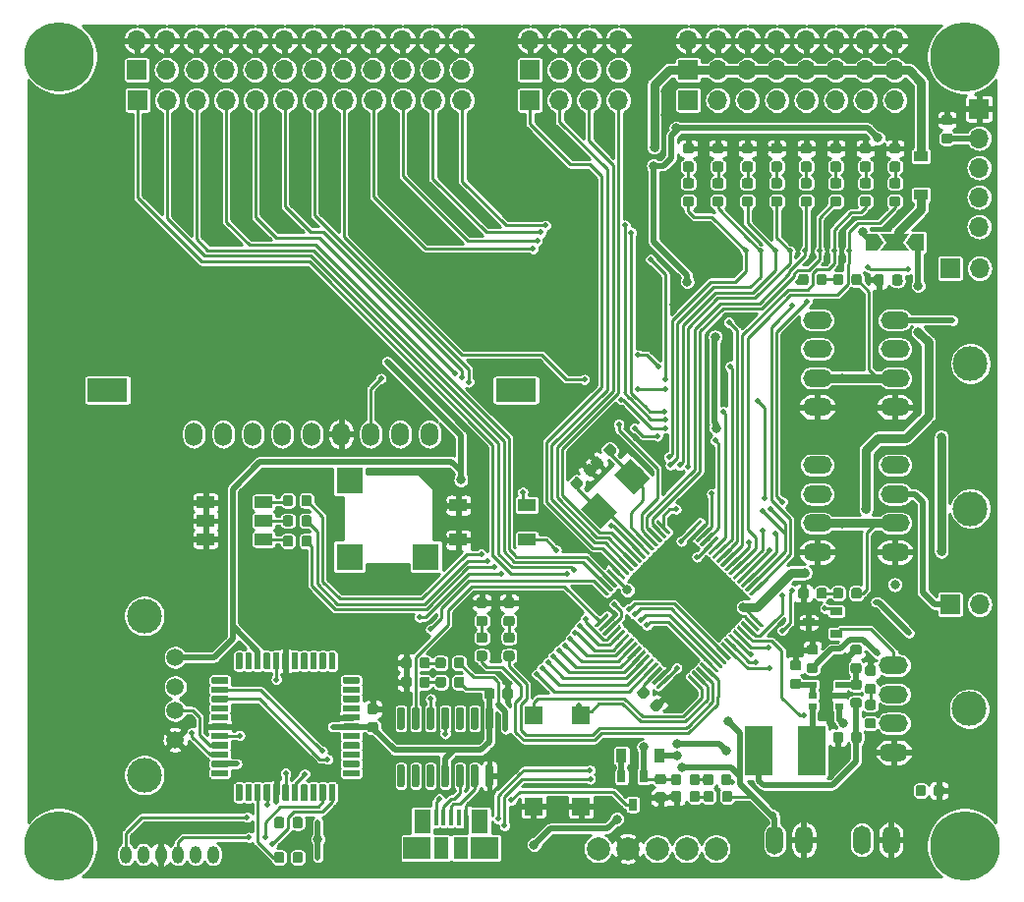
<source format=gbr>
G04 #@! TF.GenerationSoftware,KiCad,Pcbnew,(5.1.4)-1*
G04 #@! TF.CreationDate,2019-10-10T13:13:50+09:00*
G04 #@! TF.ProjectId,stm32f446_main,73746d33-3266-4343-9436-5f6d61696e2e,rev?*
G04 #@! TF.SameCoordinates,Original*
G04 #@! TF.FileFunction,Copper,L1,Top*
G04 #@! TF.FilePolarity,Positive*
%FSLAX46Y46*%
G04 Gerber Fmt 4.6, Leading zero omitted, Abs format (unit mm)*
G04 Created by KiCad (PCBNEW (5.1.4)-1) date 2019-10-10 13:13:50*
%MOMM*%
%LPD*%
G04 APERTURE LIST*
%ADD10C,0.100000*%
%ADD11C,0.875000*%
%ADD12R,1.200000X0.900000*%
%ADD13R,0.900000X1.200000*%
%ADD14O,2.500000X1.500000*%
%ADD15C,3.000000*%
%ADD16R,1.700000X1.700000*%
%ADD17O,1.700000X1.700000*%
%ADD18R,0.450000X1.380000*%
%ADD19R,1.475000X2.100000*%
%ADD20R,2.375000X1.900000*%
%ADD21R,1.175000X1.900000*%
%ADD22O,1.500000X2.500000*%
%ADD23C,0.300000*%
%ADD24R,2.400000X4.200000*%
%ADD25R,2.300000X2.300000*%
%ADD26R,0.700000X1.000000*%
%ADD27R,1.000000X0.700000*%
%ADD28R,1.500000X1.100000*%
%ADD29R,1.500000X1.500000*%
%ADD30C,2.000000*%
%ADD31R,0.700000X0.510000*%
%ADD32R,1.500000X1.000000*%
%ADD33C,0.600000*%
%ADD34O,1.500000X2.000000*%
%ADD35R,3.500000X2.000000*%
%ADD36C,0.550000*%
%ADD37C,1.501140*%
%ADD38C,2.999740*%
%ADD39O,1.000000X1.524000*%
%ADD40C,6.000000*%
%ADD41C,0.500000*%
%ADD42C,0.800000*%
%ADD43C,0.250000*%
%ADD44C,0.500000*%
%ADD45C,0.800000*%
%ADD46C,0.254000*%
G04 APERTURE END LIST*
D10*
G36*
X195338077Y-84453274D02*
G01*
X195359312Y-84456424D01*
X195380136Y-84461640D01*
X195400348Y-84468872D01*
X195419754Y-84478051D01*
X195438167Y-84489087D01*
X195455410Y-84501875D01*
X195471316Y-84516291D01*
X195833709Y-84878684D01*
X195848125Y-84894590D01*
X195860913Y-84911833D01*
X195871949Y-84930246D01*
X195881128Y-84949652D01*
X195888360Y-84969864D01*
X195893576Y-84990688D01*
X195896726Y-85011923D01*
X195897779Y-85033364D01*
X195896726Y-85054805D01*
X195893576Y-85076040D01*
X195888360Y-85096864D01*
X195881128Y-85117076D01*
X195871949Y-85136482D01*
X195860913Y-85154895D01*
X195848125Y-85172138D01*
X195833709Y-85188044D01*
X195524350Y-85497403D01*
X195508444Y-85511819D01*
X195491201Y-85524607D01*
X195472788Y-85535643D01*
X195453382Y-85544822D01*
X195433170Y-85552054D01*
X195412346Y-85557270D01*
X195391111Y-85560420D01*
X195369670Y-85561473D01*
X195348229Y-85560420D01*
X195326994Y-85557270D01*
X195306170Y-85552054D01*
X195285958Y-85544822D01*
X195266552Y-85535643D01*
X195248139Y-85524607D01*
X195230896Y-85511819D01*
X195214990Y-85497403D01*
X194852597Y-85135010D01*
X194838181Y-85119104D01*
X194825393Y-85101861D01*
X194814357Y-85083448D01*
X194805178Y-85064042D01*
X194797946Y-85043830D01*
X194792730Y-85023006D01*
X194789580Y-85001771D01*
X194788527Y-84980330D01*
X194789580Y-84958889D01*
X194792730Y-84937654D01*
X194797946Y-84916830D01*
X194805178Y-84896618D01*
X194814357Y-84877212D01*
X194825393Y-84858799D01*
X194838181Y-84841556D01*
X194852597Y-84825650D01*
X195161956Y-84516291D01*
X195177862Y-84501875D01*
X195195105Y-84489087D01*
X195213518Y-84478051D01*
X195232924Y-84468872D01*
X195253136Y-84461640D01*
X195273960Y-84456424D01*
X195295195Y-84453274D01*
X195316636Y-84452221D01*
X195338077Y-84453274D01*
X195338077Y-84453274D01*
G37*
D11*
X195343153Y-85006847D03*
D10*
G36*
X196451771Y-83339580D02*
G01*
X196473006Y-83342730D01*
X196493830Y-83347946D01*
X196514042Y-83355178D01*
X196533448Y-83364357D01*
X196551861Y-83375393D01*
X196569104Y-83388181D01*
X196585010Y-83402597D01*
X196947403Y-83764990D01*
X196961819Y-83780896D01*
X196974607Y-83798139D01*
X196985643Y-83816552D01*
X196994822Y-83835958D01*
X197002054Y-83856170D01*
X197007270Y-83876994D01*
X197010420Y-83898229D01*
X197011473Y-83919670D01*
X197010420Y-83941111D01*
X197007270Y-83962346D01*
X197002054Y-83983170D01*
X196994822Y-84003382D01*
X196985643Y-84022788D01*
X196974607Y-84041201D01*
X196961819Y-84058444D01*
X196947403Y-84074350D01*
X196638044Y-84383709D01*
X196622138Y-84398125D01*
X196604895Y-84410913D01*
X196586482Y-84421949D01*
X196567076Y-84431128D01*
X196546864Y-84438360D01*
X196526040Y-84443576D01*
X196504805Y-84446726D01*
X196483364Y-84447779D01*
X196461923Y-84446726D01*
X196440688Y-84443576D01*
X196419864Y-84438360D01*
X196399652Y-84431128D01*
X196380246Y-84421949D01*
X196361833Y-84410913D01*
X196344590Y-84398125D01*
X196328684Y-84383709D01*
X195966291Y-84021316D01*
X195951875Y-84005410D01*
X195939087Y-83988167D01*
X195928051Y-83969754D01*
X195918872Y-83950348D01*
X195911640Y-83930136D01*
X195906424Y-83909312D01*
X195903274Y-83888077D01*
X195902221Y-83866636D01*
X195903274Y-83845195D01*
X195906424Y-83823960D01*
X195911640Y-83803136D01*
X195918872Y-83782924D01*
X195928051Y-83763518D01*
X195939087Y-83745105D01*
X195951875Y-83727862D01*
X195966291Y-83711956D01*
X196275650Y-83402597D01*
X196291556Y-83388181D01*
X196308799Y-83375393D01*
X196327212Y-83364357D01*
X196346618Y-83355178D01*
X196366830Y-83347946D01*
X196387654Y-83342730D01*
X196408889Y-83339580D01*
X196430330Y-83338527D01*
X196451771Y-83339580D01*
X196451771Y-83339580D01*
G37*
D11*
X196456847Y-83893153D03*
D10*
G36*
X225777691Y-56601053D02*
G01*
X225798926Y-56604203D01*
X225819750Y-56609419D01*
X225839962Y-56616651D01*
X225859368Y-56625830D01*
X225877781Y-56636866D01*
X225895024Y-56649654D01*
X225910930Y-56664070D01*
X225925346Y-56679976D01*
X225938134Y-56697219D01*
X225949170Y-56715632D01*
X225958349Y-56735038D01*
X225965581Y-56755250D01*
X225970797Y-56776074D01*
X225973947Y-56797309D01*
X225975000Y-56818750D01*
X225975000Y-57256250D01*
X225973947Y-57277691D01*
X225970797Y-57298926D01*
X225965581Y-57319750D01*
X225958349Y-57339962D01*
X225949170Y-57359368D01*
X225938134Y-57377781D01*
X225925346Y-57395024D01*
X225910930Y-57410930D01*
X225895024Y-57425346D01*
X225877781Y-57438134D01*
X225859368Y-57449170D01*
X225839962Y-57458349D01*
X225819750Y-57465581D01*
X225798926Y-57470797D01*
X225777691Y-57473947D01*
X225756250Y-57475000D01*
X225243750Y-57475000D01*
X225222309Y-57473947D01*
X225201074Y-57470797D01*
X225180250Y-57465581D01*
X225160038Y-57458349D01*
X225140632Y-57449170D01*
X225122219Y-57438134D01*
X225104976Y-57425346D01*
X225089070Y-57410930D01*
X225074654Y-57395024D01*
X225061866Y-57377781D01*
X225050830Y-57359368D01*
X225041651Y-57339962D01*
X225034419Y-57319750D01*
X225029203Y-57298926D01*
X225026053Y-57277691D01*
X225025000Y-57256250D01*
X225025000Y-56818750D01*
X225026053Y-56797309D01*
X225029203Y-56776074D01*
X225034419Y-56755250D01*
X225041651Y-56735038D01*
X225050830Y-56715632D01*
X225061866Y-56697219D01*
X225074654Y-56679976D01*
X225089070Y-56664070D01*
X225104976Y-56649654D01*
X225122219Y-56636866D01*
X225140632Y-56625830D01*
X225160038Y-56616651D01*
X225180250Y-56609419D01*
X225201074Y-56604203D01*
X225222309Y-56601053D01*
X225243750Y-56600000D01*
X225756250Y-56600000D01*
X225777691Y-56601053D01*
X225777691Y-56601053D01*
G37*
D11*
X225500000Y-57037500D03*
D10*
G36*
X225777691Y-55026053D02*
G01*
X225798926Y-55029203D01*
X225819750Y-55034419D01*
X225839962Y-55041651D01*
X225859368Y-55050830D01*
X225877781Y-55061866D01*
X225895024Y-55074654D01*
X225910930Y-55089070D01*
X225925346Y-55104976D01*
X225938134Y-55122219D01*
X225949170Y-55140632D01*
X225958349Y-55160038D01*
X225965581Y-55180250D01*
X225970797Y-55201074D01*
X225973947Y-55222309D01*
X225975000Y-55243750D01*
X225975000Y-55681250D01*
X225973947Y-55702691D01*
X225970797Y-55723926D01*
X225965581Y-55744750D01*
X225958349Y-55764962D01*
X225949170Y-55784368D01*
X225938134Y-55802781D01*
X225925346Y-55820024D01*
X225910930Y-55835930D01*
X225895024Y-55850346D01*
X225877781Y-55863134D01*
X225859368Y-55874170D01*
X225839962Y-55883349D01*
X225819750Y-55890581D01*
X225798926Y-55895797D01*
X225777691Y-55898947D01*
X225756250Y-55900000D01*
X225243750Y-55900000D01*
X225222309Y-55898947D01*
X225201074Y-55895797D01*
X225180250Y-55890581D01*
X225160038Y-55883349D01*
X225140632Y-55874170D01*
X225122219Y-55863134D01*
X225104976Y-55850346D01*
X225089070Y-55835930D01*
X225074654Y-55820024D01*
X225061866Y-55802781D01*
X225050830Y-55784368D01*
X225041651Y-55764962D01*
X225034419Y-55744750D01*
X225029203Y-55723926D01*
X225026053Y-55702691D01*
X225025000Y-55681250D01*
X225025000Y-55243750D01*
X225026053Y-55222309D01*
X225029203Y-55201074D01*
X225034419Y-55180250D01*
X225041651Y-55160038D01*
X225050830Y-55140632D01*
X225061866Y-55122219D01*
X225074654Y-55104976D01*
X225089070Y-55089070D01*
X225104976Y-55074654D01*
X225122219Y-55061866D01*
X225140632Y-55050830D01*
X225160038Y-55041651D01*
X225180250Y-55034419D01*
X225201074Y-55029203D01*
X225222309Y-55026053D01*
X225243750Y-55025000D01*
X225756250Y-55025000D01*
X225777691Y-55026053D01*
X225777691Y-55026053D01*
G37*
D11*
X225500000Y-55462500D03*
D10*
G36*
X193588077Y-86203274D02*
G01*
X193609312Y-86206424D01*
X193630136Y-86211640D01*
X193650348Y-86218872D01*
X193669754Y-86228051D01*
X193688167Y-86239087D01*
X193705410Y-86251875D01*
X193721316Y-86266291D01*
X194083709Y-86628684D01*
X194098125Y-86644590D01*
X194110913Y-86661833D01*
X194121949Y-86680246D01*
X194131128Y-86699652D01*
X194138360Y-86719864D01*
X194143576Y-86740688D01*
X194146726Y-86761923D01*
X194147779Y-86783364D01*
X194146726Y-86804805D01*
X194143576Y-86826040D01*
X194138360Y-86846864D01*
X194131128Y-86867076D01*
X194121949Y-86886482D01*
X194110913Y-86904895D01*
X194098125Y-86922138D01*
X194083709Y-86938044D01*
X193774350Y-87247403D01*
X193758444Y-87261819D01*
X193741201Y-87274607D01*
X193722788Y-87285643D01*
X193703382Y-87294822D01*
X193683170Y-87302054D01*
X193662346Y-87307270D01*
X193641111Y-87310420D01*
X193619670Y-87311473D01*
X193598229Y-87310420D01*
X193576994Y-87307270D01*
X193556170Y-87302054D01*
X193535958Y-87294822D01*
X193516552Y-87285643D01*
X193498139Y-87274607D01*
X193480896Y-87261819D01*
X193464990Y-87247403D01*
X193102597Y-86885010D01*
X193088181Y-86869104D01*
X193075393Y-86851861D01*
X193064357Y-86833448D01*
X193055178Y-86814042D01*
X193047946Y-86793830D01*
X193042730Y-86773006D01*
X193039580Y-86751771D01*
X193038527Y-86730330D01*
X193039580Y-86708889D01*
X193042730Y-86687654D01*
X193047946Y-86666830D01*
X193055178Y-86646618D01*
X193064357Y-86627212D01*
X193075393Y-86608799D01*
X193088181Y-86591556D01*
X193102597Y-86575650D01*
X193411956Y-86266291D01*
X193427862Y-86251875D01*
X193445105Y-86239087D01*
X193463518Y-86228051D01*
X193482924Y-86218872D01*
X193503136Y-86211640D01*
X193523960Y-86206424D01*
X193545195Y-86203274D01*
X193566636Y-86202221D01*
X193588077Y-86203274D01*
X193588077Y-86203274D01*
G37*
D11*
X193593153Y-86756847D03*
D10*
G36*
X194701771Y-85089580D02*
G01*
X194723006Y-85092730D01*
X194743830Y-85097946D01*
X194764042Y-85105178D01*
X194783448Y-85114357D01*
X194801861Y-85125393D01*
X194819104Y-85138181D01*
X194835010Y-85152597D01*
X195197403Y-85514990D01*
X195211819Y-85530896D01*
X195224607Y-85548139D01*
X195235643Y-85566552D01*
X195244822Y-85585958D01*
X195252054Y-85606170D01*
X195257270Y-85626994D01*
X195260420Y-85648229D01*
X195261473Y-85669670D01*
X195260420Y-85691111D01*
X195257270Y-85712346D01*
X195252054Y-85733170D01*
X195244822Y-85753382D01*
X195235643Y-85772788D01*
X195224607Y-85791201D01*
X195211819Y-85808444D01*
X195197403Y-85824350D01*
X194888044Y-86133709D01*
X194872138Y-86148125D01*
X194854895Y-86160913D01*
X194836482Y-86171949D01*
X194817076Y-86181128D01*
X194796864Y-86188360D01*
X194776040Y-86193576D01*
X194754805Y-86196726D01*
X194733364Y-86197779D01*
X194711923Y-86196726D01*
X194690688Y-86193576D01*
X194669864Y-86188360D01*
X194649652Y-86181128D01*
X194630246Y-86171949D01*
X194611833Y-86160913D01*
X194594590Y-86148125D01*
X194578684Y-86133709D01*
X194216291Y-85771316D01*
X194201875Y-85755410D01*
X194189087Y-85738167D01*
X194178051Y-85719754D01*
X194168872Y-85700348D01*
X194161640Y-85680136D01*
X194156424Y-85659312D01*
X194153274Y-85638077D01*
X194152221Y-85616636D01*
X194153274Y-85595195D01*
X194156424Y-85573960D01*
X194161640Y-85553136D01*
X194168872Y-85532924D01*
X194178051Y-85513518D01*
X194189087Y-85495105D01*
X194201875Y-85477862D01*
X194216291Y-85461956D01*
X194525650Y-85152597D01*
X194541556Y-85138181D01*
X194558799Y-85125393D01*
X194577212Y-85114357D01*
X194596618Y-85105178D01*
X194616830Y-85097946D01*
X194637654Y-85092730D01*
X194658889Y-85089580D01*
X194680330Y-85088527D01*
X194701771Y-85089580D01*
X194701771Y-85089580D01*
G37*
D11*
X194706847Y-85643153D03*
D10*
G36*
X212727691Y-102026053D02*
G01*
X212748926Y-102029203D01*
X212769750Y-102034419D01*
X212789962Y-102041651D01*
X212809368Y-102050830D01*
X212827781Y-102061866D01*
X212845024Y-102074654D01*
X212860930Y-102089070D01*
X212875346Y-102104976D01*
X212888134Y-102122219D01*
X212899170Y-102140632D01*
X212908349Y-102160038D01*
X212915581Y-102180250D01*
X212920797Y-102201074D01*
X212923947Y-102222309D01*
X212925000Y-102243750D01*
X212925000Y-102681250D01*
X212923947Y-102702691D01*
X212920797Y-102723926D01*
X212915581Y-102744750D01*
X212908349Y-102764962D01*
X212899170Y-102784368D01*
X212888134Y-102802781D01*
X212875346Y-102820024D01*
X212860930Y-102835930D01*
X212845024Y-102850346D01*
X212827781Y-102863134D01*
X212809368Y-102874170D01*
X212789962Y-102883349D01*
X212769750Y-102890581D01*
X212748926Y-102895797D01*
X212727691Y-102898947D01*
X212706250Y-102900000D01*
X212193750Y-102900000D01*
X212172309Y-102898947D01*
X212151074Y-102895797D01*
X212130250Y-102890581D01*
X212110038Y-102883349D01*
X212090632Y-102874170D01*
X212072219Y-102863134D01*
X212054976Y-102850346D01*
X212039070Y-102835930D01*
X212024654Y-102820024D01*
X212011866Y-102802781D01*
X212000830Y-102784368D01*
X211991651Y-102764962D01*
X211984419Y-102744750D01*
X211979203Y-102723926D01*
X211976053Y-102702691D01*
X211975000Y-102681250D01*
X211975000Y-102243750D01*
X211976053Y-102222309D01*
X211979203Y-102201074D01*
X211984419Y-102180250D01*
X211991651Y-102160038D01*
X212000830Y-102140632D01*
X212011866Y-102122219D01*
X212024654Y-102104976D01*
X212039070Y-102089070D01*
X212054976Y-102074654D01*
X212072219Y-102061866D01*
X212090632Y-102050830D01*
X212110038Y-102041651D01*
X212130250Y-102034419D01*
X212151074Y-102029203D01*
X212172309Y-102026053D01*
X212193750Y-102025000D01*
X212706250Y-102025000D01*
X212727691Y-102026053D01*
X212727691Y-102026053D01*
G37*
D11*
X212450000Y-102462500D03*
D10*
G36*
X212727691Y-103601053D02*
G01*
X212748926Y-103604203D01*
X212769750Y-103609419D01*
X212789962Y-103616651D01*
X212809368Y-103625830D01*
X212827781Y-103636866D01*
X212845024Y-103649654D01*
X212860930Y-103664070D01*
X212875346Y-103679976D01*
X212888134Y-103697219D01*
X212899170Y-103715632D01*
X212908349Y-103735038D01*
X212915581Y-103755250D01*
X212920797Y-103776074D01*
X212923947Y-103797309D01*
X212925000Y-103818750D01*
X212925000Y-104256250D01*
X212923947Y-104277691D01*
X212920797Y-104298926D01*
X212915581Y-104319750D01*
X212908349Y-104339962D01*
X212899170Y-104359368D01*
X212888134Y-104377781D01*
X212875346Y-104395024D01*
X212860930Y-104410930D01*
X212845024Y-104425346D01*
X212827781Y-104438134D01*
X212809368Y-104449170D01*
X212789962Y-104458349D01*
X212769750Y-104465581D01*
X212748926Y-104470797D01*
X212727691Y-104473947D01*
X212706250Y-104475000D01*
X212193750Y-104475000D01*
X212172309Y-104473947D01*
X212151074Y-104470797D01*
X212130250Y-104465581D01*
X212110038Y-104458349D01*
X212090632Y-104449170D01*
X212072219Y-104438134D01*
X212054976Y-104425346D01*
X212039070Y-104410930D01*
X212024654Y-104395024D01*
X212011866Y-104377781D01*
X212000830Y-104359368D01*
X211991651Y-104339962D01*
X211984419Y-104319750D01*
X211979203Y-104298926D01*
X211976053Y-104277691D01*
X211975000Y-104256250D01*
X211975000Y-103818750D01*
X211976053Y-103797309D01*
X211979203Y-103776074D01*
X211984419Y-103755250D01*
X211991651Y-103735038D01*
X212000830Y-103715632D01*
X212011866Y-103697219D01*
X212024654Y-103679976D01*
X212039070Y-103664070D01*
X212054976Y-103649654D01*
X212072219Y-103636866D01*
X212090632Y-103625830D01*
X212110038Y-103616651D01*
X212130250Y-103609419D01*
X212151074Y-103604203D01*
X212172309Y-103601053D01*
X212193750Y-103600000D01*
X212706250Y-103600000D01*
X212727691Y-103601053D01*
X212727691Y-103601053D01*
G37*
D11*
X212450000Y-104037500D03*
D10*
G36*
X200504805Y-105353274D02*
G01*
X200526040Y-105356424D01*
X200546864Y-105361640D01*
X200567076Y-105368872D01*
X200586482Y-105378051D01*
X200604895Y-105389087D01*
X200622138Y-105401875D01*
X200638044Y-105416291D01*
X200947403Y-105725650D01*
X200961819Y-105741556D01*
X200974607Y-105758799D01*
X200985643Y-105777212D01*
X200994822Y-105796618D01*
X201002054Y-105816830D01*
X201007270Y-105837654D01*
X201010420Y-105858889D01*
X201011473Y-105880330D01*
X201010420Y-105901771D01*
X201007270Y-105923006D01*
X201002054Y-105943830D01*
X200994822Y-105964042D01*
X200985643Y-105983448D01*
X200974607Y-106001861D01*
X200961819Y-106019104D01*
X200947403Y-106035010D01*
X200585010Y-106397403D01*
X200569104Y-106411819D01*
X200551861Y-106424607D01*
X200533448Y-106435643D01*
X200514042Y-106444822D01*
X200493830Y-106452054D01*
X200473006Y-106457270D01*
X200451771Y-106460420D01*
X200430330Y-106461473D01*
X200408889Y-106460420D01*
X200387654Y-106457270D01*
X200366830Y-106452054D01*
X200346618Y-106444822D01*
X200327212Y-106435643D01*
X200308799Y-106424607D01*
X200291556Y-106411819D01*
X200275650Y-106397403D01*
X199966291Y-106088044D01*
X199951875Y-106072138D01*
X199939087Y-106054895D01*
X199928051Y-106036482D01*
X199918872Y-106017076D01*
X199911640Y-105996864D01*
X199906424Y-105976040D01*
X199903274Y-105954805D01*
X199902221Y-105933364D01*
X199903274Y-105911923D01*
X199906424Y-105890688D01*
X199911640Y-105869864D01*
X199918872Y-105849652D01*
X199928051Y-105830246D01*
X199939087Y-105811833D01*
X199951875Y-105794590D01*
X199966291Y-105778684D01*
X200328684Y-105416291D01*
X200344590Y-105401875D01*
X200361833Y-105389087D01*
X200380246Y-105378051D01*
X200399652Y-105368872D01*
X200419864Y-105361640D01*
X200440688Y-105356424D01*
X200461923Y-105353274D01*
X200483364Y-105352221D01*
X200504805Y-105353274D01*
X200504805Y-105353274D01*
G37*
D11*
X200456847Y-105906847D03*
D10*
G36*
X199391111Y-104239580D02*
G01*
X199412346Y-104242730D01*
X199433170Y-104247946D01*
X199453382Y-104255178D01*
X199472788Y-104264357D01*
X199491201Y-104275393D01*
X199508444Y-104288181D01*
X199524350Y-104302597D01*
X199833709Y-104611956D01*
X199848125Y-104627862D01*
X199860913Y-104645105D01*
X199871949Y-104663518D01*
X199881128Y-104682924D01*
X199888360Y-104703136D01*
X199893576Y-104723960D01*
X199896726Y-104745195D01*
X199897779Y-104766636D01*
X199896726Y-104788077D01*
X199893576Y-104809312D01*
X199888360Y-104830136D01*
X199881128Y-104850348D01*
X199871949Y-104869754D01*
X199860913Y-104888167D01*
X199848125Y-104905410D01*
X199833709Y-104921316D01*
X199471316Y-105283709D01*
X199455410Y-105298125D01*
X199438167Y-105310913D01*
X199419754Y-105321949D01*
X199400348Y-105331128D01*
X199380136Y-105338360D01*
X199359312Y-105343576D01*
X199338077Y-105346726D01*
X199316636Y-105347779D01*
X199295195Y-105346726D01*
X199273960Y-105343576D01*
X199253136Y-105338360D01*
X199232924Y-105331128D01*
X199213518Y-105321949D01*
X199195105Y-105310913D01*
X199177862Y-105298125D01*
X199161956Y-105283709D01*
X198852597Y-104974350D01*
X198838181Y-104958444D01*
X198825393Y-104941201D01*
X198814357Y-104922788D01*
X198805178Y-104903382D01*
X198797946Y-104883170D01*
X198792730Y-104862346D01*
X198789580Y-104841111D01*
X198788527Y-104819670D01*
X198789580Y-104798229D01*
X198792730Y-104776994D01*
X198797946Y-104756170D01*
X198805178Y-104735958D01*
X198814357Y-104716552D01*
X198825393Y-104698139D01*
X198838181Y-104680896D01*
X198852597Y-104664990D01*
X199214990Y-104302597D01*
X199230896Y-104288181D01*
X199248139Y-104275393D01*
X199266552Y-104264357D01*
X199285958Y-104255178D01*
X199306170Y-104247946D01*
X199326994Y-104242730D01*
X199348229Y-104239580D01*
X199369670Y-104238527D01*
X199391111Y-104239580D01*
X199391111Y-104239580D01*
G37*
D11*
X199343153Y-104793153D03*
D10*
G36*
X217927691Y-108176053D02*
G01*
X217948926Y-108179203D01*
X217969750Y-108184419D01*
X217989962Y-108191651D01*
X218009368Y-108200830D01*
X218027781Y-108211866D01*
X218045024Y-108224654D01*
X218060930Y-108239070D01*
X218075346Y-108254976D01*
X218088134Y-108272219D01*
X218099170Y-108290632D01*
X218108349Y-108310038D01*
X218115581Y-108330250D01*
X218120797Y-108351074D01*
X218123947Y-108372309D01*
X218125000Y-108393750D01*
X218125000Y-108906250D01*
X218123947Y-108927691D01*
X218120797Y-108948926D01*
X218115581Y-108969750D01*
X218108349Y-108989962D01*
X218099170Y-109009368D01*
X218088134Y-109027781D01*
X218075346Y-109045024D01*
X218060930Y-109060930D01*
X218045024Y-109075346D01*
X218027781Y-109088134D01*
X218009368Y-109099170D01*
X217989962Y-109108349D01*
X217969750Y-109115581D01*
X217948926Y-109120797D01*
X217927691Y-109123947D01*
X217906250Y-109125000D01*
X217468750Y-109125000D01*
X217447309Y-109123947D01*
X217426074Y-109120797D01*
X217405250Y-109115581D01*
X217385038Y-109108349D01*
X217365632Y-109099170D01*
X217347219Y-109088134D01*
X217329976Y-109075346D01*
X217314070Y-109060930D01*
X217299654Y-109045024D01*
X217286866Y-109027781D01*
X217275830Y-109009368D01*
X217266651Y-108989962D01*
X217259419Y-108969750D01*
X217254203Y-108948926D01*
X217251053Y-108927691D01*
X217250000Y-108906250D01*
X217250000Y-108393750D01*
X217251053Y-108372309D01*
X217254203Y-108351074D01*
X217259419Y-108330250D01*
X217266651Y-108310038D01*
X217275830Y-108290632D01*
X217286866Y-108272219D01*
X217299654Y-108254976D01*
X217314070Y-108239070D01*
X217329976Y-108224654D01*
X217347219Y-108211866D01*
X217365632Y-108200830D01*
X217385038Y-108191651D01*
X217405250Y-108184419D01*
X217426074Y-108179203D01*
X217447309Y-108176053D01*
X217468750Y-108175000D01*
X217906250Y-108175000D01*
X217927691Y-108176053D01*
X217927691Y-108176053D01*
G37*
D11*
X217687500Y-108650000D03*
D10*
G36*
X216352691Y-108176053D02*
G01*
X216373926Y-108179203D01*
X216394750Y-108184419D01*
X216414962Y-108191651D01*
X216434368Y-108200830D01*
X216452781Y-108211866D01*
X216470024Y-108224654D01*
X216485930Y-108239070D01*
X216500346Y-108254976D01*
X216513134Y-108272219D01*
X216524170Y-108290632D01*
X216533349Y-108310038D01*
X216540581Y-108330250D01*
X216545797Y-108351074D01*
X216548947Y-108372309D01*
X216550000Y-108393750D01*
X216550000Y-108906250D01*
X216548947Y-108927691D01*
X216545797Y-108948926D01*
X216540581Y-108969750D01*
X216533349Y-108989962D01*
X216524170Y-109009368D01*
X216513134Y-109027781D01*
X216500346Y-109045024D01*
X216485930Y-109060930D01*
X216470024Y-109075346D01*
X216452781Y-109088134D01*
X216434368Y-109099170D01*
X216414962Y-109108349D01*
X216394750Y-109115581D01*
X216373926Y-109120797D01*
X216352691Y-109123947D01*
X216331250Y-109125000D01*
X215893750Y-109125000D01*
X215872309Y-109123947D01*
X215851074Y-109120797D01*
X215830250Y-109115581D01*
X215810038Y-109108349D01*
X215790632Y-109099170D01*
X215772219Y-109088134D01*
X215754976Y-109075346D01*
X215739070Y-109060930D01*
X215724654Y-109045024D01*
X215711866Y-109027781D01*
X215700830Y-109009368D01*
X215691651Y-108989962D01*
X215684419Y-108969750D01*
X215679203Y-108948926D01*
X215676053Y-108927691D01*
X215675000Y-108906250D01*
X215675000Y-108393750D01*
X215676053Y-108372309D01*
X215679203Y-108351074D01*
X215684419Y-108330250D01*
X215691651Y-108310038D01*
X215700830Y-108290632D01*
X215711866Y-108272219D01*
X215724654Y-108254976D01*
X215739070Y-108239070D01*
X215754976Y-108224654D01*
X215772219Y-108211866D01*
X215790632Y-108200830D01*
X215810038Y-108191651D01*
X215830250Y-108184419D01*
X215851074Y-108179203D01*
X215872309Y-108176053D01*
X215893750Y-108175000D01*
X216331250Y-108175000D01*
X216352691Y-108176053D01*
X216352691Y-108176053D01*
G37*
D11*
X216112500Y-108650000D03*
D10*
G36*
X176277691Y-105776053D02*
G01*
X176298926Y-105779203D01*
X176319750Y-105784419D01*
X176339962Y-105791651D01*
X176359368Y-105800830D01*
X176377781Y-105811866D01*
X176395024Y-105824654D01*
X176410930Y-105839070D01*
X176425346Y-105854976D01*
X176438134Y-105872219D01*
X176449170Y-105890632D01*
X176458349Y-105910038D01*
X176465581Y-105930250D01*
X176470797Y-105951074D01*
X176473947Y-105972309D01*
X176475000Y-105993750D01*
X176475000Y-106431250D01*
X176473947Y-106452691D01*
X176470797Y-106473926D01*
X176465581Y-106494750D01*
X176458349Y-106514962D01*
X176449170Y-106534368D01*
X176438134Y-106552781D01*
X176425346Y-106570024D01*
X176410930Y-106585930D01*
X176395024Y-106600346D01*
X176377781Y-106613134D01*
X176359368Y-106624170D01*
X176339962Y-106633349D01*
X176319750Y-106640581D01*
X176298926Y-106645797D01*
X176277691Y-106648947D01*
X176256250Y-106650000D01*
X175743750Y-106650000D01*
X175722309Y-106648947D01*
X175701074Y-106645797D01*
X175680250Y-106640581D01*
X175660038Y-106633349D01*
X175640632Y-106624170D01*
X175622219Y-106613134D01*
X175604976Y-106600346D01*
X175589070Y-106585930D01*
X175574654Y-106570024D01*
X175561866Y-106552781D01*
X175550830Y-106534368D01*
X175541651Y-106514962D01*
X175534419Y-106494750D01*
X175529203Y-106473926D01*
X175526053Y-106452691D01*
X175525000Y-106431250D01*
X175525000Y-105993750D01*
X175526053Y-105972309D01*
X175529203Y-105951074D01*
X175534419Y-105930250D01*
X175541651Y-105910038D01*
X175550830Y-105890632D01*
X175561866Y-105872219D01*
X175574654Y-105854976D01*
X175589070Y-105839070D01*
X175604976Y-105824654D01*
X175622219Y-105811866D01*
X175640632Y-105800830D01*
X175660038Y-105791651D01*
X175680250Y-105784419D01*
X175701074Y-105779203D01*
X175722309Y-105776053D01*
X175743750Y-105775000D01*
X176256250Y-105775000D01*
X176277691Y-105776053D01*
X176277691Y-105776053D01*
G37*
D11*
X176000000Y-106212500D03*
D10*
G36*
X176277691Y-107351053D02*
G01*
X176298926Y-107354203D01*
X176319750Y-107359419D01*
X176339962Y-107366651D01*
X176359368Y-107375830D01*
X176377781Y-107386866D01*
X176395024Y-107399654D01*
X176410930Y-107414070D01*
X176425346Y-107429976D01*
X176438134Y-107447219D01*
X176449170Y-107465632D01*
X176458349Y-107485038D01*
X176465581Y-107505250D01*
X176470797Y-107526074D01*
X176473947Y-107547309D01*
X176475000Y-107568750D01*
X176475000Y-108006250D01*
X176473947Y-108027691D01*
X176470797Y-108048926D01*
X176465581Y-108069750D01*
X176458349Y-108089962D01*
X176449170Y-108109368D01*
X176438134Y-108127781D01*
X176425346Y-108145024D01*
X176410930Y-108160930D01*
X176395024Y-108175346D01*
X176377781Y-108188134D01*
X176359368Y-108199170D01*
X176339962Y-108208349D01*
X176319750Y-108215581D01*
X176298926Y-108220797D01*
X176277691Y-108223947D01*
X176256250Y-108225000D01*
X175743750Y-108225000D01*
X175722309Y-108223947D01*
X175701074Y-108220797D01*
X175680250Y-108215581D01*
X175660038Y-108208349D01*
X175640632Y-108199170D01*
X175622219Y-108188134D01*
X175604976Y-108175346D01*
X175589070Y-108160930D01*
X175574654Y-108145024D01*
X175561866Y-108127781D01*
X175550830Y-108109368D01*
X175541651Y-108089962D01*
X175534419Y-108069750D01*
X175529203Y-108048926D01*
X175526053Y-108027691D01*
X175525000Y-108006250D01*
X175525000Y-107568750D01*
X175526053Y-107547309D01*
X175529203Y-107526074D01*
X175534419Y-107505250D01*
X175541651Y-107485038D01*
X175550830Y-107465632D01*
X175561866Y-107447219D01*
X175574654Y-107429976D01*
X175589070Y-107414070D01*
X175604976Y-107399654D01*
X175622219Y-107386866D01*
X175640632Y-107375830D01*
X175660038Y-107366651D01*
X175680250Y-107359419D01*
X175701074Y-107354203D01*
X175722309Y-107351053D01*
X175743750Y-107350000D01*
X176256250Y-107350000D01*
X176277691Y-107351053D01*
X176277691Y-107351053D01*
G37*
D11*
X176000000Y-107787500D03*
D10*
G36*
X168202691Y-118526053D02*
G01*
X168223926Y-118529203D01*
X168244750Y-118534419D01*
X168264962Y-118541651D01*
X168284368Y-118550830D01*
X168302781Y-118561866D01*
X168320024Y-118574654D01*
X168335930Y-118589070D01*
X168350346Y-118604976D01*
X168363134Y-118622219D01*
X168374170Y-118640632D01*
X168383349Y-118660038D01*
X168390581Y-118680250D01*
X168395797Y-118701074D01*
X168398947Y-118722309D01*
X168400000Y-118743750D01*
X168400000Y-119256250D01*
X168398947Y-119277691D01*
X168395797Y-119298926D01*
X168390581Y-119319750D01*
X168383349Y-119339962D01*
X168374170Y-119359368D01*
X168363134Y-119377781D01*
X168350346Y-119395024D01*
X168335930Y-119410930D01*
X168320024Y-119425346D01*
X168302781Y-119438134D01*
X168284368Y-119449170D01*
X168264962Y-119458349D01*
X168244750Y-119465581D01*
X168223926Y-119470797D01*
X168202691Y-119473947D01*
X168181250Y-119475000D01*
X167743750Y-119475000D01*
X167722309Y-119473947D01*
X167701074Y-119470797D01*
X167680250Y-119465581D01*
X167660038Y-119458349D01*
X167640632Y-119449170D01*
X167622219Y-119438134D01*
X167604976Y-119425346D01*
X167589070Y-119410930D01*
X167574654Y-119395024D01*
X167561866Y-119377781D01*
X167550830Y-119359368D01*
X167541651Y-119339962D01*
X167534419Y-119319750D01*
X167529203Y-119298926D01*
X167526053Y-119277691D01*
X167525000Y-119256250D01*
X167525000Y-118743750D01*
X167526053Y-118722309D01*
X167529203Y-118701074D01*
X167534419Y-118680250D01*
X167541651Y-118660038D01*
X167550830Y-118640632D01*
X167561866Y-118622219D01*
X167574654Y-118604976D01*
X167589070Y-118589070D01*
X167604976Y-118574654D01*
X167622219Y-118561866D01*
X167640632Y-118550830D01*
X167660038Y-118541651D01*
X167680250Y-118534419D01*
X167701074Y-118529203D01*
X167722309Y-118526053D01*
X167743750Y-118525000D01*
X168181250Y-118525000D01*
X168202691Y-118526053D01*
X168202691Y-118526053D01*
G37*
D11*
X167962500Y-119000000D03*
D10*
G36*
X169777691Y-118526053D02*
G01*
X169798926Y-118529203D01*
X169819750Y-118534419D01*
X169839962Y-118541651D01*
X169859368Y-118550830D01*
X169877781Y-118561866D01*
X169895024Y-118574654D01*
X169910930Y-118589070D01*
X169925346Y-118604976D01*
X169938134Y-118622219D01*
X169949170Y-118640632D01*
X169958349Y-118660038D01*
X169965581Y-118680250D01*
X169970797Y-118701074D01*
X169973947Y-118722309D01*
X169975000Y-118743750D01*
X169975000Y-119256250D01*
X169973947Y-119277691D01*
X169970797Y-119298926D01*
X169965581Y-119319750D01*
X169958349Y-119339962D01*
X169949170Y-119359368D01*
X169938134Y-119377781D01*
X169925346Y-119395024D01*
X169910930Y-119410930D01*
X169895024Y-119425346D01*
X169877781Y-119438134D01*
X169859368Y-119449170D01*
X169839962Y-119458349D01*
X169819750Y-119465581D01*
X169798926Y-119470797D01*
X169777691Y-119473947D01*
X169756250Y-119475000D01*
X169318750Y-119475000D01*
X169297309Y-119473947D01*
X169276074Y-119470797D01*
X169255250Y-119465581D01*
X169235038Y-119458349D01*
X169215632Y-119449170D01*
X169197219Y-119438134D01*
X169179976Y-119425346D01*
X169164070Y-119410930D01*
X169149654Y-119395024D01*
X169136866Y-119377781D01*
X169125830Y-119359368D01*
X169116651Y-119339962D01*
X169109419Y-119319750D01*
X169104203Y-119298926D01*
X169101053Y-119277691D01*
X169100000Y-119256250D01*
X169100000Y-118743750D01*
X169101053Y-118722309D01*
X169104203Y-118701074D01*
X169109419Y-118680250D01*
X169116651Y-118660038D01*
X169125830Y-118640632D01*
X169136866Y-118622219D01*
X169149654Y-118604976D01*
X169164070Y-118589070D01*
X169179976Y-118574654D01*
X169197219Y-118561866D01*
X169215632Y-118550830D01*
X169235038Y-118541651D01*
X169255250Y-118534419D01*
X169276074Y-118529203D01*
X169297309Y-118526053D01*
X169318750Y-118525000D01*
X169756250Y-118525000D01*
X169777691Y-118526053D01*
X169777691Y-118526053D01*
G37*
D11*
X169537500Y-119000000D03*
D10*
G36*
X169777691Y-115526053D02*
G01*
X169798926Y-115529203D01*
X169819750Y-115534419D01*
X169839962Y-115541651D01*
X169859368Y-115550830D01*
X169877781Y-115561866D01*
X169895024Y-115574654D01*
X169910930Y-115589070D01*
X169925346Y-115604976D01*
X169938134Y-115622219D01*
X169949170Y-115640632D01*
X169958349Y-115660038D01*
X169965581Y-115680250D01*
X169970797Y-115701074D01*
X169973947Y-115722309D01*
X169975000Y-115743750D01*
X169975000Y-116256250D01*
X169973947Y-116277691D01*
X169970797Y-116298926D01*
X169965581Y-116319750D01*
X169958349Y-116339962D01*
X169949170Y-116359368D01*
X169938134Y-116377781D01*
X169925346Y-116395024D01*
X169910930Y-116410930D01*
X169895024Y-116425346D01*
X169877781Y-116438134D01*
X169859368Y-116449170D01*
X169839962Y-116458349D01*
X169819750Y-116465581D01*
X169798926Y-116470797D01*
X169777691Y-116473947D01*
X169756250Y-116475000D01*
X169318750Y-116475000D01*
X169297309Y-116473947D01*
X169276074Y-116470797D01*
X169255250Y-116465581D01*
X169235038Y-116458349D01*
X169215632Y-116449170D01*
X169197219Y-116438134D01*
X169179976Y-116425346D01*
X169164070Y-116410930D01*
X169149654Y-116395024D01*
X169136866Y-116377781D01*
X169125830Y-116359368D01*
X169116651Y-116339962D01*
X169109419Y-116319750D01*
X169104203Y-116298926D01*
X169101053Y-116277691D01*
X169100000Y-116256250D01*
X169100000Y-115743750D01*
X169101053Y-115722309D01*
X169104203Y-115701074D01*
X169109419Y-115680250D01*
X169116651Y-115660038D01*
X169125830Y-115640632D01*
X169136866Y-115622219D01*
X169149654Y-115604976D01*
X169164070Y-115589070D01*
X169179976Y-115574654D01*
X169197219Y-115561866D01*
X169215632Y-115550830D01*
X169235038Y-115541651D01*
X169255250Y-115534419D01*
X169276074Y-115529203D01*
X169297309Y-115526053D01*
X169318750Y-115525000D01*
X169756250Y-115525000D01*
X169777691Y-115526053D01*
X169777691Y-115526053D01*
G37*
D11*
X169537500Y-116000000D03*
D10*
G36*
X168202691Y-115526053D02*
G01*
X168223926Y-115529203D01*
X168244750Y-115534419D01*
X168264962Y-115541651D01*
X168284368Y-115550830D01*
X168302781Y-115561866D01*
X168320024Y-115574654D01*
X168335930Y-115589070D01*
X168350346Y-115604976D01*
X168363134Y-115622219D01*
X168374170Y-115640632D01*
X168383349Y-115660038D01*
X168390581Y-115680250D01*
X168395797Y-115701074D01*
X168398947Y-115722309D01*
X168400000Y-115743750D01*
X168400000Y-116256250D01*
X168398947Y-116277691D01*
X168395797Y-116298926D01*
X168390581Y-116319750D01*
X168383349Y-116339962D01*
X168374170Y-116359368D01*
X168363134Y-116377781D01*
X168350346Y-116395024D01*
X168335930Y-116410930D01*
X168320024Y-116425346D01*
X168302781Y-116438134D01*
X168284368Y-116449170D01*
X168264962Y-116458349D01*
X168244750Y-116465581D01*
X168223926Y-116470797D01*
X168202691Y-116473947D01*
X168181250Y-116475000D01*
X167743750Y-116475000D01*
X167722309Y-116473947D01*
X167701074Y-116470797D01*
X167680250Y-116465581D01*
X167660038Y-116458349D01*
X167640632Y-116449170D01*
X167622219Y-116438134D01*
X167604976Y-116425346D01*
X167589070Y-116410930D01*
X167574654Y-116395024D01*
X167561866Y-116377781D01*
X167550830Y-116359368D01*
X167541651Y-116339962D01*
X167534419Y-116319750D01*
X167529203Y-116298926D01*
X167526053Y-116277691D01*
X167525000Y-116256250D01*
X167525000Y-115743750D01*
X167526053Y-115722309D01*
X167529203Y-115701074D01*
X167534419Y-115680250D01*
X167541651Y-115660038D01*
X167550830Y-115640632D01*
X167561866Y-115622219D01*
X167574654Y-115604976D01*
X167589070Y-115589070D01*
X167604976Y-115574654D01*
X167622219Y-115561866D01*
X167640632Y-115550830D01*
X167660038Y-115541651D01*
X167680250Y-115534419D01*
X167701074Y-115529203D01*
X167722309Y-115526053D01*
X167743750Y-115525000D01*
X168181250Y-115525000D01*
X168202691Y-115526053D01*
X168202691Y-115526053D01*
G37*
D11*
X167962500Y-116000000D03*
D12*
X223250000Y-61900000D03*
X223250000Y-58600000D03*
D10*
G36*
X203477691Y-59051053D02*
G01*
X203498926Y-59054203D01*
X203519750Y-59059419D01*
X203539962Y-59066651D01*
X203559368Y-59075830D01*
X203577781Y-59086866D01*
X203595024Y-59099654D01*
X203610930Y-59114070D01*
X203625346Y-59129976D01*
X203638134Y-59147219D01*
X203649170Y-59165632D01*
X203658349Y-59185038D01*
X203665581Y-59205250D01*
X203670797Y-59226074D01*
X203673947Y-59247309D01*
X203675000Y-59268750D01*
X203675000Y-59706250D01*
X203673947Y-59727691D01*
X203670797Y-59748926D01*
X203665581Y-59769750D01*
X203658349Y-59789962D01*
X203649170Y-59809368D01*
X203638134Y-59827781D01*
X203625346Y-59845024D01*
X203610930Y-59860930D01*
X203595024Y-59875346D01*
X203577781Y-59888134D01*
X203559368Y-59899170D01*
X203539962Y-59908349D01*
X203519750Y-59915581D01*
X203498926Y-59920797D01*
X203477691Y-59923947D01*
X203456250Y-59925000D01*
X202943750Y-59925000D01*
X202922309Y-59923947D01*
X202901074Y-59920797D01*
X202880250Y-59915581D01*
X202860038Y-59908349D01*
X202840632Y-59899170D01*
X202822219Y-59888134D01*
X202804976Y-59875346D01*
X202789070Y-59860930D01*
X202774654Y-59845024D01*
X202761866Y-59827781D01*
X202750830Y-59809368D01*
X202741651Y-59789962D01*
X202734419Y-59769750D01*
X202729203Y-59748926D01*
X202726053Y-59727691D01*
X202725000Y-59706250D01*
X202725000Y-59268750D01*
X202726053Y-59247309D01*
X202729203Y-59226074D01*
X202734419Y-59205250D01*
X202741651Y-59185038D01*
X202750830Y-59165632D01*
X202761866Y-59147219D01*
X202774654Y-59129976D01*
X202789070Y-59114070D01*
X202804976Y-59099654D01*
X202822219Y-59086866D01*
X202840632Y-59075830D01*
X202860038Y-59066651D01*
X202880250Y-59059419D01*
X202901074Y-59054203D01*
X202922309Y-59051053D01*
X202943750Y-59050000D01*
X203456250Y-59050000D01*
X203477691Y-59051053D01*
X203477691Y-59051053D01*
G37*
D11*
X203200000Y-59487500D03*
D10*
G36*
X203477691Y-57476053D02*
G01*
X203498926Y-57479203D01*
X203519750Y-57484419D01*
X203539962Y-57491651D01*
X203559368Y-57500830D01*
X203577781Y-57511866D01*
X203595024Y-57524654D01*
X203610930Y-57539070D01*
X203625346Y-57554976D01*
X203638134Y-57572219D01*
X203649170Y-57590632D01*
X203658349Y-57610038D01*
X203665581Y-57630250D01*
X203670797Y-57651074D01*
X203673947Y-57672309D01*
X203675000Y-57693750D01*
X203675000Y-58131250D01*
X203673947Y-58152691D01*
X203670797Y-58173926D01*
X203665581Y-58194750D01*
X203658349Y-58214962D01*
X203649170Y-58234368D01*
X203638134Y-58252781D01*
X203625346Y-58270024D01*
X203610930Y-58285930D01*
X203595024Y-58300346D01*
X203577781Y-58313134D01*
X203559368Y-58324170D01*
X203539962Y-58333349D01*
X203519750Y-58340581D01*
X203498926Y-58345797D01*
X203477691Y-58348947D01*
X203456250Y-58350000D01*
X202943750Y-58350000D01*
X202922309Y-58348947D01*
X202901074Y-58345797D01*
X202880250Y-58340581D01*
X202860038Y-58333349D01*
X202840632Y-58324170D01*
X202822219Y-58313134D01*
X202804976Y-58300346D01*
X202789070Y-58285930D01*
X202774654Y-58270024D01*
X202761866Y-58252781D01*
X202750830Y-58234368D01*
X202741651Y-58214962D01*
X202734419Y-58194750D01*
X202729203Y-58173926D01*
X202726053Y-58152691D01*
X202725000Y-58131250D01*
X202725000Y-57693750D01*
X202726053Y-57672309D01*
X202729203Y-57651074D01*
X202734419Y-57630250D01*
X202741651Y-57610038D01*
X202750830Y-57590632D01*
X202761866Y-57572219D01*
X202774654Y-57554976D01*
X202789070Y-57539070D01*
X202804976Y-57524654D01*
X202822219Y-57511866D01*
X202840632Y-57500830D01*
X202860038Y-57491651D01*
X202880250Y-57484419D01*
X202901074Y-57479203D01*
X202922309Y-57476053D01*
X202943750Y-57475000D01*
X203456250Y-57475000D01*
X203477691Y-57476053D01*
X203477691Y-57476053D01*
G37*
D11*
X203200000Y-57912500D03*
D10*
G36*
X185677691Y-101201053D02*
G01*
X185698926Y-101204203D01*
X185719750Y-101209419D01*
X185739962Y-101216651D01*
X185759368Y-101225830D01*
X185777781Y-101236866D01*
X185795024Y-101249654D01*
X185810930Y-101264070D01*
X185825346Y-101279976D01*
X185838134Y-101297219D01*
X185849170Y-101315632D01*
X185858349Y-101335038D01*
X185865581Y-101355250D01*
X185870797Y-101376074D01*
X185873947Y-101397309D01*
X185875000Y-101418750D01*
X185875000Y-101856250D01*
X185873947Y-101877691D01*
X185870797Y-101898926D01*
X185865581Y-101919750D01*
X185858349Y-101939962D01*
X185849170Y-101959368D01*
X185838134Y-101977781D01*
X185825346Y-101995024D01*
X185810930Y-102010930D01*
X185795024Y-102025346D01*
X185777781Y-102038134D01*
X185759368Y-102049170D01*
X185739962Y-102058349D01*
X185719750Y-102065581D01*
X185698926Y-102070797D01*
X185677691Y-102073947D01*
X185656250Y-102075000D01*
X185143750Y-102075000D01*
X185122309Y-102073947D01*
X185101074Y-102070797D01*
X185080250Y-102065581D01*
X185060038Y-102058349D01*
X185040632Y-102049170D01*
X185022219Y-102038134D01*
X185004976Y-102025346D01*
X184989070Y-102010930D01*
X184974654Y-101995024D01*
X184961866Y-101977781D01*
X184950830Y-101959368D01*
X184941651Y-101939962D01*
X184934419Y-101919750D01*
X184929203Y-101898926D01*
X184926053Y-101877691D01*
X184925000Y-101856250D01*
X184925000Y-101418750D01*
X184926053Y-101397309D01*
X184929203Y-101376074D01*
X184934419Y-101355250D01*
X184941651Y-101335038D01*
X184950830Y-101315632D01*
X184961866Y-101297219D01*
X184974654Y-101279976D01*
X184989070Y-101264070D01*
X185004976Y-101249654D01*
X185022219Y-101236866D01*
X185040632Y-101225830D01*
X185060038Y-101216651D01*
X185080250Y-101209419D01*
X185101074Y-101204203D01*
X185122309Y-101201053D01*
X185143750Y-101200000D01*
X185656250Y-101200000D01*
X185677691Y-101201053D01*
X185677691Y-101201053D01*
G37*
D11*
X185400000Y-101637500D03*
D10*
G36*
X185677691Y-99626053D02*
G01*
X185698926Y-99629203D01*
X185719750Y-99634419D01*
X185739962Y-99641651D01*
X185759368Y-99650830D01*
X185777781Y-99661866D01*
X185795024Y-99674654D01*
X185810930Y-99689070D01*
X185825346Y-99704976D01*
X185838134Y-99722219D01*
X185849170Y-99740632D01*
X185858349Y-99760038D01*
X185865581Y-99780250D01*
X185870797Y-99801074D01*
X185873947Y-99822309D01*
X185875000Y-99843750D01*
X185875000Y-100281250D01*
X185873947Y-100302691D01*
X185870797Y-100323926D01*
X185865581Y-100344750D01*
X185858349Y-100364962D01*
X185849170Y-100384368D01*
X185838134Y-100402781D01*
X185825346Y-100420024D01*
X185810930Y-100435930D01*
X185795024Y-100450346D01*
X185777781Y-100463134D01*
X185759368Y-100474170D01*
X185739962Y-100483349D01*
X185719750Y-100490581D01*
X185698926Y-100495797D01*
X185677691Y-100498947D01*
X185656250Y-100500000D01*
X185143750Y-100500000D01*
X185122309Y-100498947D01*
X185101074Y-100495797D01*
X185080250Y-100490581D01*
X185060038Y-100483349D01*
X185040632Y-100474170D01*
X185022219Y-100463134D01*
X185004976Y-100450346D01*
X184989070Y-100435930D01*
X184974654Y-100420024D01*
X184961866Y-100402781D01*
X184950830Y-100384368D01*
X184941651Y-100364962D01*
X184934419Y-100344750D01*
X184929203Y-100323926D01*
X184926053Y-100302691D01*
X184925000Y-100281250D01*
X184925000Y-99843750D01*
X184926053Y-99822309D01*
X184929203Y-99801074D01*
X184934419Y-99780250D01*
X184941651Y-99760038D01*
X184950830Y-99740632D01*
X184961866Y-99722219D01*
X184974654Y-99704976D01*
X184989070Y-99689070D01*
X185004976Y-99674654D01*
X185022219Y-99661866D01*
X185040632Y-99650830D01*
X185060038Y-99641651D01*
X185080250Y-99634419D01*
X185101074Y-99629203D01*
X185122309Y-99626053D01*
X185143750Y-99625000D01*
X185656250Y-99625000D01*
X185677691Y-99626053D01*
X185677691Y-99626053D01*
G37*
D11*
X185400000Y-100062500D03*
D10*
G36*
X206027691Y-57476053D02*
G01*
X206048926Y-57479203D01*
X206069750Y-57484419D01*
X206089962Y-57491651D01*
X206109368Y-57500830D01*
X206127781Y-57511866D01*
X206145024Y-57524654D01*
X206160930Y-57539070D01*
X206175346Y-57554976D01*
X206188134Y-57572219D01*
X206199170Y-57590632D01*
X206208349Y-57610038D01*
X206215581Y-57630250D01*
X206220797Y-57651074D01*
X206223947Y-57672309D01*
X206225000Y-57693750D01*
X206225000Y-58131250D01*
X206223947Y-58152691D01*
X206220797Y-58173926D01*
X206215581Y-58194750D01*
X206208349Y-58214962D01*
X206199170Y-58234368D01*
X206188134Y-58252781D01*
X206175346Y-58270024D01*
X206160930Y-58285930D01*
X206145024Y-58300346D01*
X206127781Y-58313134D01*
X206109368Y-58324170D01*
X206089962Y-58333349D01*
X206069750Y-58340581D01*
X206048926Y-58345797D01*
X206027691Y-58348947D01*
X206006250Y-58350000D01*
X205493750Y-58350000D01*
X205472309Y-58348947D01*
X205451074Y-58345797D01*
X205430250Y-58340581D01*
X205410038Y-58333349D01*
X205390632Y-58324170D01*
X205372219Y-58313134D01*
X205354976Y-58300346D01*
X205339070Y-58285930D01*
X205324654Y-58270024D01*
X205311866Y-58252781D01*
X205300830Y-58234368D01*
X205291651Y-58214962D01*
X205284419Y-58194750D01*
X205279203Y-58173926D01*
X205276053Y-58152691D01*
X205275000Y-58131250D01*
X205275000Y-57693750D01*
X205276053Y-57672309D01*
X205279203Y-57651074D01*
X205284419Y-57630250D01*
X205291651Y-57610038D01*
X205300830Y-57590632D01*
X205311866Y-57572219D01*
X205324654Y-57554976D01*
X205339070Y-57539070D01*
X205354976Y-57524654D01*
X205372219Y-57511866D01*
X205390632Y-57500830D01*
X205410038Y-57491651D01*
X205430250Y-57484419D01*
X205451074Y-57479203D01*
X205472309Y-57476053D01*
X205493750Y-57475000D01*
X206006250Y-57475000D01*
X206027691Y-57476053D01*
X206027691Y-57476053D01*
G37*
D11*
X205750000Y-57912500D03*
D10*
G36*
X206027691Y-59051053D02*
G01*
X206048926Y-59054203D01*
X206069750Y-59059419D01*
X206089962Y-59066651D01*
X206109368Y-59075830D01*
X206127781Y-59086866D01*
X206145024Y-59099654D01*
X206160930Y-59114070D01*
X206175346Y-59129976D01*
X206188134Y-59147219D01*
X206199170Y-59165632D01*
X206208349Y-59185038D01*
X206215581Y-59205250D01*
X206220797Y-59226074D01*
X206223947Y-59247309D01*
X206225000Y-59268750D01*
X206225000Y-59706250D01*
X206223947Y-59727691D01*
X206220797Y-59748926D01*
X206215581Y-59769750D01*
X206208349Y-59789962D01*
X206199170Y-59809368D01*
X206188134Y-59827781D01*
X206175346Y-59845024D01*
X206160930Y-59860930D01*
X206145024Y-59875346D01*
X206127781Y-59888134D01*
X206109368Y-59899170D01*
X206089962Y-59908349D01*
X206069750Y-59915581D01*
X206048926Y-59920797D01*
X206027691Y-59923947D01*
X206006250Y-59925000D01*
X205493750Y-59925000D01*
X205472309Y-59923947D01*
X205451074Y-59920797D01*
X205430250Y-59915581D01*
X205410038Y-59908349D01*
X205390632Y-59899170D01*
X205372219Y-59888134D01*
X205354976Y-59875346D01*
X205339070Y-59860930D01*
X205324654Y-59845024D01*
X205311866Y-59827781D01*
X205300830Y-59809368D01*
X205291651Y-59789962D01*
X205284419Y-59769750D01*
X205279203Y-59748926D01*
X205276053Y-59727691D01*
X205275000Y-59706250D01*
X205275000Y-59268750D01*
X205276053Y-59247309D01*
X205279203Y-59226074D01*
X205284419Y-59205250D01*
X205291651Y-59185038D01*
X205300830Y-59165632D01*
X205311866Y-59147219D01*
X205324654Y-59129976D01*
X205339070Y-59114070D01*
X205354976Y-59099654D01*
X205372219Y-59086866D01*
X205390632Y-59075830D01*
X205410038Y-59066651D01*
X205430250Y-59059419D01*
X205451074Y-59054203D01*
X205472309Y-59051053D01*
X205493750Y-59050000D01*
X206006250Y-59050000D01*
X206027691Y-59051053D01*
X206027691Y-59051053D01*
G37*
D11*
X205750000Y-59487500D03*
D10*
G36*
X188027691Y-99626053D02*
G01*
X188048926Y-99629203D01*
X188069750Y-99634419D01*
X188089962Y-99641651D01*
X188109368Y-99650830D01*
X188127781Y-99661866D01*
X188145024Y-99674654D01*
X188160930Y-99689070D01*
X188175346Y-99704976D01*
X188188134Y-99722219D01*
X188199170Y-99740632D01*
X188208349Y-99760038D01*
X188215581Y-99780250D01*
X188220797Y-99801074D01*
X188223947Y-99822309D01*
X188225000Y-99843750D01*
X188225000Y-100281250D01*
X188223947Y-100302691D01*
X188220797Y-100323926D01*
X188215581Y-100344750D01*
X188208349Y-100364962D01*
X188199170Y-100384368D01*
X188188134Y-100402781D01*
X188175346Y-100420024D01*
X188160930Y-100435930D01*
X188145024Y-100450346D01*
X188127781Y-100463134D01*
X188109368Y-100474170D01*
X188089962Y-100483349D01*
X188069750Y-100490581D01*
X188048926Y-100495797D01*
X188027691Y-100498947D01*
X188006250Y-100500000D01*
X187493750Y-100500000D01*
X187472309Y-100498947D01*
X187451074Y-100495797D01*
X187430250Y-100490581D01*
X187410038Y-100483349D01*
X187390632Y-100474170D01*
X187372219Y-100463134D01*
X187354976Y-100450346D01*
X187339070Y-100435930D01*
X187324654Y-100420024D01*
X187311866Y-100402781D01*
X187300830Y-100384368D01*
X187291651Y-100364962D01*
X187284419Y-100344750D01*
X187279203Y-100323926D01*
X187276053Y-100302691D01*
X187275000Y-100281250D01*
X187275000Y-99843750D01*
X187276053Y-99822309D01*
X187279203Y-99801074D01*
X187284419Y-99780250D01*
X187291651Y-99760038D01*
X187300830Y-99740632D01*
X187311866Y-99722219D01*
X187324654Y-99704976D01*
X187339070Y-99689070D01*
X187354976Y-99674654D01*
X187372219Y-99661866D01*
X187390632Y-99650830D01*
X187410038Y-99641651D01*
X187430250Y-99634419D01*
X187451074Y-99629203D01*
X187472309Y-99626053D01*
X187493750Y-99625000D01*
X188006250Y-99625000D01*
X188027691Y-99626053D01*
X188027691Y-99626053D01*
G37*
D11*
X187750000Y-100062500D03*
D10*
G36*
X188027691Y-101201053D02*
G01*
X188048926Y-101204203D01*
X188069750Y-101209419D01*
X188089962Y-101216651D01*
X188109368Y-101225830D01*
X188127781Y-101236866D01*
X188145024Y-101249654D01*
X188160930Y-101264070D01*
X188175346Y-101279976D01*
X188188134Y-101297219D01*
X188199170Y-101315632D01*
X188208349Y-101335038D01*
X188215581Y-101355250D01*
X188220797Y-101376074D01*
X188223947Y-101397309D01*
X188225000Y-101418750D01*
X188225000Y-101856250D01*
X188223947Y-101877691D01*
X188220797Y-101898926D01*
X188215581Y-101919750D01*
X188208349Y-101939962D01*
X188199170Y-101959368D01*
X188188134Y-101977781D01*
X188175346Y-101995024D01*
X188160930Y-102010930D01*
X188145024Y-102025346D01*
X188127781Y-102038134D01*
X188109368Y-102049170D01*
X188089962Y-102058349D01*
X188069750Y-102065581D01*
X188048926Y-102070797D01*
X188027691Y-102073947D01*
X188006250Y-102075000D01*
X187493750Y-102075000D01*
X187472309Y-102073947D01*
X187451074Y-102070797D01*
X187430250Y-102065581D01*
X187410038Y-102058349D01*
X187390632Y-102049170D01*
X187372219Y-102038134D01*
X187354976Y-102025346D01*
X187339070Y-102010930D01*
X187324654Y-101995024D01*
X187311866Y-101977781D01*
X187300830Y-101959368D01*
X187291651Y-101939962D01*
X187284419Y-101919750D01*
X187279203Y-101898926D01*
X187276053Y-101877691D01*
X187275000Y-101856250D01*
X187275000Y-101418750D01*
X187276053Y-101397309D01*
X187279203Y-101376074D01*
X187284419Y-101355250D01*
X187291651Y-101335038D01*
X187300830Y-101315632D01*
X187311866Y-101297219D01*
X187324654Y-101279976D01*
X187339070Y-101264070D01*
X187354976Y-101249654D01*
X187372219Y-101236866D01*
X187390632Y-101225830D01*
X187410038Y-101216651D01*
X187430250Y-101209419D01*
X187451074Y-101204203D01*
X187472309Y-101201053D01*
X187493750Y-101200000D01*
X188006250Y-101200000D01*
X188027691Y-101201053D01*
X188027691Y-101201053D01*
G37*
D11*
X187750000Y-101637500D03*
D10*
G36*
X208577691Y-57476053D02*
G01*
X208598926Y-57479203D01*
X208619750Y-57484419D01*
X208639962Y-57491651D01*
X208659368Y-57500830D01*
X208677781Y-57511866D01*
X208695024Y-57524654D01*
X208710930Y-57539070D01*
X208725346Y-57554976D01*
X208738134Y-57572219D01*
X208749170Y-57590632D01*
X208758349Y-57610038D01*
X208765581Y-57630250D01*
X208770797Y-57651074D01*
X208773947Y-57672309D01*
X208775000Y-57693750D01*
X208775000Y-58131250D01*
X208773947Y-58152691D01*
X208770797Y-58173926D01*
X208765581Y-58194750D01*
X208758349Y-58214962D01*
X208749170Y-58234368D01*
X208738134Y-58252781D01*
X208725346Y-58270024D01*
X208710930Y-58285930D01*
X208695024Y-58300346D01*
X208677781Y-58313134D01*
X208659368Y-58324170D01*
X208639962Y-58333349D01*
X208619750Y-58340581D01*
X208598926Y-58345797D01*
X208577691Y-58348947D01*
X208556250Y-58350000D01*
X208043750Y-58350000D01*
X208022309Y-58348947D01*
X208001074Y-58345797D01*
X207980250Y-58340581D01*
X207960038Y-58333349D01*
X207940632Y-58324170D01*
X207922219Y-58313134D01*
X207904976Y-58300346D01*
X207889070Y-58285930D01*
X207874654Y-58270024D01*
X207861866Y-58252781D01*
X207850830Y-58234368D01*
X207841651Y-58214962D01*
X207834419Y-58194750D01*
X207829203Y-58173926D01*
X207826053Y-58152691D01*
X207825000Y-58131250D01*
X207825000Y-57693750D01*
X207826053Y-57672309D01*
X207829203Y-57651074D01*
X207834419Y-57630250D01*
X207841651Y-57610038D01*
X207850830Y-57590632D01*
X207861866Y-57572219D01*
X207874654Y-57554976D01*
X207889070Y-57539070D01*
X207904976Y-57524654D01*
X207922219Y-57511866D01*
X207940632Y-57500830D01*
X207960038Y-57491651D01*
X207980250Y-57484419D01*
X208001074Y-57479203D01*
X208022309Y-57476053D01*
X208043750Y-57475000D01*
X208556250Y-57475000D01*
X208577691Y-57476053D01*
X208577691Y-57476053D01*
G37*
D11*
X208300000Y-57912500D03*
D10*
G36*
X208577691Y-59051053D02*
G01*
X208598926Y-59054203D01*
X208619750Y-59059419D01*
X208639962Y-59066651D01*
X208659368Y-59075830D01*
X208677781Y-59086866D01*
X208695024Y-59099654D01*
X208710930Y-59114070D01*
X208725346Y-59129976D01*
X208738134Y-59147219D01*
X208749170Y-59165632D01*
X208758349Y-59185038D01*
X208765581Y-59205250D01*
X208770797Y-59226074D01*
X208773947Y-59247309D01*
X208775000Y-59268750D01*
X208775000Y-59706250D01*
X208773947Y-59727691D01*
X208770797Y-59748926D01*
X208765581Y-59769750D01*
X208758349Y-59789962D01*
X208749170Y-59809368D01*
X208738134Y-59827781D01*
X208725346Y-59845024D01*
X208710930Y-59860930D01*
X208695024Y-59875346D01*
X208677781Y-59888134D01*
X208659368Y-59899170D01*
X208639962Y-59908349D01*
X208619750Y-59915581D01*
X208598926Y-59920797D01*
X208577691Y-59923947D01*
X208556250Y-59925000D01*
X208043750Y-59925000D01*
X208022309Y-59923947D01*
X208001074Y-59920797D01*
X207980250Y-59915581D01*
X207960038Y-59908349D01*
X207940632Y-59899170D01*
X207922219Y-59888134D01*
X207904976Y-59875346D01*
X207889070Y-59860930D01*
X207874654Y-59845024D01*
X207861866Y-59827781D01*
X207850830Y-59809368D01*
X207841651Y-59789962D01*
X207834419Y-59769750D01*
X207829203Y-59748926D01*
X207826053Y-59727691D01*
X207825000Y-59706250D01*
X207825000Y-59268750D01*
X207826053Y-59247309D01*
X207829203Y-59226074D01*
X207834419Y-59205250D01*
X207841651Y-59185038D01*
X207850830Y-59165632D01*
X207861866Y-59147219D01*
X207874654Y-59129976D01*
X207889070Y-59114070D01*
X207904976Y-59099654D01*
X207922219Y-59086866D01*
X207940632Y-59075830D01*
X207960038Y-59066651D01*
X207980250Y-59059419D01*
X208001074Y-59054203D01*
X208022309Y-59051053D01*
X208043750Y-59050000D01*
X208556250Y-59050000D01*
X208577691Y-59051053D01*
X208577691Y-59051053D01*
G37*
D11*
X208300000Y-59487500D03*
D10*
G36*
X211077691Y-59051053D02*
G01*
X211098926Y-59054203D01*
X211119750Y-59059419D01*
X211139962Y-59066651D01*
X211159368Y-59075830D01*
X211177781Y-59086866D01*
X211195024Y-59099654D01*
X211210930Y-59114070D01*
X211225346Y-59129976D01*
X211238134Y-59147219D01*
X211249170Y-59165632D01*
X211258349Y-59185038D01*
X211265581Y-59205250D01*
X211270797Y-59226074D01*
X211273947Y-59247309D01*
X211275000Y-59268750D01*
X211275000Y-59706250D01*
X211273947Y-59727691D01*
X211270797Y-59748926D01*
X211265581Y-59769750D01*
X211258349Y-59789962D01*
X211249170Y-59809368D01*
X211238134Y-59827781D01*
X211225346Y-59845024D01*
X211210930Y-59860930D01*
X211195024Y-59875346D01*
X211177781Y-59888134D01*
X211159368Y-59899170D01*
X211139962Y-59908349D01*
X211119750Y-59915581D01*
X211098926Y-59920797D01*
X211077691Y-59923947D01*
X211056250Y-59925000D01*
X210543750Y-59925000D01*
X210522309Y-59923947D01*
X210501074Y-59920797D01*
X210480250Y-59915581D01*
X210460038Y-59908349D01*
X210440632Y-59899170D01*
X210422219Y-59888134D01*
X210404976Y-59875346D01*
X210389070Y-59860930D01*
X210374654Y-59845024D01*
X210361866Y-59827781D01*
X210350830Y-59809368D01*
X210341651Y-59789962D01*
X210334419Y-59769750D01*
X210329203Y-59748926D01*
X210326053Y-59727691D01*
X210325000Y-59706250D01*
X210325000Y-59268750D01*
X210326053Y-59247309D01*
X210329203Y-59226074D01*
X210334419Y-59205250D01*
X210341651Y-59185038D01*
X210350830Y-59165632D01*
X210361866Y-59147219D01*
X210374654Y-59129976D01*
X210389070Y-59114070D01*
X210404976Y-59099654D01*
X210422219Y-59086866D01*
X210440632Y-59075830D01*
X210460038Y-59066651D01*
X210480250Y-59059419D01*
X210501074Y-59054203D01*
X210522309Y-59051053D01*
X210543750Y-59050000D01*
X211056250Y-59050000D01*
X211077691Y-59051053D01*
X211077691Y-59051053D01*
G37*
D11*
X210800000Y-59487500D03*
D10*
G36*
X211077691Y-57476053D02*
G01*
X211098926Y-57479203D01*
X211119750Y-57484419D01*
X211139962Y-57491651D01*
X211159368Y-57500830D01*
X211177781Y-57511866D01*
X211195024Y-57524654D01*
X211210930Y-57539070D01*
X211225346Y-57554976D01*
X211238134Y-57572219D01*
X211249170Y-57590632D01*
X211258349Y-57610038D01*
X211265581Y-57630250D01*
X211270797Y-57651074D01*
X211273947Y-57672309D01*
X211275000Y-57693750D01*
X211275000Y-58131250D01*
X211273947Y-58152691D01*
X211270797Y-58173926D01*
X211265581Y-58194750D01*
X211258349Y-58214962D01*
X211249170Y-58234368D01*
X211238134Y-58252781D01*
X211225346Y-58270024D01*
X211210930Y-58285930D01*
X211195024Y-58300346D01*
X211177781Y-58313134D01*
X211159368Y-58324170D01*
X211139962Y-58333349D01*
X211119750Y-58340581D01*
X211098926Y-58345797D01*
X211077691Y-58348947D01*
X211056250Y-58350000D01*
X210543750Y-58350000D01*
X210522309Y-58348947D01*
X210501074Y-58345797D01*
X210480250Y-58340581D01*
X210460038Y-58333349D01*
X210440632Y-58324170D01*
X210422219Y-58313134D01*
X210404976Y-58300346D01*
X210389070Y-58285930D01*
X210374654Y-58270024D01*
X210361866Y-58252781D01*
X210350830Y-58234368D01*
X210341651Y-58214962D01*
X210334419Y-58194750D01*
X210329203Y-58173926D01*
X210326053Y-58152691D01*
X210325000Y-58131250D01*
X210325000Y-57693750D01*
X210326053Y-57672309D01*
X210329203Y-57651074D01*
X210334419Y-57630250D01*
X210341651Y-57610038D01*
X210350830Y-57590632D01*
X210361866Y-57572219D01*
X210374654Y-57554976D01*
X210389070Y-57539070D01*
X210404976Y-57524654D01*
X210422219Y-57511866D01*
X210440632Y-57500830D01*
X210460038Y-57491651D01*
X210480250Y-57484419D01*
X210501074Y-57479203D01*
X210522309Y-57476053D01*
X210543750Y-57475000D01*
X211056250Y-57475000D01*
X211077691Y-57476053D01*
X211077691Y-57476053D01*
G37*
D11*
X210800000Y-57912500D03*
D10*
G36*
X213627691Y-57476053D02*
G01*
X213648926Y-57479203D01*
X213669750Y-57484419D01*
X213689962Y-57491651D01*
X213709368Y-57500830D01*
X213727781Y-57511866D01*
X213745024Y-57524654D01*
X213760930Y-57539070D01*
X213775346Y-57554976D01*
X213788134Y-57572219D01*
X213799170Y-57590632D01*
X213808349Y-57610038D01*
X213815581Y-57630250D01*
X213820797Y-57651074D01*
X213823947Y-57672309D01*
X213825000Y-57693750D01*
X213825000Y-58131250D01*
X213823947Y-58152691D01*
X213820797Y-58173926D01*
X213815581Y-58194750D01*
X213808349Y-58214962D01*
X213799170Y-58234368D01*
X213788134Y-58252781D01*
X213775346Y-58270024D01*
X213760930Y-58285930D01*
X213745024Y-58300346D01*
X213727781Y-58313134D01*
X213709368Y-58324170D01*
X213689962Y-58333349D01*
X213669750Y-58340581D01*
X213648926Y-58345797D01*
X213627691Y-58348947D01*
X213606250Y-58350000D01*
X213093750Y-58350000D01*
X213072309Y-58348947D01*
X213051074Y-58345797D01*
X213030250Y-58340581D01*
X213010038Y-58333349D01*
X212990632Y-58324170D01*
X212972219Y-58313134D01*
X212954976Y-58300346D01*
X212939070Y-58285930D01*
X212924654Y-58270024D01*
X212911866Y-58252781D01*
X212900830Y-58234368D01*
X212891651Y-58214962D01*
X212884419Y-58194750D01*
X212879203Y-58173926D01*
X212876053Y-58152691D01*
X212875000Y-58131250D01*
X212875000Y-57693750D01*
X212876053Y-57672309D01*
X212879203Y-57651074D01*
X212884419Y-57630250D01*
X212891651Y-57610038D01*
X212900830Y-57590632D01*
X212911866Y-57572219D01*
X212924654Y-57554976D01*
X212939070Y-57539070D01*
X212954976Y-57524654D01*
X212972219Y-57511866D01*
X212990632Y-57500830D01*
X213010038Y-57491651D01*
X213030250Y-57484419D01*
X213051074Y-57479203D01*
X213072309Y-57476053D01*
X213093750Y-57475000D01*
X213606250Y-57475000D01*
X213627691Y-57476053D01*
X213627691Y-57476053D01*
G37*
D11*
X213350000Y-57912500D03*
D10*
G36*
X213627691Y-59051053D02*
G01*
X213648926Y-59054203D01*
X213669750Y-59059419D01*
X213689962Y-59066651D01*
X213709368Y-59075830D01*
X213727781Y-59086866D01*
X213745024Y-59099654D01*
X213760930Y-59114070D01*
X213775346Y-59129976D01*
X213788134Y-59147219D01*
X213799170Y-59165632D01*
X213808349Y-59185038D01*
X213815581Y-59205250D01*
X213820797Y-59226074D01*
X213823947Y-59247309D01*
X213825000Y-59268750D01*
X213825000Y-59706250D01*
X213823947Y-59727691D01*
X213820797Y-59748926D01*
X213815581Y-59769750D01*
X213808349Y-59789962D01*
X213799170Y-59809368D01*
X213788134Y-59827781D01*
X213775346Y-59845024D01*
X213760930Y-59860930D01*
X213745024Y-59875346D01*
X213727781Y-59888134D01*
X213709368Y-59899170D01*
X213689962Y-59908349D01*
X213669750Y-59915581D01*
X213648926Y-59920797D01*
X213627691Y-59923947D01*
X213606250Y-59925000D01*
X213093750Y-59925000D01*
X213072309Y-59923947D01*
X213051074Y-59920797D01*
X213030250Y-59915581D01*
X213010038Y-59908349D01*
X212990632Y-59899170D01*
X212972219Y-59888134D01*
X212954976Y-59875346D01*
X212939070Y-59860930D01*
X212924654Y-59845024D01*
X212911866Y-59827781D01*
X212900830Y-59809368D01*
X212891651Y-59789962D01*
X212884419Y-59769750D01*
X212879203Y-59748926D01*
X212876053Y-59727691D01*
X212875000Y-59706250D01*
X212875000Y-59268750D01*
X212876053Y-59247309D01*
X212879203Y-59226074D01*
X212884419Y-59205250D01*
X212891651Y-59185038D01*
X212900830Y-59165632D01*
X212911866Y-59147219D01*
X212924654Y-59129976D01*
X212939070Y-59114070D01*
X212954976Y-59099654D01*
X212972219Y-59086866D01*
X212990632Y-59075830D01*
X213010038Y-59066651D01*
X213030250Y-59059419D01*
X213051074Y-59054203D01*
X213072309Y-59051053D01*
X213093750Y-59050000D01*
X213606250Y-59050000D01*
X213627691Y-59051053D01*
X213627691Y-59051053D01*
G37*
D11*
X213350000Y-59487500D03*
D10*
G36*
X216177691Y-59051053D02*
G01*
X216198926Y-59054203D01*
X216219750Y-59059419D01*
X216239962Y-59066651D01*
X216259368Y-59075830D01*
X216277781Y-59086866D01*
X216295024Y-59099654D01*
X216310930Y-59114070D01*
X216325346Y-59129976D01*
X216338134Y-59147219D01*
X216349170Y-59165632D01*
X216358349Y-59185038D01*
X216365581Y-59205250D01*
X216370797Y-59226074D01*
X216373947Y-59247309D01*
X216375000Y-59268750D01*
X216375000Y-59706250D01*
X216373947Y-59727691D01*
X216370797Y-59748926D01*
X216365581Y-59769750D01*
X216358349Y-59789962D01*
X216349170Y-59809368D01*
X216338134Y-59827781D01*
X216325346Y-59845024D01*
X216310930Y-59860930D01*
X216295024Y-59875346D01*
X216277781Y-59888134D01*
X216259368Y-59899170D01*
X216239962Y-59908349D01*
X216219750Y-59915581D01*
X216198926Y-59920797D01*
X216177691Y-59923947D01*
X216156250Y-59925000D01*
X215643750Y-59925000D01*
X215622309Y-59923947D01*
X215601074Y-59920797D01*
X215580250Y-59915581D01*
X215560038Y-59908349D01*
X215540632Y-59899170D01*
X215522219Y-59888134D01*
X215504976Y-59875346D01*
X215489070Y-59860930D01*
X215474654Y-59845024D01*
X215461866Y-59827781D01*
X215450830Y-59809368D01*
X215441651Y-59789962D01*
X215434419Y-59769750D01*
X215429203Y-59748926D01*
X215426053Y-59727691D01*
X215425000Y-59706250D01*
X215425000Y-59268750D01*
X215426053Y-59247309D01*
X215429203Y-59226074D01*
X215434419Y-59205250D01*
X215441651Y-59185038D01*
X215450830Y-59165632D01*
X215461866Y-59147219D01*
X215474654Y-59129976D01*
X215489070Y-59114070D01*
X215504976Y-59099654D01*
X215522219Y-59086866D01*
X215540632Y-59075830D01*
X215560038Y-59066651D01*
X215580250Y-59059419D01*
X215601074Y-59054203D01*
X215622309Y-59051053D01*
X215643750Y-59050000D01*
X216156250Y-59050000D01*
X216177691Y-59051053D01*
X216177691Y-59051053D01*
G37*
D11*
X215900000Y-59487500D03*
D10*
G36*
X216177691Y-57476053D02*
G01*
X216198926Y-57479203D01*
X216219750Y-57484419D01*
X216239962Y-57491651D01*
X216259368Y-57500830D01*
X216277781Y-57511866D01*
X216295024Y-57524654D01*
X216310930Y-57539070D01*
X216325346Y-57554976D01*
X216338134Y-57572219D01*
X216349170Y-57590632D01*
X216358349Y-57610038D01*
X216365581Y-57630250D01*
X216370797Y-57651074D01*
X216373947Y-57672309D01*
X216375000Y-57693750D01*
X216375000Y-58131250D01*
X216373947Y-58152691D01*
X216370797Y-58173926D01*
X216365581Y-58194750D01*
X216358349Y-58214962D01*
X216349170Y-58234368D01*
X216338134Y-58252781D01*
X216325346Y-58270024D01*
X216310930Y-58285930D01*
X216295024Y-58300346D01*
X216277781Y-58313134D01*
X216259368Y-58324170D01*
X216239962Y-58333349D01*
X216219750Y-58340581D01*
X216198926Y-58345797D01*
X216177691Y-58348947D01*
X216156250Y-58350000D01*
X215643750Y-58350000D01*
X215622309Y-58348947D01*
X215601074Y-58345797D01*
X215580250Y-58340581D01*
X215560038Y-58333349D01*
X215540632Y-58324170D01*
X215522219Y-58313134D01*
X215504976Y-58300346D01*
X215489070Y-58285930D01*
X215474654Y-58270024D01*
X215461866Y-58252781D01*
X215450830Y-58234368D01*
X215441651Y-58214962D01*
X215434419Y-58194750D01*
X215429203Y-58173926D01*
X215426053Y-58152691D01*
X215425000Y-58131250D01*
X215425000Y-57693750D01*
X215426053Y-57672309D01*
X215429203Y-57651074D01*
X215434419Y-57630250D01*
X215441651Y-57610038D01*
X215450830Y-57590632D01*
X215461866Y-57572219D01*
X215474654Y-57554976D01*
X215489070Y-57539070D01*
X215504976Y-57524654D01*
X215522219Y-57511866D01*
X215540632Y-57500830D01*
X215560038Y-57491651D01*
X215580250Y-57484419D01*
X215601074Y-57479203D01*
X215622309Y-57476053D01*
X215643750Y-57475000D01*
X216156250Y-57475000D01*
X216177691Y-57476053D01*
X216177691Y-57476053D01*
G37*
D11*
X215900000Y-57912500D03*
D10*
G36*
X218727691Y-57476053D02*
G01*
X218748926Y-57479203D01*
X218769750Y-57484419D01*
X218789962Y-57491651D01*
X218809368Y-57500830D01*
X218827781Y-57511866D01*
X218845024Y-57524654D01*
X218860930Y-57539070D01*
X218875346Y-57554976D01*
X218888134Y-57572219D01*
X218899170Y-57590632D01*
X218908349Y-57610038D01*
X218915581Y-57630250D01*
X218920797Y-57651074D01*
X218923947Y-57672309D01*
X218925000Y-57693750D01*
X218925000Y-58131250D01*
X218923947Y-58152691D01*
X218920797Y-58173926D01*
X218915581Y-58194750D01*
X218908349Y-58214962D01*
X218899170Y-58234368D01*
X218888134Y-58252781D01*
X218875346Y-58270024D01*
X218860930Y-58285930D01*
X218845024Y-58300346D01*
X218827781Y-58313134D01*
X218809368Y-58324170D01*
X218789962Y-58333349D01*
X218769750Y-58340581D01*
X218748926Y-58345797D01*
X218727691Y-58348947D01*
X218706250Y-58350000D01*
X218193750Y-58350000D01*
X218172309Y-58348947D01*
X218151074Y-58345797D01*
X218130250Y-58340581D01*
X218110038Y-58333349D01*
X218090632Y-58324170D01*
X218072219Y-58313134D01*
X218054976Y-58300346D01*
X218039070Y-58285930D01*
X218024654Y-58270024D01*
X218011866Y-58252781D01*
X218000830Y-58234368D01*
X217991651Y-58214962D01*
X217984419Y-58194750D01*
X217979203Y-58173926D01*
X217976053Y-58152691D01*
X217975000Y-58131250D01*
X217975000Y-57693750D01*
X217976053Y-57672309D01*
X217979203Y-57651074D01*
X217984419Y-57630250D01*
X217991651Y-57610038D01*
X218000830Y-57590632D01*
X218011866Y-57572219D01*
X218024654Y-57554976D01*
X218039070Y-57539070D01*
X218054976Y-57524654D01*
X218072219Y-57511866D01*
X218090632Y-57500830D01*
X218110038Y-57491651D01*
X218130250Y-57484419D01*
X218151074Y-57479203D01*
X218172309Y-57476053D01*
X218193750Y-57475000D01*
X218706250Y-57475000D01*
X218727691Y-57476053D01*
X218727691Y-57476053D01*
G37*
D11*
X218450000Y-57912500D03*
D10*
G36*
X218727691Y-59051053D02*
G01*
X218748926Y-59054203D01*
X218769750Y-59059419D01*
X218789962Y-59066651D01*
X218809368Y-59075830D01*
X218827781Y-59086866D01*
X218845024Y-59099654D01*
X218860930Y-59114070D01*
X218875346Y-59129976D01*
X218888134Y-59147219D01*
X218899170Y-59165632D01*
X218908349Y-59185038D01*
X218915581Y-59205250D01*
X218920797Y-59226074D01*
X218923947Y-59247309D01*
X218925000Y-59268750D01*
X218925000Y-59706250D01*
X218923947Y-59727691D01*
X218920797Y-59748926D01*
X218915581Y-59769750D01*
X218908349Y-59789962D01*
X218899170Y-59809368D01*
X218888134Y-59827781D01*
X218875346Y-59845024D01*
X218860930Y-59860930D01*
X218845024Y-59875346D01*
X218827781Y-59888134D01*
X218809368Y-59899170D01*
X218789962Y-59908349D01*
X218769750Y-59915581D01*
X218748926Y-59920797D01*
X218727691Y-59923947D01*
X218706250Y-59925000D01*
X218193750Y-59925000D01*
X218172309Y-59923947D01*
X218151074Y-59920797D01*
X218130250Y-59915581D01*
X218110038Y-59908349D01*
X218090632Y-59899170D01*
X218072219Y-59888134D01*
X218054976Y-59875346D01*
X218039070Y-59860930D01*
X218024654Y-59845024D01*
X218011866Y-59827781D01*
X218000830Y-59809368D01*
X217991651Y-59789962D01*
X217984419Y-59769750D01*
X217979203Y-59748926D01*
X217976053Y-59727691D01*
X217975000Y-59706250D01*
X217975000Y-59268750D01*
X217976053Y-59247309D01*
X217979203Y-59226074D01*
X217984419Y-59205250D01*
X217991651Y-59185038D01*
X218000830Y-59165632D01*
X218011866Y-59147219D01*
X218024654Y-59129976D01*
X218039070Y-59114070D01*
X218054976Y-59099654D01*
X218072219Y-59086866D01*
X218090632Y-59075830D01*
X218110038Y-59066651D01*
X218130250Y-59059419D01*
X218151074Y-59054203D01*
X218172309Y-59051053D01*
X218193750Y-59050000D01*
X218706250Y-59050000D01*
X218727691Y-59051053D01*
X218727691Y-59051053D01*
G37*
D11*
X218450000Y-59487500D03*
D10*
G36*
X221277691Y-59051053D02*
G01*
X221298926Y-59054203D01*
X221319750Y-59059419D01*
X221339962Y-59066651D01*
X221359368Y-59075830D01*
X221377781Y-59086866D01*
X221395024Y-59099654D01*
X221410930Y-59114070D01*
X221425346Y-59129976D01*
X221438134Y-59147219D01*
X221449170Y-59165632D01*
X221458349Y-59185038D01*
X221465581Y-59205250D01*
X221470797Y-59226074D01*
X221473947Y-59247309D01*
X221475000Y-59268750D01*
X221475000Y-59706250D01*
X221473947Y-59727691D01*
X221470797Y-59748926D01*
X221465581Y-59769750D01*
X221458349Y-59789962D01*
X221449170Y-59809368D01*
X221438134Y-59827781D01*
X221425346Y-59845024D01*
X221410930Y-59860930D01*
X221395024Y-59875346D01*
X221377781Y-59888134D01*
X221359368Y-59899170D01*
X221339962Y-59908349D01*
X221319750Y-59915581D01*
X221298926Y-59920797D01*
X221277691Y-59923947D01*
X221256250Y-59925000D01*
X220743750Y-59925000D01*
X220722309Y-59923947D01*
X220701074Y-59920797D01*
X220680250Y-59915581D01*
X220660038Y-59908349D01*
X220640632Y-59899170D01*
X220622219Y-59888134D01*
X220604976Y-59875346D01*
X220589070Y-59860930D01*
X220574654Y-59845024D01*
X220561866Y-59827781D01*
X220550830Y-59809368D01*
X220541651Y-59789962D01*
X220534419Y-59769750D01*
X220529203Y-59748926D01*
X220526053Y-59727691D01*
X220525000Y-59706250D01*
X220525000Y-59268750D01*
X220526053Y-59247309D01*
X220529203Y-59226074D01*
X220534419Y-59205250D01*
X220541651Y-59185038D01*
X220550830Y-59165632D01*
X220561866Y-59147219D01*
X220574654Y-59129976D01*
X220589070Y-59114070D01*
X220604976Y-59099654D01*
X220622219Y-59086866D01*
X220640632Y-59075830D01*
X220660038Y-59066651D01*
X220680250Y-59059419D01*
X220701074Y-59054203D01*
X220722309Y-59051053D01*
X220743750Y-59050000D01*
X221256250Y-59050000D01*
X221277691Y-59051053D01*
X221277691Y-59051053D01*
G37*
D11*
X221000000Y-59487500D03*
D10*
G36*
X221277691Y-57476053D02*
G01*
X221298926Y-57479203D01*
X221319750Y-57484419D01*
X221339962Y-57491651D01*
X221359368Y-57500830D01*
X221377781Y-57511866D01*
X221395024Y-57524654D01*
X221410930Y-57539070D01*
X221425346Y-57554976D01*
X221438134Y-57572219D01*
X221449170Y-57590632D01*
X221458349Y-57610038D01*
X221465581Y-57630250D01*
X221470797Y-57651074D01*
X221473947Y-57672309D01*
X221475000Y-57693750D01*
X221475000Y-58131250D01*
X221473947Y-58152691D01*
X221470797Y-58173926D01*
X221465581Y-58194750D01*
X221458349Y-58214962D01*
X221449170Y-58234368D01*
X221438134Y-58252781D01*
X221425346Y-58270024D01*
X221410930Y-58285930D01*
X221395024Y-58300346D01*
X221377781Y-58313134D01*
X221359368Y-58324170D01*
X221339962Y-58333349D01*
X221319750Y-58340581D01*
X221298926Y-58345797D01*
X221277691Y-58348947D01*
X221256250Y-58350000D01*
X220743750Y-58350000D01*
X220722309Y-58348947D01*
X220701074Y-58345797D01*
X220680250Y-58340581D01*
X220660038Y-58333349D01*
X220640632Y-58324170D01*
X220622219Y-58313134D01*
X220604976Y-58300346D01*
X220589070Y-58285930D01*
X220574654Y-58270024D01*
X220561866Y-58252781D01*
X220550830Y-58234368D01*
X220541651Y-58214962D01*
X220534419Y-58194750D01*
X220529203Y-58173926D01*
X220526053Y-58152691D01*
X220525000Y-58131250D01*
X220525000Y-57693750D01*
X220526053Y-57672309D01*
X220529203Y-57651074D01*
X220534419Y-57630250D01*
X220541651Y-57610038D01*
X220550830Y-57590632D01*
X220561866Y-57572219D01*
X220574654Y-57554976D01*
X220589070Y-57539070D01*
X220604976Y-57524654D01*
X220622219Y-57511866D01*
X220640632Y-57500830D01*
X220660038Y-57491651D01*
X220680250Y-57484419D01*
X220701074Y-57479203D01*
X220722309Y-57476053D01*
X220743750Y-57475000D01*
X221256250Y-57475000D01*
X221277691Y-57476053D01*
X221277691Y-57476053D01*
G37*
D11*
X221000000Y-57912500D03*
D10*
G36*
X219177691Y-102476053D02*
G01*
X219198926Y-102479203D01*
X219219750Y-102484419D01*
X219239962Y-102491651D01*
X219259368Y-102500830D01*
X219277781Y-102511866D01*
X219295024Y-102524654D01*
X219310930Y-102539070D01*
X219325346Y-102554976D01*
X219338134Y-102572219D01*
X219349170Y-102590632D01*
X219358349Y-102610038D01*
X219365581Y-102630250D01*
X219370797Y-102651074D01*
X219373947Y-102672309D01*
X219375000Y-102693750D01*
X219375000Y-103131250D01*
X219373947Y-103152691D01*
X219370797Y-103173926D01*
X219365581Y-103194750D01*
X219358349Y-103214962D01*
X219349170Y-103234368D01*
X219338134Y-103252781D01*
X219325346Y-103270024D01*
X219310930Y-103285930D01*
X219295024Y-103300346D01*
X219277781Y-103313134D01*
X219259368Y-103324170D01*
X219239962Y-103333349D01*
X219219750Y-103340581D01*
X219198926Y-103345797D01*
X219177691Y-103348947D01*
X219156250Y-103350000D01*
X218643750Y-103350000D01*
X218622309Y-103348947D01*
X218601074Y-103345797D01*
X218580250Y-103340581D01*
X218560038Y-103333349D01*
X218540632Y-103324170D01*
X218522219Y-103313134D01*
X218504976Y-103300346D01*
X218489070Y-103285930D01*
X218474654Y-103270024D01*
X218461866Y-103252781D01*
X218450830Y-103234368D01*
X218441651Y-103214962D01*
X218434419Y-103194750D01*
X218429203Y-103173926D01*
X218426053Y-103152691D01*
X218425000Y-103131250D01*
X218425000Y-102693750D01*
X218426053Y-102672309D01*
X218429203Y-102651074D01*
X218434419Y-102630250D01*
X218441651Y-102610038D01*
X218450830Y-102590632D01*
X218461866Y-102572219D01*
X218474654Y-102554976D01*
X218489070Y-102539070D01*
X218504976Y-102524654D01*
X218522219Y-102511866D01*
X218540632Y-102500830D01*
X218560038Y-102491651D01*
X218580250Y-102484419D01*
X218601074Y-102479203D01*
X218622309Y-102476053D01*
X218643750Y-102475000D01*
X219156250Y-102475000D01*
X219177691Y-102476053D01*
X219177691Y-102476053D01*
G37*
D11*
X218900000Y-102912500D03*
D10*
G36*
X219177691Y-104051053D02*
G01*
X219198926Y-104054203D01*
X219219750Y-104059419D01*
X219239962Y-104066651D01*
X219259368Y-104075830D01*
X219277781Y-104086866D01*
X219295024Y-104099654D01*
X219310930Y-104114070D01*
X219325346Y-104129976D01*
X219338134Y-104147219D01*
X219349170Y-104165632D01*
X219358349Y-104185038D01*
X219365581Y-104205250D01*
X219370797Y-104226074D01*
X219373947Y-104247309D01*
X219375000Y-104268750D01*
X219375000Y-104706250D01*
X219373947Y-104727691D01*
X219370797Y-104748926D01*
X219365581Y-104769750D01*
X219358349Y-104789962D01*
X219349170Y-104809368D01*
X219338134Y-104827781D01*
X219325346Y-104845024D01*
X219310930Y-104860930D01*
X219295024Y-104875346D01*
X219277781Y-104888134D01*
X219259368Y-104899170D01*
X219239962Y-104908349D01*
X219219750Y-104915581D01*
X219198926Y-104920797D01*
X219177691Y-104923947D01*
X219156250Y-104925000D01*
X218643750Y-104925000D01*
X218622309Y-104923947D01*
X218601074Y-104920797D01*
X218580250Y-104915581D01*
X218560038Y-104908349D01*
X218540632Y-104899170D01*
X218522219Y-104888134D01*
X218504976Y-104875346D01*
X218489070Y-104860930D01*
X218474654Y-104845024D01*
X218461866Y-104827781D01*
X218450830Y-104809368D01*
X218441651Y-104789962D01*
X218434419Y-104769750D01*
X218429203Y-104748926D01*
X218426053Y-104727691D01*
X218425000Y-104706250D01*
X218425000Y-104268750D01*
X218426053Y-104247309D01*
X218429203Y-104226074D01*
X218434419Y-104205250D01*
X218441651Y-104185038D01*
X218450830Y-104165632D01*
X218461866Y-104147219D01*
X218474654Y-104129976D01*
X218489070Y-104114070D01*
X218504976Y-104099654D01*
X218522219Y-104086866D01*
X218540632Y-104075830D01*
X218560038Y-104066651D01*
X218580250Y-104059419D01*
X218601074Y-104054203D01*
X218622309Y-104051053D01*
X218643750Y-104050000D01*
X219156250Y-104050000D01*
X219177691Y-104051053D01*
X219177691Y-104051053D01*
G37*
D11*
X218900000Y-104487500D03*
D10*
G36*
X223452691Y-112776053D02*
G01*
X223473926Y-112779203D01*
X223494750Y-112784419D01*
X223514962Y-112791651D01*
X223534368Y-112800830D01*
X223552781Y-112811866D01*
X223570024Y-112824654D01*
X223585930Y-112839070D01*
X223600346Y-112854976D01*
X223613134Y-112872219D01*
X223624170Y-112890632D01*
X223633349Y-112910038D01*
X223640581Y-112930250D01*
X223645797Y-112951074D01*
X223648947Y-112972309D01*
X223650000Y-112993750D01*
X223650000Y-113506250D01*
X223648947Y-113527691D01*
X223645797Y-113548926D01*
X223640581Y-113569750D01*
X223633349Y-113589962D01*
X223624170Y-113609368D01*
X223613134Y-113627781D01*
X223600346Y-113645024D01*
X223585930Y-113660930D01*
X223570024Y-113675346D01*
X223552781Y-113688134D01*
X223534368Y-113699170D01*
X223514962Y-113708349D01*
X223494750Y-113715581D01*
X223473926Y-113720797D01*
X223452691Y-113723947D01*
X223431250Y-113725000D01*
X222993750Y-113725000D01*
X222972309Y-113723947D01*
X222951074Y-113720797D01*
X222930250Y-113715581D01*
X222910038Y-113708349D01*
X222890632Y-113699170D01*
X222872219Y-113688134D01*
X222854976Y-113675346D01*
X222839070Y-113660930D01*
X222824654Y-113645024D01*
X222811866Y-113627781D01*
X222800830Y-113609368D01*
X222791651Y-113589962D01*
X222784419Y-113569750D01*
X222779203Y-113548926D01*
X222776053Y-113527691D01*
X222775000Y-113506250D01*
X222775000Y-112993750D01*
X222776053Y-112972309D01*
X222779203Y-112951074D01*
X222784419Y-112930250D01*
X222791651Y-112910038D01*
X222800830Y-112890632D01*
X222811866Y-112872219D01*
X222824654Y-112854976D01*
X222839070Y-112839070D01*
X222854976Y-112824654D01*
X222872219Y-112811866D01*
X222890632Y-112800830D01*
X222910038Y-112791651D01*
X222930250Y-112784419D01*
X222951074Y-112779203D01*
X222972309Y-112776053D01*
X222993750Y-112775000D01*
X223431250Y-112775000D01*
X223452691Y-112776053D01*
X223452691Y-112776053D01*
G37*
D11*
X223212500Y-113250000D03*
D10*
G36*
X225027691Y-112776053D02*
G01*
X225048926Y-112779203D01*
X225069750Y-112784419D01*
X225089962Y-112791651D01*
X225109368Y-112800830D01*
X225127781Y-112811866D01*
X225145024Y-112824654D01*
X225160930Y-112839070D01*
X225175346Y-112854976D01*
X225188134Y-112872219D01*
X225199170Y-112890632D01*
X225208349Y-112910038D01*
X225215581Y-112930250D01*
X225220797Y-112951074D01*
X225223947Y-112972309D01*
X225225000Y-112993750D01*
X225225000Y-113506250D01*
X225223947Y-113527691D01*
X225220797Y-113548926D01*
X225215581Y-113569750D01*
X225208349Y-113589962D01*
X225199170Y-113609368D01*
X225188134Y-113627781D01*
X225175346Y-113645024D01*
X225160930Y-113660930D01*
X225145024Y-113675346D01*
X225127781Y-113688134D01*
X225109368Y-113699170D01*
X225089962Y-113708349D01*
X225069750Y-113715581D01*
X225048926Y-113720797D01*
X225027691Y-113723947D01*
X225006250Y-113725000D01*
X224568750Y-113725000D01*
X224547309Y-113723947D01*
X224526074Y-113720797D01*
X224505250Y-113715581D01*
X224485038Y-113708349D01*
X224465632Y-113699170D01*
X224447219Y-113688134D01*
X224429976Y-113675346D01*
X224414070Y-113660930D01*
X224399654Y-113645024D01*
X224386866Y-113627781D01*
X224375830Y-113609368D01*
X224366651Y-113589962D01*
X224359419Y-113569750D01*
X224354203Y-113548926D01*
X224351053Y-113527691D01*
X224350000Y-113506250D01*
X224350000Y-112993750D01*
X224351053Y-112972309D01*
X224354203Y-112951074D01*
X224359419Y-112930250D01*
X224366651Y-112910038D01*
X224375830Y-112890632D01*
X224386866Y-112872219D01*
X224399654Y-112854976D01*
X224414070Y-112839070D01*
X224429976Y-112824654D01*
X224447219Y-112811866D01*
X224465632Y-112800830D01*
X224485038Y-112791651D01*
X224505250Y-112784419D01*
X224526074Y-112779203D01*
X224547309Y-112776053D01*
X224568750Y-112775000D01*
X225006250Y-112775000D01*
X225027691Y-112776053D01*
X225027691Y-112776053D01*
G37*
D11*
X224787500Y-113250000D03*
D10*
G36*
X214927691Y-95776053D02*
G01*
X214948926Y-95779203D01*
X214969750Y-95784419D01*
X214989962Y-95791651D01*
X215009368Y-95800830D01*
X215027781Y-95811866D01*
X215045024Y-95824654D01*
X215060930Y-95839070D01*
X215075346Y-95854976D01*
X215088134Y-95872219D01*
X215099170Y-95890632D01*
X215108349Y-95910038D01*
X215115581Y-95930250D01*
X215120797Y-95951074D01*
X215123947Y-95972309D01*
X215125000Y-95993750D01*
X215125000Y-96506250D01*
X215123947Y-96527691D01*
X215120797Y-96548926D01*
X215115581Y-96569750D01*
X215108349Y-96589962D01*
X215099170Y-96609368D01*
X215088134Y-96627781D01*
X215075346Y-96645024D01*
X215060930Y-96660930D01*
X215045024Y-96675346D01*
X215027781Y-96688134D01*
X215009368Y-96699170D01*
X214989962Y-96708349D01*
X214969750Y-96715581D01*
X214948926Y-96720797D01*
X214927691Y-96723947D01*
X214906250Y-96725000D01*
X214468750Y-96725000D01*
X214447309Y-96723947D01*
X214426074Y-96720797D01*
X214405250Y-96715581D01*
X214385038Y-96708349D01*
X214365632Y-96699170D01*
X214347219Y-96688134D01*
X214329976Y-96675346D01*
X214314070Y-96660930D01*
X214299654Y-96645024D01*
X214286866Y-96627781D01*
X214275830Y-96609368D01*
X214266651Y-96589962D01*
X214259419Y-96569750D01*
X214254203Y-96548926D01*
X214251053Y-96527691D01*
X214250000Y-96506250D01*
X214250000Y-95993750D01*
X214251053Y-95972309D01*
X214254203Y-95951074D01*
X214259419Y-95930250D01*
X214266651Y-95910038D01*
X214275830Y-95890632D01*
X214286866Y-95872219D01*
X214299654Y-95854976D01*
X214314070Y-95839070D01*
X214329976Y-95824654D01*
X214347219Y-95811866D01*
X214365632Y-95800830D01*
X214385038Y-95791651D01*
X214405250Y-95784419D01*
X214426074Y-95779203D01*
X214447309Y-95776053D01*
X214468750Y-95775000D01*
X214906250Y-95775000D01*
X214927691Y-95776053D01*
X214927691Y-95776053D01*
G37*
D11*
X214687500Y-96250000D03*
D10*
G36*
X213352691Y-95776053D02*
G01*
X213373926Y-95779203D01*
X213394750Y-95784419D01*
X213414962Y-95791651D01*
X213434368Y-95800830D01*
X213452781Y-95811866D01*
X213470024Y-95824654D01*
X213485930Y-95839070D01*
X213500346Y-95854976D01*
X213513134Y-95872219D01*
X213524170Y-95890632D01*
X213533349Y-95910038D01*
X213540581Y-95930250D01*
X213545797Y-95951074D01*
X213548947Y-95972309D01*
X213550000Y-95993750D01*
X213550000Y-96506250D01*
X213548947Y-96527691D01*
X213545797Y-96548926D01*
X213540581Y-96569750D01*
X213533349Y-96589962D01*
X213524170Y-96609368D01*
X213513134Y-96627781D01*
X213500346Y-96645024D01*
X213485930Y-96660930D01*
X213470024Y-96675346D01*
X213452781Y-96688134D01*
X213434368Y-96699170D01*
X213414962Y-96708349D01*
X213394750Y-96715581D01*
X213373926Y-96720797D01*
X213352691Y-96723947D01*
X213331250Y-96725000D01*
X212893750Y-96725000D01*
X212872309Y-96723947D01*
X212851074Y-96720797D01*
X212830250Y-96715581D01*
X212810038Y-96708349D01*
X212790632Y-96699170D01*
X212772219Y-96688134D01*
X212754976Y-96675346D01*
X212739070Y-96660930D01*
X212724654Y-96645024D01*
X212711866Y-96627781D01*
X212700830Y-96609368D01*
X212691651Y-96589962D01*
X212684419Y-96569750D01*
X212679203Y-96548926D01*
X212676053Y-96527691D01*
X212675000Y-96506250D01*
X212675000Y-95993750D01*
X212676053Y-95972309D01*
X212679203Y-95951074D01*
X212684419Y-95930250D01*
X212691651Y-95910038D01*
X212700830Y-95890632D01*
X212711866Y-95872219D01*
X212724654Y-95854976D01*
X212739070Y-95839070D01*
X212754976Y-95824654D01*
X212772219Y-95811866D01*
X212790632Y-95800830D01*
X212810038Y-95791651D01*
X212830250Y-95784419D01*
X212851074Y-95779203D01*
X212872309Y-95776053D01*
X212893750Y-95775000D01*
X213331250Y-95775000D01*
X213352691Y-95776053D01*
X213352691Y-95776053D01*
G37*
D11*
X213112500Y-96250000D03*
D10*
G36*
X213352691Y-68726053D02*
G01*
X213373926Y-68729203D01*
X213394750Y-68734419D01*
X213414962Y-68741651D01*
X213434368Y-68750830D01*
X213452781Y-68761866D01*
X213470024Y-68774654D01*
X213485930Y-68789070D01*
X213500346Y-68804976D01*
X213513134Y-68822219D01*
X213524170Y-68840632D01*
X213533349Y-68860038D01*
X213540581Y-68880250D01*
X213545797Y-68901074D01*
X213548947Y-68922309D01*
X213550000Y-68943750D01*
X213550000Y-69456250D01*
X213548947Y-69477691D01*
X213545797Y-69498926D01*
X213540581Y-69519750D01*
X213533349Y-69539962D01*
X213524170Y-69559368D01*
X213513134Y-69577781D01*
X213500346Y-69595024D01*
X213485930Y-69610930D01*
X213470024Y-69625346D01*
X213452781Y-69638134D01*
X213434368Y-69649170D01*
X213414962Y-69658349D01*
X213394750Y-69665581D01*
X213373926Y-69670797D01*
X213352691Y-69673947D01*
X213331250Y-69675000D01*
X212893750Y-69675000D01*
X212872309Y-69673947D01*
X212851074Y-69670797D01*
X212830250Y-69665581D01*
X212810038Y-69658349D01*
X212790632Y-69649170D01*
X212772219Y-69638134D01*
X212754976Y-69625346D01*
X212739070Y-69610930D01*
X212724654Y-69595024D01*
X212711866Y-69577781D01*
X212700830Y-69559368D01*
X212691651Y-69539962D01*
X212684419Y-69519750D01*
X212679203Y-69498926D01*
X212676053Y-69477691D01*
X212675000Y-69456250D01*
X212675000Y-68943750D01*
X212676053Y-68922309D01*
X212679203Y-68901074D01*
X212684419Y-68880250D01*
X212691651Y-68860038D01*
X212700830Y-68840632D01*
X212711866Y-68822219D01*
X212724654Y-68804976D01*
X212739070Y-68789070D01*
X212754976Y-68774654D01*
X212772219Y-68761866D01*
X212790632Y-68750830D01*
X212810038Y-68741651D01*
X212830250Y-68734419D01*
X212851074Y-68729203D01*
X212872309Y-68726053D01*
X212893750Y-68725000D01*
X213331250Y-68725000D01*
X213352691Y-68726053D01*
X213352691Y-68726053D01*
G37*
D11*
X213112500Y-69200000D03*
D10*
G36*
X214927691Y-68726053D02*
G01*
X214948926Y-68729203D01*
X214969750Y-68734419D01*
X214989962Y-68741651D01*
X215009368Y-68750830D01*
X215027781Y-68761866D01*
X215045024Y-68774654D01*
X215060930Y-68789070D01*
X215075346Y-68804976D01*
X215088134Y-68822219D01*
X215099170Y-68840632D01*
X215108349Y-68860038D01*
X215115581Y-68880250D01*
X215120797Y-68901074D01*
X215123947Y-68922309D01*
X215125000Y-68943750D01*
X215125000Y-69456250D01*
X215123947Y-69477691D01*
X215120797Y-69498926D01*
X215115581Y-69519750D01*
X215108349Y-69539962D01*
X215099170Y-69559368D01*
X215088134Y-69577781D01*
X215075346Y-69595024D01*
X215060930Y-69610930D01*
X215045024Y-69625346D01*
X215027781Y-69638134D01*
X215009368Y-69649170D01*
X214989962Y-69658349D01*
X214969750Y-69665581D01*
X214948926Y-69670797D01*
X214927691Y-69673947D01*
X214906250Y-69675000D01*
X214468750Y-69675000D01*
X214447309Y-69673947D01*
X214426074Y-69670797D01*
X214405250Y-69665581D01*
X214385038Y-69658349D01*
X214365632Y-69649170D01*
X214347219Y-69638134D01*
X214329976Y-69625346D01*
X214314070Y-69610930D01*
X214299654Y-69595024D01*
X214286866Y-69577781D01*
X214275830Y-69559368D01*
X214266651Y-69539962D01*
X214259419Y-69519750D01*
X214254203Y-69498926D01*
X214251053Y-69477691D01*
X214250000Y-69456250D01*
X214250000Y-68943750D01*
X214251053Y-68922309D01*
X214254203Y-68901074D01*
X214259419Y-68880250D01*
X214266651Y-68860038D01*
X214275830Y-68840632D01*
X214286866Y-68822219D01*
X214299654Y-68804976D01*
X214314070Y-68789070D01*
X214329976Y-68774654D01*
X214347219Y-68761866D01*
X214365632Y-68750830D01*
X214385038Y-68741651D01*
X214405250Y-68734419D01*
X214426074Y-68729203D01*
X214447309Y-68726053D01*
X214468750Y-68725000D01*
X214906250Y-68725000D01*
X214927691Y-68726053D01*
X214927691Y-68726053D01*
G37*
D11*
X214687500Y-69200000D03*
D10*
G36*
X219852691Y-68776053D02*
G01*
X219873926Y-68779203D01*
X219894750Y-68784419D01*
X219914962Y-68791651D01*
X219934368Y-68800830D01*
X219952781Y-68811866D01*
X219970024Y-68824654D01*
X219985930Y-68839070D01*
X220000346Y-68854976D01*
X220013134Y-68872219D01*
X220024170Y-68890632D01*
X220033349Y-68910038D01*
X220040581Y-68930250D01*
X220045797Y-68951074D01*
X220048947Y-68972309D01*
X220050000Y-68993750D01*
X220050000Y-69506250D01*
X220048947Y-69527691D01*
X220045797Y-69548926D01*
X220040581Y-69569750D01*
X220033349Y-69589962D01*
X220024170Y-69609368D01*
X220013134Y-69627781D01*
X220000346Y-69645024D01*
X219985930Y-69660930D01*
X219970024Y-69675346D01*
X219952781Y-69688134D01*
X219934368Y-69699170D01*
X219914962Y-69708349D01*
X219894750Y-69715581D01*
X219873926Y-69720797D01*
X219852691Y-69723947D01*
X219831250Y-69725000D01*
X219393750Y-69725000D01*
X219372309Y-69723947D01*
X219351074Y-69720797D01*
X219330250Y-69715581D01*
X219310038Y-69708349D01*
X219290632Y-69699170D01*
X219272219Y-69688134D01*
X219254976Y-69675346D01*
X219239070Y-69660930D01*
X219224654Y-69645024D01*
X219211866Y-69627781D01*
X219200830Y-69609368D01*
X219191651Y-69589962D01*
X219184419Y-69569750D01*
X219179203Y-69548926D01*
X219176053Y-69527691D01*
X219175000Y-69506250D01*
X219175000Y-68993750D01*
X219176053Y-68972309D01*
X219179203Y-68951074D01*
X219184419Y-68930250D01*
X219191651Y-68910038D01*
X219200830Y-68890632D01*
X219211866Y-68872219D01*
X219224654Y-68854976D01*
X219239070Y-68839070D01*
X219254976Y-68824654D01*
X219272219Y-68811866D01*
X219290632Y-68800830D01*
X219310038Y-68791651D01*
X219330250Y-68784419D01*
X219351074Y-68779203D01*
X219372309Y-68776053D01*
X219393750Y-68775000D01*
X219831250Y-68775000D01*
X219852691Y-68776053D01*
X219852691Y-68776053D01*
G37*
D11*
X219612500Y-69250000D03*
D10*
G36*
X221427691Y-68776053D02*
G01*
X221448926Y-68779203D01*
X221469750Y-68784419D01*
X221489962Y-68791651D01*
X221509368Y-68800830D01*
X221527781Y-68811866D01*
X221545024Y-68824654D01*
X221560930Y-68839070D01*
X221575346Y-68854976D01*
X221588134Y-68872219D01*
X221599170Y-68890632D01*
X221608349Y-68910038D01*
X221615581Y-68930250D01*
X221620797Y-68951074D01*
X221623947Y-68972309D01*
X221625000Y-68993750D01*
X221625000Y-69506250D01*
X221623947Y-69527691D01*
X221620797Y-69548926D01*
X221615581Y-69569750D01*
X221608349Y-69589962D01*
X221599170Y-69609368D01*
X221588134Y-69627781D01*
X221575346Y-69645024D01*
X221560930Y-69660930D01*
X221545024Y-69675346D01*
X221527781Y-69688134D01*
X221509368Y-69699170D01*
X221489962Y-69708349D01*
X221469750Y-69715581D01*
X221448926Y-69720797D01*
X221427691Y-69723947D01*
X221406250Y-69725000D01*
X220968750Y-69725000D01*
X220947309Y-69723947D01*
X220926074Y-69720797D01*
X220905250Y-69715581D01*
X220885038Y-69708349D01*
X220865632Y-69699170D01*
X220847219Y-69688134D01*
X220829976Y-69675346D01*
X220814070Y-69660930D01*
X220799654Y-69645024D01*
X220786866Y-69627781D01*
X220775830Y-69609368D01*
X220766651Y-69589962D01*
X220759419Y-69569750D01*
X220754203Y-69548926D01*
X220751053Y-69527691D01*
X220750000Y-69506250D01*
X220750000Y-68993750D01*
X220751053Y-68972309D01*
X220754203Y-68951074D01*
X220759419Y-68930250D01*
X220766651Y-68910038D01*
X220775830Y-68890632D01*
X220786866Y-68872219D01*
X220799654Y-68854976D01*
X220814070Y-68839070D01*
X220829976Y-68824654D01*
X220847219Y-68811866D01*
X220865632Y-68800830D01*
X220885038Y-68791651D01*
X220905250Y-68784419D01*
X220926074Y-68779203D01*
X220947309Y-68776053D01*
X220968750Y-68775000D01*
X221406250Y-68775000D01*
X221427691Y-68776053D01*
X221427691Y-68776053D01*
G37*
D11*
X221187500Y-69250000D03*
D10*
G36*
X203977691Y-113276053D02*
G01*
X203998926Y-113279203D01*
X204019750Y-113284419D01*
X204039962Y-113291651D01*
X204059368Y-113300830D01*
X204077781Y-113311866D01*
X204095024Y-113324654D01*
X204110930Y-113339070D01*
X204125346Y-113354976D01*
X204138134Y-113372219D01*
X204149170Y-113390632D01*
X204158349Y-113410038D01*
X204165581Y-113430250D01*
X204170797Y-113451074D01*
X204173947Y-113472309D01*
X204175000Y-113493750D01*
X204175000Y-114006250D01*
X204173947Y-114027691D01*
X204170797Y-114048926D01*
X204165581Y-114069750D01*
X204158349Y-114089962D01*
X204149170Y-114109368D01*
X204138134Y-114127781D01*
X204125346Y-114145024D01*
X204110930Y-114160930D01*
X204095024Y-114175346D01*
X204077781Y-114188134D01*
X204059368Y-114199170D01*
X204039962Y-114208349D01*
X204019750Y-114215581D01*
X203998926Y-114220797D01*
X203977691Y-114223947D01*
X203956250Y-114225000D01*
X203518750Y-114225000D01*
X203497309Y-114223947D01*
X203476074Y-114220797D01*
X203455250Y-114215581D01*
X203435038Y-114208349D01*
X203415632Y-114199170D01*
X203397219Y-114188134D01*
X203379976Y-114175346D01*
X203364070Y-114160930D01*
X203349654Y-114145024D01*
X203336866Y-114127781D01*
X203325830Y-114109368D01*
X203316651Y-114089962D01*
X203309419Y-114069750D01*
X203304203Y-114048926D01*
X203301053Y-114027691D01*
X203300000Y-114006250D01*
X203300000Y-113493750D01*
X203301053Y-113472309D01*
X203304203Y-113451074D01*
X203309419Y-113430250D01*
X203316651Y-113410038D01*
X203325830Y-113390632D01*
X203336866Y-113372219D01*
X203349654Y-113354976D01*
X203364070Y-113339070D01*
X203379976Y-113324654D01*
X203397219Y-113311866D01*
X203415632Y-113300830D01*
X203435038Y-113291651D01*
X203455250Y-113284419D01*
X203476074Y-113279203D01*
X203497309Y-113276053D01*
X203518750Y-113275000D01*
X203956250Y-113275000D01*
X203977691Y-113276053D01*
X203977691Y-113276053D01*
G37*
D11*
X203737500Y-113750000D03*
D10*
G36*
X202402691Y-113276053D02*
G01*
X202423926Y-113279203D01*
X202444750Y-113284419D01*
X202464962Y-113291651D01*
X202484368Y-113300830D01*
X202502781Y-113311866D01*
X202520024Y-113324654D01*
X202535930Y-113339070D01*
X202550346Y-113354976D01*
X202563134Y-113372219D01*
X202574170Y-113390632D01*
X202583349Y-113410038D01*
X202590581Y-113430250D01*
X202595797Y-113451074D01*
X202598947Y-113472309D01*
X202600000Y-113493750D01*
X202600000Y-114006250D01*
X202598947Y-114027691D01*
X202595797Y-114048926D01*
X202590581Y-114069750D01*
X202583349Y-114089962D01*
X202574170Y-114109368D01*
X202563134Y-114127781D01*
X202550346Y-114145024D01*
X202535930Y-114160930D01*
X202520024Y-114175346D01*
X202502781Y-114188134D01*
X202484368Y-114199170D01*
X202464962Y-114208349D01*
X202444750Y-114215581D01*
X202423926Y-114220797D01*
X202402691Y-114223947D01*
X202381250Y-114225000D01*
X201943750Y-114225000D01*
X201922309Y-114223947D01*
X201901074Y-114220797D01*
X201880250Y-114215581D01*
X201860038Y-114208349D01*
X201840632Y-114199170D01*
X201822219Y-114188134D01*
X201804976Y-114175346D01*
X201789070Y-114160930D01*
X201774654Y-114145024D01*
X201761866Y-114127781D01*
X201750830Y-114109368D01*
X201741651Y-114089962D01*
X201734419Y-114069750D01*
X201729203Y-114048926D01*
X201726053Y-114027691D01*
X201725000Y-114006250D01*
X201725000Y-113493750D01*
X201726053Y-113472309D01*
X201729203Y-113451074D01*
X201734419Y-113430250D01*
X201741651Y-113410038D01*
X201750830Y-113390632D01*
X201761866Y-113372219D01*
X201774654Y-113354976D01*
X201789070Y-113339070D01*
X201804976Y-113324654D01*
X201822219Y-113311866D01*
X201840632Y-113300830D01*
X201860038Y-113291651D01*
X201880250Y-113284419D01*
X201901074Y-113279203D01*
X201922309Y-113276053D01*
X201943750Y-113275000D01*
X202381250Y-113275000D01*
X202402691Y-113276053D01*
X202402691Y-113276053D01*
G37*
D11*
X202162500Y-113750000D03*
D10*
G36*
X203977691Y-111826053D02*
G01*
X203998926Y-111829203D01*
X204019750Y-111834419D01*
X204039962Y-111841651D01*
X204059368Y-111850830D01*
X204077781Y-111861866D01*
X204095024Y-111874654D01*
X204110930Y-111889070D01*
X204125346Y-111904976D01*
X204138134Y-111922219D01*
X204149170Y-111940632D01*
X204158349Y-111960038D01*
X204165581Y-111980250D01*
X204170797Y-112001074D01*
X204173947Y-112022309D01*
X204175000Y-112043750D01*
X204175000Y-112556250D01*
X204173947Y-112577691D01*
X204170797Y-112598926D01*
X204165581Y-112619750D01*
X204158349Y-112639962D01*
X204149170Y-112659368D01*
X204138134Y-112677781D01*
X204125346Y-112695024D01*
X204110930Y-112710930D01*
X204095024Y-112725346D01*
X204077781Y-112738134D01*
X204059368Y-112749170D01*
X204039962Y-112758349D01*
X204019750Y-112765581D01*
X203998926Y-112770797D01*
X203977691Y-112773947D01*
X203956250Y-112775000D01*
X203518750Y-112775000D01*
X203497309Y-112773947D01*
X203476074Y-112770797D01*
X203455250Y-112765581D01*
X203435038Y-112758349D01*
X203415632Y-112749170D01*
X203397219Y-112738134D01*
X203379976Y-112725346D01*
X203364070Y-112710930D01*
X203349654Y-112695024D01*
X203336866Y-112677781D01*
X203325830Y-112659368D01*
X203316651Y-112639962D01*
X203309419Y-112619750D01*
X203304203Y-112598926D01*
X203301053Y-112577691D01*
X203300000Y-112556250D01*
X203300000Y-112043750D01*
X203301053Y-112022309D01*
X203304203Y-112001074D01*
X203309419Y-111980250D01*
X203316651Y-111960038D01*
X203325830Y-111940632D01*
X203336866Y-111922219D01*
X203349654Y-111904976D01*
X203364070Y-111889070D01*
X203379976Y-111874654D01*
X203397219Y-111861866D01*
X203415632Y-111850830D01*
X203435038Y-111841651D01*
X203455250Y-111834419D01*
X203476074Y-111829203D01*
X203497309Y-111826053D01*
X203518750Y-111825000D01*
X203956250Y-111825000D01*
X203977691Y-111826053D01*
X203977691Y-111826053D01*
G37*
D11*
X203737500Y-112300000D03*
D10*
G36*
X202402691Y-111826053D02*
G01*
X202423926Y-111829203D01*
X202444750Y-111834419D01*
X202464962Y-111841651D01*
X202484368Y-111850830D01*
X202502781Y-111861866D01*
X202520024Y-111874654D01*
X202535930Y-111889070D01*
X202550346Y-111904976D01*
X202563134Y-111922219D01*
X202574170Y-111940632D01*
X202583349Y-111960038D01*
X202590581Y-111980250D01*
X202595797Y-112001074D01*
X202598947Y-112022309D01*
X202600000Y-112043750D01*
X202600000Y-112556250D01*
X202598947Y-112577691D01*
X202595797Y-112598926D01*
X202590581Y-112619750D01*
X202583349Y-112639962D01*
X202574170Y-112659368D01*
X202563134Y-112677781D01*
X202550346Y-112695024D01*
X202535930Y-112710930D01*
X202520024Y-112725346D01*
X202502781Y-112738134D01*
X202484368Y-112749170D01*
X202464962Y-112758349D01*
X202444750Y-112765581D01*
X202423926Y-112770797D01*
X202402691Y-112773947D01*
X202381250Y-112775000D01*
X201943750Y-112775000D01*
X201922309Y-112773947D01*
X201901074Y-112770797D01*
X201880250Y-112765581D01*
X201860038Y-112758349D01*
X201840632Y-112749170D01*
X201822219Y-112738134D01*
X201804976Y-112725346D01*
X201789070Y-112710930D01*
X201774654Y-112695024D01*
X201761866Y-112677781D01*
X201750830Y-112659368D01*
X201741651Y-112639962D01*
X201734419Y-112619750D01*
X201729203Y-112598926D01*
X201726053Y-112577691D01*
X201725000Y-112556250D01*
X201725000Y-112043750D01*
X201726053Y-112022309D01*
X201729203Y-112001074D01*
X201734419Y-111980250D01*
X201741651Y-111960038D01*
X201750830Y-111940632D01*
X201761866Y-111922219D01*
X201774654Y-111904976D01*
X201789070Y-111889070D01*
X201804976Y-111874654D01*
X201822219Y-111861866D01*
X201840632Y-111850830D01*
X201860038Y-111841651D01*
X201880250Y-111834419D01*
X201901074Y-111829203D01*
X201922309Y-111826053D01*
X201943750Y-111825000D01*
X202381250Y-111825000D01*
X202402691Y-111826053D01*
X202402691Y-111826053D01*
G37*
D11*
X202162500Y-112300000D03*
D10*
G36*
X180727691Y-101766053D02*
G01*
X180748926Y-101769203D01*
X180769750Y-101774419D01*
X180789962Y-101781651D01*
X180809368Y-101790830D01*
X180827781Y-101801866D01*
X180845024Y-101814654D01*
X180860930Y-101829070D01*
X180875346Y-101844976D01*
X180888134Y-101862219D01*
X180899170Y-101880632D01*
X180908349Y-101900038D01*
X180915581Y-101920250D01*
X180920797Y-101941074D01*
X180923947Y-101962309D01*
X180925000Y-101983750D01*
X180925000Y-102496250D01*
X180923947Y-102517691D01*
X180920797Y-102538926D01*
X180915581Y-102559750D01*
X180908349Y-102579962D01*
X180899170Y-102599368D01*
X180888134Y-102617781D01*
X180875346Y-102635024D01*
X180860930Y-102650930D01*
X180845024Y-102665346D01*
X180827781Y-102678134D01*
X180809368Y-102689170D01*
X180789962Y-102698349D01*
X180769750Y-102705581D01*
X180748926Y-102710797D01*
X180727691Y-102713947D01*
X180706250Y-102715000D01*
X180268750Y-102715000D01*
X180247309Y-102713947D01*
X180226074Y-102710797D01*
X180205250Y-102705581D01*
X180185038Y-102698349D01*
X180165632Y-102689170D01*
X180147219Y-102678134D01*
X180129976Y-102665346D01*
X180114070Y-102650930D01*
X180099654Y-102635024D01*
X180086866Y-102617781D01*
X180075830Y-102599368D01*
X180066651Y-102579962D01*
X180059419Y-102559750D01*
X180054203Y-102538926D01*
X180051053Y-102517691D01*
X180050000Y-102496250D01*
X180050000Y-101983750D01*
X180051053Y-101962309D01*
X180054203Y-101941074D01*
X180059419Y-101920250D01*
X180066651Y-101900038D01*
X180075830Y-101880632D01*
X180086866Y-101862219D01*
X180099654Y-101844976D01*
X180114070Y-101829070D01*
X180129976Y-101814654D01*
X180147219Y-101801866D01*
X180165632Y-101790830D01*
X180185038Y-101781651D01*
X180205250Y-101774419D01*
X180226074Y-101769203D01*
X180247309Y-101766053D01*
X180268750Y-101765000D01*
X180706250Y-101765000D01*
X180727691Y-101766053D01*
X180727691Y-101766053D01*
G37*
D11*
X180487500Y-102240000D03*
D10*
G36*
X179152691Y-101766053D02*
G01*
X179173926Y-101769203D01*
X179194750Y-101774419D01*
X179214962Y-101781651D01*
X179234368Y-101790830D01*
X179252781Y-101801866D01*
X179270024Y-101814654D01*
X179285930Y-101829070D01*
X179300346Y-101844976D01*
X179313134Y-101862219D01*
X179324170Y-101880632D01*
X179333349Y-101900038D01*
X179340581Y-101920250D01*
X179345797Y-101941074D01*
X179348947Y-101962309D01*
X179350000Y-101983750D01*
X179350000Y-102496250D01*
X179348947Y-102517691D01*
X179345797Y-102538926D01*
X179340581Y-102559750D01*
X179333349Y-102579962D01*
X179324170Y-102599368D01*
X179313134Y-102617781D01*
X179300346Y-102635024D01*
X179285930Y-102650930D01*
X179270024Y-102665346D01*
X179252781Y-102678134D01*
X179234368Y-102689170D01*
X179214962Y-102698349D01*
X179194750Y-102705581D01*
X179173926Y-102710797D01*
X179152691Y-102713947D01*
X179131250Y-102715000D01*
X178693750Y-102715000D01*
X178672309Y-102713947D01*
X178651074Y-102710797D01*
X178630250Y-102705581D01*
X178610038Y-102698349D01*
X178590632Y-102689170D01*
X178572219Y-102678134D01*
X178554976Y-102665346D01*
X178539070Y-102650930D01*
X178524654Y-102635024D01*
X178511866Y-102617781D01*
X178500830Y-102599368D01*
X178491651Y-102579962D01*
X178484419Y-102559750D01*
X178479203Y-102538926D01*
X178476053Y-102517691D01*
X178475000Y-102496250D01*
X178475000Y-101983750D01*
X178476053Y-101962309D01*
X178479203Y-101941074D01*
X178484419Y-101920250D01*
X178491651Y-101900038D01*
X178500830Y-101880632D01*
X178511866Y-101862219D01*
X178524654Y-101844976D01*
X178539070Y-101829070D01*
X178554976Y-101814654D01*
X178572219Y-101801866D01*
X178590632Y-101790830D01*
X178610038Y-101781651D01*
X178630250Y-101774419D01*
X178651074Y-101769203D01*
X178672309Y-101766053D01*
X178693750Y-101765000D01*
X179131250Y-101765000D01*
X179152691Y-101766053D01*
X179152691Y-101766053D01*
G37*
D11*
X178912500Y-102240000D03*
D10*
G36*
X179152691Y-103426053D02*
G01*
X179173926Y-103429203D01*
X179194750Y-103434419D01*
X179214962Y-103441651D01*
X179234368Y-103450830D01*
X179252781Y-103461866D01*
X179270024Y-103474654D01*
X179285930Y-103489070D01*
X179300346Y-103504976D01*
X179313134Y-103522219D01*
X179324170Y-103540632D01*
X179333349Y-103560038D01*
X179340581Y-103580250D01*
X179345797Y-103601074D01*
X179348947Y-103622309D01*
X179350000Y-103643750D01*
X179350000Y-104156250D01*
X179348947Y-104177691D01*
X179345797Y-104198926D01*
X179340581Y-104219750D01*
X179333349Y-104239962D01*
X179324170Y-104259368D01*
X179313134Y-104277781D01*
X179300346Y-104295024D01*
X179285930Y-104310930D01*
X179270024Y-104325346D01*
X179252781Y-104338134D01*
X179234368Y-104349170D01*
X179214962Y-104358349D01*
X179194750Y-104365581D01*
X179173926Y-104370797D01*
X179152691Y-104373947D01*
X179131250Y-104375000D01*
X178693750Y-104375000D01*
X178672309Y-104373947D01*
X178651074Y-104370797D01*
X178630250Y-104365581D01*
X178610038Y-104358349D01*
X178590632Y-104349170D01*
X178572219Y-104338134D01*
X178554976Y-104325346D01*
X178539070Y-104310930D01*
X178524654Y-104295024D01*
X178511866Y-104277781D01*
X178500830Y-104259368D01*
X178491651Y-104239962D01*
X178484419Y-104219750D01*
X178479203Y-104198926D01*
X178476053Y-104177691D01*
X178475000Y-104156250D01*
X178475000Y-103643750D01*
X178476053Y-103622309D01*
X178479203Y-103601074D01*
X178484419Y-103580250D01*
X178491651Y-103560038D01*
X178500830Y-103540632D01*
X178511866Y-103522219D01*
X178524654Y-103504976D01*
X178539070Y-103489070D01*
X178554976Y-103474654D01*
X178572219Y-103461866D01*
X178590632Y-103450830D01*
X178610038Y-103441651D01*
X178630250Y-103434419D01*
X178651074Y-103429203D01*
X178672309Y-103426053D01*
X178693750Y-103425000D01*
X179131250Y-103425000D01*
X179152691Y-103426053D01*
X179152691Y-103426053D01*
G37*
D11*
X178912500Y-103900000D03*
D10*
G36*
X180727691Y-103426053D02*
G01*
X180748926Y-103429203D01*
X180769750Y-103434419D01*
X180789962Y-103441651D01*
X180809368Y-103450830D01*
X180827781Y-103461866D01*
X180845024Y-103474654D01*
X180860930Y-103489070D01*
X180875346Y-103504976D01*
X180888134Y-103522219D01*
X180899170Y-103540632D01*
X180908349Y-103560038D01*
X180915581Y-103580250D01*
X180920797Y-103601074D01*
X180923947Y-103622309D01*
X180925000Y-103643750D01*
X180925000Y-104156250D01*
X180923947Y-104177691D01*
X180920797Y-104198926D01*
X180915581Y-104219750D01*
X180908349Y-104239962D01*
X180899170Y-104259368D01*
X180888134Y-104277781D01*
X180875346Y-104295024D01*
X180860930Y-104310930D01*
X180845024Y-104325346D01*
X180827781Y-104338134D01*
X180809368Y-104349170D01*
X180789962Y-104358349D01*
X180769750Y-104365581D01*
X180748926Y-104370797D01*
X180727691Y-104373947D01*
X180706250Y-104375000D01*
X180268750Y-104375000D01*
X180247309Y-104373947D01*
X180226074Y-104370797D01*
X180205250Y-104365581D01*
X180185038Y-104358349D01*
X180165632Y-104349170D01*
X180147219Y-104338134D01*
X180129976Y-104325346D01*
X180114070Y-104310930D01*
X180099654Y-104295024D01*
X180086866Y-104277781D01*
X180075830Y-104259368D01*
X180066651Y-104239962D01*
X180059419Y-104219750D01*
X180054203Y-104198926D01*
X180051053Y-104177691D01*
X180050000Y-104156250D01*
X180050000Y-103643750D01*
X180051053Y-103622309D01*
X180054203Y-103601074D01*
X180059419Y-103580250D01*
X180066651Y-103560038D01*
X180075830Y-103540632D01*
X180086866Y-103522219D01*
X180099654Y-103504976D01*
X180114070Y-103489070D01*
X180129976Y-103474654D01*
X180147219Y-103461866D01*
X180165632Y-103450830D01*
X180185038Y-103441651D01*
X180205250Y-103434419D01*
X180226074Y-103429203D01*
X180247309Y-103426053D01*
X180268750Y-103425000D01*
X180706250Y-103425000D01*
X180727691Y-103426053D01*
X180727691Y-103426053D01*
G37*
D11*
X180487500Y-103900000D03*
D13*
X197450000Y-110250000D03*
X200750000Y-110250000D03*
D14*
X214300000Y-85200000D03*
X214300000Y-87700000D03*
X214300000Y-90200000D03*
X214300000Y-92700000D03*
D15*
X227500000Y-88950000D03*
D14*
X221000000Y-85200000D03*
X221000000Y-87700000D03*
X221000000Y-90200000D03*
X221000000Y-92700000D03*
X214300000Y-80200000D03*
X214300000Y-77700000D03*
X214300000Y-75200000D03*
X214300000Y-72700000D03*
D15*
X227500000Y-76450000D03*
D14*
X221000000Y-72700000D03*
X221000000Y-75200000D03*
X221000000Y-77700000D03*
X221000000Y-80200000D03*
D16*
X155750000Y-53750000D03*
D17*
X158290000Y-53750000D03*
X160830000Y-53750000D03*
X163370000Y-53750000D03*
X165910000Y-53750000D03*
X168450000Y-53750000D03*
X170990000Y-53750000D03*
X173530000Y-53750000D03*
X176070000Y-53750000D03*
X178610000Y-53750000D03*
X181150000Y-53750000D03*
X183690000Y-53750000D03*
D16*
X189550000Y-53750000D03*
D17*
X192090000Y-53750000D03*
X194630000Y-53750000D03*
X197170000Y-53750000D03*
D16*
X203200000Y-53750000D03*
D17*
X205740000Y-53750000D03*
X208280000Y-53750000D03*
X210820000Y-53750000D03*
X213360000Y-53750000D03*
X215900000Y-53750000D03*
X218440000Y-53750000D03*
X220980000Y-53750000D03*
D18*
X181450000Y-115540000D03*
X182100000Y-115540000D03*
X182750000Y-115540000D03*
X183400000Y-115540000D03*
X184050000Y-115540000D03*
D19*
X180287500Y-115900000D03*
X185212500Y-115900000D03*
D20*
X179840000Y-118200000D03*
X185660000Y-118200000D03*
D21*
X181910000Y-118200000D03*
X183590000Y-118200000D03*
D22*
X213150000Y-117500000D03*
X210650000Y-117500000D03*
X218150000Y-117500000D03*
X220650000Y-117500000D03*
D14*
X220900000Y-109950000D03*
X220900000Y-107450000D03*
X220900000Y-104950000D03*
X220900000Y-102450000D03*
D15*
X227400000Y-106200000D03*
D16*
X225750000Y-97200000D03*
D17*
X228290000Y-97200000D03*
X228290000Y-68250000D03*
D16*
X225750000Y-68250000D03*
D23*
X223000000Y-66000000D03*
D10*
G36*
X222000000Y-66000000D02*
G01*
X222500000Y-65250000D01*
X223500000Y-65250000D01*
X223500000Y-66750000D01*
X222500000Y-66750000D01*
X222000000Y-66000000D01*
X222000000Y-66000000D01*
G37*
D23*
X221000000Y-66000000D03*
D10*
G36*
X220300000Y-66000000D02*
G01*
X219800000Y-65250000D01*
X222200000Y-65250000D01*
X221700000Y-66000000D01*
X222200000Y-66750000D01*
X219800000Y-66750000D01*
X220300000Y-66000000D01*
X220300000Y-66000000D01*
G37*
D23*
X219000000Y-66000000D03*
D10*
G36*
X220000000Y-66000000D02*
G01*
X219500000Y-66750000D01*
X218500000Y-66750000D01*
X218500000Y-65250000D01*
X219500000Y-65250000D01*
X220000000Y-66000000D01*
X220000000Y-66000000D01*
G37*
D24*
X209300000Y-109800000D03*
X213800000Y-109800000D03*
D25*
X180600000Y-93100000D03*
X174000000Y-93100000D03*
X174000000Y-86500000D03*
D26*
X199350000Y-112050000D03*
X197450000Y-112050000D03*
X198400000Y-114450000D03*
D27*
X215950000Y-99700000D03*
X215950000Y-97800000D03*
X213550000Y-98750000D03*
D10*
G36*
X217927691Y-103676053D02*
G01*
X217948926Y-103679203D01*
X217969750Y-103684419D01*
X217989962Y-103691651D01*
X218009368Y-103700830D01*
X218027781Y-103711866D01*
X218045024Y-103724654D01*
X218060930Y-103739070D01*
X218075346Y-103754976D01*
X218088134Y-103772219D01*
X218099170Y-103790632D01*
X218108349Y-103810038D01*
X218115581Y-103830250D01*
X218120797Y-103851074D01*
X218123947Y-103872309D01*
X218125000Y-103893750D01*
X218125000Y-104331250D01*
X218123947Y-104352691D01*
X218120797Y-104373926D01*
X218115581Y-104394750D01*
X218108349Y-104414962D01*
X218099170Y-104434368D01*
X218088134Y-104452781D01*
X218075346Y-104470024D01*
X218060930Y-104485930D01*
X218045024Y-104500346D01*
X218027781Y-104513134D01*
X218009368Y-104524170D01*
X217989962Y-104533349D01*
X217969750Y-104540581D01*
X217948926Y-104545797D01*
X217927691Y-104548947D01*
X217906250Y-104550000D01*
X217393750Y-104550000D01*
X217372309Y-104548947D01*
X217351074Y-104545797D01*
X217330250Y-104540581D01*
X217310038Y-104533349D01*
X217290632Y-104524170D01*
X217272219Y-104513134D01*
X217254976Y-104500346D01*
X217239070Y-104485930D01*
X217224654Y-104470024D01*
X217211866Y-104452781D01*
X217200830Y-104434368D01*
X217191651Y-104414962D01*
X217184419Y-104394750D01*
X217179203Y-104373926D01*
X217176053Y-104352691D01*
X217175000Y-104331250D01*
X217175000Y-103893750D01*
X217176053Y-103872309D01*
X217179203Y-103851074D01*
X217184419Y-103830250D01*
X217191651Y-103810038D01*
X217200830Y-103790632D01*
X217211866Y-103772219D01*
X217224654Y-103754976D01*
X217239070Y-103739070D01*
X217254976Y-103724654D01*
X217272219Y-103711866D01*
X217290632Y-103700830D01*
X217310038Y-103691651D01*
X217330250Y-103684419D01*
X217351074Y-103679203D01*
X217372309Y-103676053D01*
X217393750Y-103675000D01*
X217906250Y-103675000D01*
X217927691Y-103676053D01*
X217927691Y-103676053D01*
G37*
D11*
X217650000Y-104112500D03*
D10*
G36*
X217927691Y-105251053D02*
G01*
X217948926Y-105254203D01*
X217969750Y-105259419D01*
X217989962Y-105266651D01*
X218009368Y-105275830D01*
X218027781Y-105286866D01*
X218045024Y-105299654D01*
X218060930Y-105314070D01*
X218075346Y-105329976D01*
X218088134Y-105347219D01*
X218099170Y-105365632D01*
X218108349Y-105385038D01*
X218115581Y-105405250D01*
X218120797Y-105426074D01*
X218123947Y-105447309D01*
X218125000Y-105468750D01*
X218125000Y-105906250D01*
X218123947Y-105927691D01*
X218120797Y-105948926D01*
X218115581Y-105969750D01*
X218108349Y-105989962D01*
X218099170Y-106009368D01*
X218088134Y-106027781D01*
X218075346Y-106045024D01*
X218060930Y-106060930D01*
X218045024Y-106075346D01*
X218027781Y-106088134D01*
X218009368Y-106099170D01*
X217989962Y-106108349D01*
X217969750Y-106115581D01*
X217948926Y-106120797D01*
X217927691Y-106123947D01*
X217906250Y-106125000D01*
X217393750Y-106125000D01*
X217372309Y-106123947D01*
X217351074Y-106120797D01*
X217330250Y-106115581D01*
X217310038Y-106108349D01*
X217290632Y-106099170D01*
X217272219Y-106088134D01*
X217254976Y-106075346D01*
X217239070Y-106060930D01*
X217224654Y-106045024D01*
X217211866Y-106027781D01*
X217200830Y-106009368D01*
X217191651Y-105989962D01*
X217184419Y-105969750D01*
X217179203Y-105948926D01*
X217176053Y-105927691D01*
X217175000Y-105906250D01*
X217175000Y-105468750D01*
X217176053Y-105447309D01*
X217179203Y-105426074D01*
X217184419Y-105405250D01*
X217191651Y-105385038D01*
X217200830Y-105365632D01*
X217211866Y-105347219D01*
X217224654Y-105329976D01*
X217239070Y-105314070D01*
X217254976Y-105299654D01*
X217272219Y-105286866D01*
X217290632Y-105275830D01*
X217310038Y-105266651D01*
X217330250Y-105259419D01*
X217351074Y-105254203D01*
X217372309Y-105251053D01*
X217393750Y-105250000D01*
X217906250Y-105250000D01*
X217927691Y-105251053D01*
X217927691Y-105251053D01*
G37*
D11*
X217650000Y-105687500D03*
D10*
G36*
X217927691Y-102251053D02*
G01*
X217948926Y-102254203D01*
X217969750Y-102259419D01*
X217989962Y-102266651D01*
X218009368Y-102275830D01*
X218027781Y-102286866D01*
X218045024Y-102299654D01*
X218060930Y-102314070D01*
X218075346Y-102329976D01*
X218088134Y-102347219D01*
X218099170Y-102365632D01*
X218108349Y-102385038D01*
X218115581Y-102405250D01*
X218120797Y-102426074D01*
X218123947Y-102447309D01*
X218125000Y-102468750D01*
X218125000Y-102906250D01*
X218123947Y-102927691D01*
X218120797Y-102948926D01*
X218115581Y-102969750D01*
X218108349Y-102989962D01*
X218099170Y-103009368D01*
X218088134Y-103027781D01*
X218075346Y-103045024D01*
X218060930Y-103060930D01*
X218045024Y-103075346D01*
X218027781Y-103088134D01*
X218009368Y-103099170D01*
X217989962Y-103108349D01*
X217969750Y-103115581D01*
X217948926Y-103120797D01*
X217927691Y-103123947D01*
X217906250Y-103125000D01*
X217393750Y-103125000D01*
X217372309Y-103123947D01*
X217351074Y-103120797D01*
X217330250Y-103115581D01*
X217310038Y-103108349D01*
X217290632Y-103099170D01*
X217272219Y-103088134D01*
X217254976Y-103075346D01*
X217239070Y-103060930D01*
X217224654Y-103045024D01*
X217211866Y-103027781D01*
X217200830Y-103009368D01*
X217191651Y-102989962D01*
X217184419Y-102969750D01*
X217179203Y-102948926D01*
X217176053Y-102927691D01*
X217175000Y-102906250D01*
X217175000Y-102468750D01*
X217176053Y-102447309D01*
X217179203Y-102426074D01*
X217184419Y-102405250D01*
X217191651Y-102385038D01*
X217200830Y-102365632D01*
X217211866Y-102347219D01*
X217224654Y-102329976D01*
X217239070Y-102314070D01*
X217254976Y-102299654D01*
X217272219Y-102286866D01*
X217290632Y-102275830D01*
X217310038Y-102266651D01*
X217330250Y-102259419D01*
X217351074Y-102254203D01*
X217372309Y-102251053D01*
X217393750Y-102250000D01*
X217906250Y-102250000D01*
X217927691Y-102251053D01*
X217927691Y-102251053D01*
G37*
D11*
X217650000Y-102687500D03*
D10*
G36*
X217927691Y-100676053D02*
G01*
X217948926Y-100679203D01*
X217969750Y-100684419D01*
X217989962Y-100691651D01*
X218009368Y-100700830D01*
X218027781Y-100711866D01*
X218045024Y-100724654D01*
X218060930Y-100739070D01*
X218075346Y-100754976D01*
X218088134Y-100772219D01*
X218099170Y-100790632D01*
X218108349Y-100810038D01*
X218115581Y-100830250D01*
X218120797Y-100851074D01*
X218123947Y-100872309D01*
X218125000Y-100893750D01*
X218125000Y-101331250D01*
X218123947Y-101352691D01*
X218120797Y-101373926D01*
X218115581Y-101394750D01*
X218108349Y-101414962D01*
X218099170Y-101434368D01*
X218088134Y-101452781D01*
X218075346Y-101470024D01*
X218060930Y-101485930D01*
X218045024Y-101500346D01*
X218027781Y-101513134D01*
X218009368Y-101524170D01*
X217989962Y-101533349D01*
X217969750Y-101540581D01*
X217948926Y-101545797D01*
X217927691Y-101548947D01*
X217906250Y-101550000D01*
X217393750Y-101550000D01*
X217372309Y-101548947D01*
X217351074Y-101545797D01*
X217330250Y-101540581D01*
X217310038Y-101533349D01*
X217290632Y-101524170D01*
X217272219Y-101513134D01*
X217254976Y-101500346D01*
X217239070Y-101485930D01*
X217224654Y-101470024D01*
X217211866Y-101452781D01*
X217200830Y-101434368D01*
X217191651Y-101414962D01*
X217184419Y-101394750D01*
X217179203Y-101373926D01*
X217176053Y-101352691D01*
X217175000Y-101331250D01*
X217175000Y-100893750D01*
X217176053Y-100872309D01*
X217179203Y-100851074D01*
X217184419Y-100830250D01*
X217191651Y-100810038D01*
X217200830Y-100790632D01*
X217211866Y-100772219D01*
X217224654Y-100754976D01*
X217239070Y-100739070D01*
X217254976Y-100724654D01*
X217272219Y-100711866D01*
X217290632Y-100700830D01*
X217310038Y-100691651D01*
X217330250Y-100684419D01*
X217351074Y-100679203D01*
X217372309Y-100676053D01*
X217393750Y-100675000D01*
X217906250Y-100675000D01*
X217927691Y-100676053D01*
X217927691Y-100676053D01*
G37*
D11*
X217650000Y-101112500D03*
D10*
G36*
X168952691Y-91276053D02*
G01*
X168973926Y-91279203D01*
X168994750Y-91284419D01*
X169014962Y-91291651D01*
X169034368Y-91300830D01*
X169052781Y-91311866D01*
X169070024Y-91324654D01*
X169085930Y-91339070D01*
X169100346Y-91354976D01*
X169113134Y-91372219D01*
X169124170Y-91390632D01*
X169133349Y-91410038D01*
X169140581Y-91430250D01*
X169145797Y-91451074D01*
X169148947Y-91472309D01*
X169150000Y-91493750D01*
X169150000Y-92006250D01*
X169148947Y-92027691D01*
X169145797Y-92048926D01*
X169140581Y-92069750D01*
X169133349Y-92089962D01*
X169124170Y-92109368D01*
X169113134Y-92127781D01*
X169100346Y-92145024D01*
X169085930Y-92160930D01*
X169070024Y-92175346D01*
X169052781Y-92188134D01*
X169034368Y-92199170D01*
X169014962Y-92208349D01*
X168994750Y-92215581D01*
X168973926Y-92220797D01*
X168952691Y-92223947D01*
X168931250Y-92225000D01*
X168493750Y-92225000D01*
X168472309Y-92223947D01*
X168451074Y-92220797D01*
X168430250Y-92215581D01*
X168410038Y-92208349D01*
X168390632Y-92199170D01*
X168372219Y-92188134D01*
X168354976Y-92175346D01*
X168339070Y-92160930D01*
X168324654Y-92145024D01*
X168311866Y-92127781D01*
X168300830Y-92109368D01*
X168291651Y-92089962D01*
X168284419Y-92069750D01*
X168279203Y-92048926D01*
X168276053Y-92027691D01*
X168275000Y-92006250D01*
X168275000Y-91493750D01*
X168276053Y-91472309D01*
X168279203Y-91451074D01*
X168284419Y-91430250D01*
X168291651Y-91410038D01*
X168300830Y-91390632D01*
X168311866Y-91372219D01*
X168324654Y-91354976D01*
X168339070Y-91339070D01*
X168354976Y-91324654D01*
X168372219Y-91311866D01*
X168390632Y-91300830D01*
X168410038Y-91291651D01*
X168430250Y-91284419D01*
X168451074Y-91279203D01*
X168472309Y-91276053D01*
X168493750Y-91275000D01*
X168931250Y-91275000D01*
X168952691Y-91276053D01*
X168952691Y-91276053D01*
G37*
D11*
X168712500Y-91750000D03*
D10*
G36*
X170527691Y-91276053D02*
G01*
X170548926Y-91279203D01*
X170569750Y-91284419D01*
X170589962Y-91291651D01*
X170609368Y-91300830D01*
X170627781Y-91311866D01*
X170645024Y-91324654D01*
X170660930Y-91339070D01*
X170675346Y-91354976D01*
X170688134Y-91372219D01*
X170699170Y-91390632D01*
X170708349Y-91410038D01*
X170715581Y-91430250D01*
X170720797Y-91451074D01*
X170723947Y-91472309D01*
X170725000Y-91493750D01*
X170725000Y-92006250D01*
X170723947Y-92027691D01*
X170720797Y-92048926D01*
X170715581Y-92069750D01*
X170708349Y-92089962D01*
X170699170Y-92109368D01*
X170688134Y-92127781D01*
X170675346Y-92145024D01*
X170660930Y-92160930D01*
X170645024Y-92175346D01*
X170627781Y-92188134D01*
X170609368Y-92199170D01*
X170589962Y-92208349D01*
X170569750Y-92215581D01*
X170548926Y-92220797D01*
X170527691Y-92223947D01*
X170506250Y-92225000D01*
X170068750Y-92225000D01*
X170047309Y-92223947D01*
X170026074Y-92220797D01*
X170005250Y-92215581D01*
X169985038Y-92208349D01*
X169965632Y-92199170D01*
X169947219Y-92188134D01*
X169929976Y-92175346D01*
X169914070Y-92160930D01*
X169899654Y-92145024D01*
X169886866Y-92127781D01*
X169875830Y-92109368D01*
X169866651Y-92089962D01*
X169859419Y-92069750D01*
X169854203Y-92048926D01*
X169851053Y-92027691D01*
X169850000Y-92006250D01*
X169850000Y-91493750D01*
X169851053Y-91472309D01*
X169854203Y-91451074D01*
X169859419Y-91430250D01*
X169866651Y-91410038D01*
X169875830Y-91390632D01*
X169886866Y-91372219D01*
X169899654Y-91354976D01*
X169914070Y-91339070D01*
X169929976Y-91324654D01*
X169947219Y-91311866D01*
X169965632Y-91300830D01*
X169985038Y-91291651D01*
X170005250Y-91284419D01*
X170026074Y-91279203D01*
X170047309Y-91276053D01*
X170068750Y-91275000D01*
X170506250Y-91275000D01*
X170527691Y-91276053D01*
X170527691Y-91276053D01*
G37*
D11*
X170287500Y-91750000D03*
D10*
G36*
X170527691Y-89526053D02*
G01*
X170548926Y-89529203D01*
X170569750Y-89534419D01*
X170589962Y-89541651D01*
X170609368Y-89550830D01*
X170627781Y-89561866D01*
X170645024Y-89574654D01*
X170660930Y-89589070D01*
X170675346Y-89604976D01*
X170688134Y-89622219D01*
X170699170Y-89640632D01*
X170708349Y-89660038D01*
X170715581Y-89680250D01*
X170720797Y-89701074D01*
X170723947Y-89722309D01*
X170725000Y-89743750D01*
X170725000Y-90256250D01*
X170723947Y-90277691D01*
X170720797Y-90298926D01*
X170715581Y-90319750D01*
X170708349Y-90339962D01*
X170699170Y-90359368D01*
X170688134Y-90377781D01*
X170675346Y-90395024D01*
X170660930Y-90410930D01*
X170645024Y-90425346D01*
X170627781Y-90438134D01*
X170609368Y-90449170D01*
X170589962Y-90458349D01*
X170569750Y-90465581D01*
X170548926Y-90470797D01*
X170527691Y-90473947D01*
X170506250Y-90475000D01*
X170068750Y-90475000D01*
X170047309Y-90473947D01*
X170026074Y-90470797D01*
X170005250Y-90465581D01*
X169985038Y-90458349D01*
X169965632Y-90449170D01*
X169947219Y-90438134D01*
X169929976Y-90425346D01*
X169914070Y-90410930D01*
X169899654Y-90395024D01*
X169886866Y-90377781D01*
X169875830Y-90359368D01*
X169866651Y-90339962D01*
X169859419Y-90319750D01*
X169854203Y-90298926D01*
X169851053Y-90277691D01*
X169850000Y-90256250D01*
X169850000Y-89743750D01*
X169851053Y-89722309D01*
X169854203Y-89701074D01*
X169859419Y-89680250D01*
X169866651Y-89660038D01*
X169875830Y-89640632D01*
X169886866Y-89622219D01*
X169899654Y-89604976D01*
X169914070Y-89589070D01*
X169929976Y-89574654D01*
X169947219Y-89561866D01*
X169965632Y-89550830D01*
X169985038Y-89541651D01*
X170005250Y-89534419D01*
X170026074Y-89529203D01*
X170047309Y-89526053D01*
X170068750Y-89525000D01*
X170506250Y-89525000D01*
X170527691Y-89526053D01*
X170527691Y-89526053D01*
G37*
D11*
X170287500Y-90000000D03*
D10*
G36*
X168952691Y-89526053D02*
G01*
X168973926Y-89529203D01*
X168994750Y-89534419D01*
X169014962Y-89541651D01*
X169034368Y-89550830D01*
X169052781Y-89561866D01*
X169070024Y-89574654D01*
X169085930Y-89589070D01*
X169100346Y-89604976D01*
X169113134Y-89622219D01*
X169124170Y-89640632D01*
X169133349Y-89660038D01*
X169140581Y-89680250D01*
X169145797Y-89701074D01*
X169148947Y-89722309D01*
X169150000Y-89743750D01*
X169150000Y-90256250D01*
X169148947Y-90277691D01*
X169145797Y-90298926D01*
X169140581Y-90319750D01*
X169133349Y-90339962D01*
X169124170Y-90359368D01*
X169113134Y-90377781D01*
X169100346Y-90395024D01*
X169085930Y-90410930D01*
X169070024Y-90425346D01*
X169052781Y-90438134D01*
X169034368Y-90449170D01*
X169014962Y-90458349D01*
X168994750Y-90465581D01*
X168973926Y-90470797D01*
X168952691Y-90473947D01*
X168931250Y-90475000D01*
X168493750Y-90475000D01*
X168472309Y-90473947D01*
X168451074Y-90470797D01*
X168430250Y-90465581D01*
X168410038Y-90458349D01*
X168390632Y-90449170D01*
X168372219Y-90438134D01*
X168354976Y-90425346D01*
X168339070Y-90410930D01*
X168324654Y-90395024D01*
X168311866Y-90377781D01*
X168300830Y-90359368D01*
X168291651Y-90339962D01*
X168284419Y-90319750D01*
X168279203Y-90298926D01*
X168276053Y-90277691D01*
X168275000Y-90256250D01*
X168275000Y-89743750D01*
X168276053Y-89722309D01*
X168279203Y-89701074D01*
X168284419Y-89680250D01*
X168291651Y-89660038D01*
X168300830Y-89640632D01*
X168311866Y-89622219D01*
X168324654Y-89604976D01*
X168339070Y-89589070D01*
X168354976Y-89574654D01*
X168372219Y-89561866D01*
X168390632Y-89550830D01*
X168410038Y-89541651D01*
X168430250Y-89534419D01*
X168451074Y-89529203D01*
X168472309Y-89526053D01*
X168493750Y-89525000D01*
X168931250Y-89525000D01*
X168952691Y-89526053D01*
X168952691Y-89526053D01*
G37*
D11*
X168712500Y-90000000D03*
D10*
G36*
X168952691Y-87776053D02*
G01*
X168973926Y-87779203D01*
X168994750Y-87784419D01*
X169014962Y-87791651D01*
X169034368Y-87800830D01*
X169052781Y-87811866D01*
X169070024Y-87824654D01*
X169085930Y-87839070D01*
X169100346Y-87854976D01*
X169113134Y-87872219D01*
X169124170Y-87890632D01*
X169133349Y-87910038D01*
X169140581Y-87930250D01*
X169145797Y-87951074D01*
X169148947Y-87972309D01*
X169150000Y-87993750D01*
X169150000Y-88506250D01*
X169148947Y-88527691D01*
X169145797Y-88548926D01*
X169140581Y-88569750D01*
X169133349Y-88589962D01*
X169124170Y-88609368D01*
X169113134Y-88627781D01*
X169100346Y-88645024D01*
X169085930Y-88660930D01*
X169070024Y-88675346D01*
X169052781Y-88688134D01*
X169034368Y-88699170D01*
X169014962Y-88708349D01*
X168994750Y-88715581D01*
X168973926Y-88720797D01*
X168952691Y-88723947D01*
X168931250Y-88725000D01*
X168493750Y-88725000D01*
X168472309Y-88723947D01*
X168451074Y-88720797D01*
X168430250Y-88715581D01*
X168410038Y-88708349D01*
X168390632Y-88699170D01*
X168372219Y-88688134D01*
X168354976Y-88675346D01*
X168339070Y-88660930D01*
X168324654Y-88645024D01*
X168311866Y-88627781D01*
X168300830Y-88609368D01*
X168291651Y-88589962D01*
X168284419Y-88569750D01*
X168279203Y-88548926D01*
X168276053Y-88527691D01*
X168275000Y-88506250D01*
X168275000Y-87993750D01*
X168276053Y-87972309D01*
X168279203Y-87951074D01*
X168284419Y-87930250D01*
X168291651Y-87910038D01*
X168300830Y-87890632D01*
X168311866Y-87872219D01*
X168324654Y-87854976D01*
X168339070Y-87839070D01*
X168354976Y-87824654D01*
X168372219Y-87811866D01*
X168390632Y-87800830D01*
X168410038Y-87791651D01*
X168430250Y-87784419D01*
X168451074Y-87779203D01*
X168472309Y-87776053D01*
X168493750Y-87775000D01*
X168931250Y-87775000D01*
X168952691Y-87776053D01*
X168952691Y-87776053D01*
G37*
D11*
X168712500Y-88250000D03*
D10*
G36*
X170527691Y-87776053D02*
G01*
X170548926Y-87779203D01*
X170569750Y-87784419D01*
X170589962Y-87791651D01*
X170609368Y-87800830D01*
X170627781Y-87811866D01*
X170645024Y-87824654D01*
X170660930Y-87839070D01*
X170675346Y-87854976D01*
X170688134Y-87872219D01*
X170699170Y-87890632D01*
X170708349Y-87910038D01*
X170715581Y-87930250D01*
X170720797Y-87951074D01*
X170723947Y-87972309D01*
X170725000Y-87993750D01*
X170725000Y-88506250D01*
X170723947Y-88527691D01*
X170720797Y-88548926D01*
X170715581Y-88569750D01*
X170708349Y-88589962D01*
X170699170Y-88609368D01*
X170688134Y-88627781D01*
X170675346Y-88645024D01*
X170660930Y-88660930D01*
X170645024Y-88675346D01*
X170627781Y-88688134D01*
X170609368Y-88699170D01*
X170589962Y-88708349D01*
X170569750Y-88715581D01*
X170548926Y-88720797D01*
X170527691Y-88723947D01*
X170506250Y-88725000D01*
X170068750Y-88725000D01*
X170047309Y-88723947D01*
X170026074Y-88720797D01*
X170005250Y-88715581D01*
X169985038Y-88708349D01*
X169965632Y-88699170D01*
X169947219Y-88688134D01*
X169929976Y-88675346D01*
X169914070Y-88660930D01*
X169899654Y-88645024D01*
X169886866Y-88627781D01*
X169875830Y-88609368D01*
X169866651Y-88589962D01*
X169859419Y-88569750D01*
X169854203Y-88548926D01*
X169851053Y-88527691D01*
X169850000Y-88506250D01*
X169850000Y-87993750D01*
X169851053Y-87972309D01*
X169854203Y-87951074D01*
X169859419Y-87930250D01*
X169866651Y-87910038D01*
X169875830Y-87890632D01*
X169886866Y-87872219D01*
X169899654Y-87854976D01*
X169914070Y-87839070D01*
X169929976Y-87824654D01*
X169947219Y-87811866D01*
X169965632Y-87800830D01*
X169985038Y-87791651D01*
X170005250Y-87784419D01*
X170026074Y-87779203D01*
X170047309Y-87776053D01*
X170068750Y-87775000D01*
X170506250Y-87775000D01*
X170527691Y-87776053D01*
X170527691Y-87776053D01*
G37*
D11*
X170287500Y-88250000D03*
D10*
G36*
X203477691Y-60476053D02*
G01*
X203498926Y-60479203D01*
X203519750Y-60484419D01*
X203539962Y-60491651D01*
X203559368Y-60500830D01*
X203577781Y-60511866D01*
X203595024Y-60524654D01*
X203610930Y-60539070D01*
X203625346Y-60554976D01*
X203638134Y-60572219D01*
X203649170Y-60590632D01*
X203658349Y-60610038D01*
X203665581Y-60630250D01*
X203670797Y-60651074D01*
X203673947Y-60672309D01*
X203675000Y-60693750D01*
X203675000Y-61131250D01*
X203673947Y-61152691D01*
X203670797Y-61173926D01*
X203665581Y-61194750D01*
X203658349Y-61214962D01*
X203649170Y-61234368D01*
X203638134Y-61252781D01*
X203625346Y-61270024D01*
X203610930Y-61285930D01*
X203595024Y-61300346D01*
X203577781Y-61313134D01*
X203559368Y-61324170D01*
X203539962Y-61333349D01*
X203519750Y-61340581D01*
X203498926Y-61345797D01*
X203477691Y-61348947D01*
X203456250Y-61350000D01*
X202943750Y-61350000D01*
X202922309Y-61348947D01*
X202901074Y-61345797D01*
X202880250Y-61340581D01*
X202860038Y-61333349D01*
X202840632Y-61324170D01*
X202822219Y-61313134D01*
X202804976Y-61300346D01*
X202789070Y-61285930D01*
X202774654Y-61270024D01*
X202761866Y-61252781D01*
X202750830Y-61234368D01*
X202741651Y-61214962D01*
X202734419Y-61194750D01*
X202729203Y-61173926D01*
X202726053Y-61152691D01*
X202725000Y-61131250D01*
X202725000Y-60693750D01*
X202726053Y-60672309D01*
X202729203Y-60651074D01*
X202734419Y-60630250D01*
X202741651Y-60610038D01*
X202750830Y-60590632D01*
X202761866Y-60572219D01*
X202774654Y-60554976D01*
X202789070Y-60539070D01*
X202804976Y-60524654D01*
X202822219Y-60511866D01*
X202840632Y-60500830D01*
X202860038Y-60491651D01*
X202880250Y-60484419D01*
X202901074Y-60479203D01*
X202922309Y-60476053D01*
X202943750Y-60475000D01*
X203456250Y-60475000D01*
X203477691Y-60476053D01*
X203477691Y-60476053D01*
G37*
D11*
X203200000Y-60912500D03*
D10*
G36*
X203477691Y-62051053D02*
G01*
X203498926Y-62054203D01*
X203519750Y-62059419D01*
X203539962Y-62066651D01*
X203559368Y-62075830D01*
X203577781Y-62086866D01*
X203595024Y-62099654D01*
X203610930Y-62114070D01*
X203625346Y-62129976D01*
X203638134Y-62147219D01*
X203649170Y-62165632D01*
X203658349Y-62185038D01*
X203665581Y-62205250D01*
X203670797Y-62226074D01*
X203673947Y-62247309D01*
X203675000Y-62268750D01*
X203675000Y-62706250D01*
X203673947Y-62727691D01*
X203670797Y-62748926D01*
X203665581Y-62769750D01*
X203658349Y-62789962D01*
X203649170Y-62809368D01*
X203638134Y-62827781D01*
X203625346Y-62845024D01*
X203610930Y-62860930D01*
X203595024Y-62875346D01*
X203577781Y-62888134D01*
X203559368Y-62899170D01*
X203539962Y-62908349D01*
X203519750Y-62915581D01*
X203498926Y-62920797D01*
X203477691Y-62923947D01*
X203456250Y-62925000D01*
X202943750Y-62925000D01*
X202922309Y-62923947D01*
X202901074Y-62920797D01*
X202880250Y-62915581D01*
X202860038Y-62908349D01*
X202840632Y-62899170D01*
X202822219Y-62888134D01*
X202804976Y-62875346D01*
X202789070Y-62860930D01*
X202774654Y-62845024D01*
X202761866Y-62827781D01*
X202750830Y-62809368D01*
X202741651Y-62789962D01*
X202734419Y-62769750D01*
X202729203Y-62748926D01*
X202726053Y-62727691D01*
X202725000Y-62706250D01*
X202725000Y-62268750D01*
X202726053Y-62247309D01*
X202729203Y-62226074D01*
X202734419Y-62205250D01*
X202741651Y-62185038D01*
X202750830Y-62165632D01*
X202761866Y-62147219D01*
X202774654Y-62129976D01*
X202789070Y-62114070D01*
X202804976Y-62099654D01*
X202822219Y-62086866D01*
X202840632Y-62075830D01*
X202860038Y-62066651D01*
X202880250Y-62059419D01*
X202901074Y-62054203D01*
X202922309Y-62051053D01*
X202943750Y-62050000D01*
X203456250Y-62050000D01*
X203477691Y-62051053D01*
X203477691Y-62051053D01*
G37*
D11*
X203200000Y-62487500D03*
D10*
G36*
X185677691Y-98201053D02*
G01*
X185698926Y-98204203D01*
X185719750Y-98209419D01*
X185739962Y-98216651D01*
X185759368Y-98225830D01*
X185777781Y-98236866D01*
X185795024Y-98249654D01*
X185810930Y-98264070D01*
X185825346Y-98279976D01*
X185838134Y-98297219D01*
X185849170Y-98315632D01*
X185858349Y-98335038D01*
X185865581Y-98355250D01*
X185870797Y-98376074D01*
X185873947Y-98397309D01*
X185875000Y-98418750D01*
X185875000Y-98856250D01*
X185873947Y-98877691D01*
X185870797Y-98898926D01*
X185865581Y-98919750D01*
X185858349Y-98939962D01*
X185849170Y-98959368D01*
X185838134Y-98977781D01*
X185825346Y-98995024D01*
X185810930Y-99010930D01*
X185795024Y-99025346D01*
X185777781Y-99038134D01*
X185759368Y-99049170D01*
X185739962Y-99058349D01*
X185719750Y-99065581D01*
X185698926Y-99070797D01*
X185677691Y-99073947D01*
X185656250Y-99075000D01*
X185143750Y-99075000D01*
X185122309Y-99073947D01*
X185101074Y-99070797D01*
X185080250Y-99065581D01*
X185060038Y-99058349D01*
X185040632Y-99049170D01*
X185022219Y-99038134D01*
X185004976Y-99025346D01*
X184989070Y-99010930D01*
X184974654Y-98995024D01*
X184961866Y-98977781D01*
X184950830Y-98959368D01*
X184941651Y-98939962D01*
X184934419Y-98919750D01*
X184929203Y-98898926D01*
X184926053Y-98877691D01*
X184925000Y-98856250D01*
X184925000Y-98418750D01*
X184926053Y-98397309D01*
X184929203Y-98376074D01*
X184934419Y-98355250D01*
X184941651Y-98335038D01*
X184950830Y-98315632D01*
X184961866Y-98297219D01*
X184974654Y-98279976D01*
X184989070Y-98264070D01*
X185004976Y-98249654D01*
X185022219Y-98236866D01*
X185040632Y-98225830D01*
X185060038Y-98216651D01*
X185080250Y-98209419D01*
X185101074Y-98204203D01*
X185122309Y-98201053D01*
X185143750Y-98200000D01*
X185656250Y-98200000D01*
X185677691Y-98201053D01*
X185677691Y-98201053D01*
G37*
D11*
X185400000Y-98637500D03*
D10*
G36*
X185677691Y-96626053D02*
G01*
X185698926Y-96629203D01*
X185719750Y-96634419D01*
X185739962Y-96641651D01*
X185759368Y-96650830D01*
X185777781Y-96661866D01*
X185795024Y-96674654D01*
X185810930Y-96689070D01*
X185825346Y-96704976D01*
X185838134Y-96722219D01*
X185849170Y-96740632D01*
X185858349Y-96760038D01*
X185865581Y-96780250D01*
X185870797Y-96801074D01*
X185873947Y-96822309D01*
X185875000Y-96843750D01*
X185875000Y-97281250D01*
X185873947Y-97302691D01*
X185870797Y-97323926D01*
X185865581Y-97344750D01*
X185858349Y-97364962D01*
X185849170Y-97384368D01*
X185838134Y-97402781D01*
X185825346Y-97420024D01*
X185810930Y-97435930D01*
X185795024Y-97450346D01*
X185777781Y-97463134D01*
X185759368Y-97474170D01*
X185739962Y-97483349D01*
X185719750Y-97490581D01*
X185698926Y-97495797D01*
X185677691Y-97498947D01*
X185656250Y-97500000D01*
X185143750Y-97500000D01*
X185122309Y-97498947D01*
X185101074Y-97495797D01*
X185080250Y-97490581D01*
X185060038Y-97483349D01*
X185040632Y-97474170D01*
X185022219Y-97463134D01*
X185004976Y-97450346D01*
X184989070Y-97435930D01*
X184974654Y-97420024D01*
X184961866Y-97402781D01*
X184950830Y-97384368D01*
X184941651Y-97364962D01*
X184934419Y-97344750D01*
X184929203Y-97323926D01*
X184926053Y-97302691D01*
X184925000Y-97281250D01*
X184925000Y-96843750D01*
X184926053Y-96822309D01*
X184929203Y-96801074D01*
X184934419Y-96780250D01*
X184941651Y-96760038D01*
X184950830Y-96740632D01*
X184961866Y-96722219D01*
X184974654Y-96704976D01*
X184989070Y-96689070D01*
X185004976Y-96674654D01*
X185022219Y-96661866D01*
X185040632Y-96650830D01*
X185060038Y-96641651D01*
X185080250Y-96634419D01*
X185101074Y-96629203D01*
X185122309Y-96626053D01*
X185143750Y-96625000D01*
X185656250Y-96625000D01*
X185677691Y-96626053D01*
X185677691Y-96626053D01*
G37*
D11*
X185400000Y-97062500D03*
D10*
G36*
X206027691Y-62051053D02*
G01*
X206048926Y-62054203D01*
X206069750Y-62059419D01*
X206089962Y-62066651D01*
X206109368Y-62075830D01*
X206127781Y-62086866D01*
X206145024Y-62099654D01*
X206160930Y-62114070D01*
X206175346Y-62129976D01*
X206188134Y-62147219D01*
X206199170Y-62165632D01*
X206208349Y-62185038D01*
X206215581Y-62205250D01*
X206220797Y-62226074D01*
X206223947Y-62247309D01*
X206225000Y-62268750D01*
X206225000Y-62706250D01*
X206223947Y-62727691D01*
X206220797Y-62748926D01*
X206215581Y-62769750D01*
X206208349Y-62789962D01*
X206199170Y-62809368D01*
X206188134Y-62827781D01*
X206175346Y-62845024D01*
X206160930Y-62860930D01*
X206145024Y-62875346D01*
X206127781Y-62888134D01*
X206109368Y-62899170D01*
X206089962Y-62908349D01*
X206069750Y-62915581D01*
X206048926Y-62920797D01*
X206027691Y-62923947D01*
X206006250Y-62925000D01*
X205493750Y-62925000D01*
X205472309Y-62923947D01*
X205451074Y-62920797D01*
X205430250Y-62915581D01*
X205410038Y-62908349D01*
X205390632Y-62899170D01*
X205372219Y-62888134D01*
X205354976Y-62875346D01*
X205339070Y-62860930D01*
X205324654Y-62845024D01*
X205311866Y-62827781D01*
X205300830Y-62809368D01*
X205291651Y-62789962D01*
X205284419Y-62769750D01*
X205279203Y-62748926D01*
X205276053Y-62727691D01*
X205275000Y-62706250D01*
X205275000Y-62268750D01*
X205276053Y-62247309D01*
X205279203Y-62226074D01*
X205284419Y-62205250D01*
X205291651Y-62185038D01*
X205300830Y-62165632D01*
X205311866Y-62147219D01*
X205324654Y-62129976D01*
X205339070Y-62114070D01*
X205354976Y-62099654D01*
X205372219Y-62086866D01*
X205390632Y-62075830D01*
X205410038Y-62066651D01*
X205430250Y-62059419D01*
X205451074Y-62054203D01*
X205472309Y-62051053D01*
X205493750Y-62050000D01*
X206006250Y-62050000D01*
X206027691Y-62051053D01*
X206027691Y-62051053D01*
G37*
D11*
X205750000Y-62487500D03*
D10*
G36*
X206027691Y-60476053D02*
G01*
X206048926Y-60479203D01*
X206069750Y-60484419D01*
X206089962Y-60491651D01*
X206109368Y-60500830D01*
X206127781Y-60511866D01*
X206145024Y-60524654D01*
X206160930Y-60539070D01*
X206175346Y-60554976D01*
X206188134Y-60572219D01*
X206199170Y-60590632D01*
X206208349Y-60610038D01*
X206215581Y-60630250D01*
X206220797Y-60651074D01*
X206223947Y-60672309D01*
X206225000Y-60693750D01*
X206225000Y-61131250D01*
X206223947Y-61152691D01*
X206220797Y-61173926D01*
X206215581Y-61194750D01*
X206208349Y-61214962D01*
X206199170Y-61234368D01*
X206188134Y-61252781D01*
X206175346Y-61270024D01*
X206160930Y-61285930D01*
X206145024Y-61300346D01*
X206127781Y-61313134D01*
X206109368Y-61324170D01*
X206089962Y-61333349D01*
X206069750Y-61340581D01*
X206048926Y-61345797D01*
X206027691Y-61348947D01*
X206006250Y-61350000D01*
X205493750Y-61350000D01*
X205472309Y-61348947D01*
X205451074Y-61345797D01*
X205430250Y-61340581D01*
X205410038Y-61333349D01*
X205390632Y-61324170D01*
X205372219Y-61313134D01*
X205354976Y-61300346D01*
X205339070Y-61285930D01*
X205324654Y-61270024D01*
X205311866Y-61252781D01*
X205300830Y-61234368D01*
X205291651Y-61214962D01*
X205284419Y-61194750D01*
X205279203Y-61173926D01*
X205276053Y-61152691D01*
X205275000Y-61131250D01*
X205275000Y-60693750D01*
X205276053Y-60672309D01*
X205279203Y-60651074D01*
X205284419Y-60630250D01*
X205291651Y-60610038D01*
X205300830Y-60590632D01*
X205311866Y-60572219D01*
X205324654Y-60554976D01*
X205339070Y-60539070D01*
X205354976Y-60524654D01*
X205372219Y-60511866D01*
X205390632Y-60500830D01*
X205410038Y-60491651D01*
X205430250Y-60484419D01*
X205451074Y-60479203D01*
X205472309Y-60476053D01*
X205493750Y-60475000D01*
X206006250Y-60475000D01*
X206027691Y-60476053D01*
X206027691Y-60476053D01*
G37*
D11*
X205750000Y-60912500D03*
D10*
G36*
X188027691Y-96626053D02*
G01*
X188048926Y-96629203D01*
X188069750Y-96634419D01*
X188089962Y-96641651D01*
X188109368Y-96650830D01*
X188127781Y-96661866D01*
X188145024Y-96674654D01*
X188160930Y-96689070D01*
X188175346Y-96704976D01*
X188188134Y-96722219D01*
X188199170Y-96740632D01*
X188208349Y-96760038D01*
X188215581Y-96780250D01*
X188220797Y-96801074D01*
X188223947Y-96822309D01*
X188225000Y-96843750D01*
X188225000Y-97281250D01*
X188223947Y-97302691D01*
X188220797Y-97323926D01*
X188215581Y-97344750D01*
X188208349Y-97364962D01*
X188199170Y-97384368D01*
X188188134Y-97402781D01*
X188175346Y-97420024D01*
X188160930Y-97435930D01*
X188145024Y-97450346D01*
X188127781Y-97463134D01*
X188109368Y-97474170D01*
X188089962Y-97483349D01*
X188069750Y-97490581D01*
X188048926Y-97495797D01*
X188027691Y-97498947D01*
X188006250Y-97500000D01*
X187493750Y-97500000D01*
X187472309Y-97498947D01*
X187451074Y-97495797D01*
X187430250Y-97490581D01*
X187410038Y-97483349D01*
X187390632Y-97474170D01*
X187372219Y-97463134D01*
X187354976Y-97450346D01*
X187339070Y-97435930D01*
X187324654Y-97420024D01*
X187311866Y-97402781D01*
X187300830Y-97384368D01*
X187291651Y-97364962D01*
X187284419Y-97344750D01*
X187279203Y-97323926D01*
X187276053Y-97302691D01*
X187275000Y-97281250D01*
X187275000Y-96843750D01*
X187276053Y-96822309D01*
X187279203Y-96801074D01*
X187284419Y-96780250D01*
X187291651Y-96760038D01*
X187300830Y-96740632D01*
X187311866Y-96722219D01*
X187324654Y-96704976D01*
X187339070Y-96689070D01*
X187354976Y-96674654D01*
X187372219Y-96661866D01*
X187390632Y-96650830D01*
X187410038Y-96641651D01*
X187430250Y-96634419D01*
X187451074Y-96629203D01*
X187472309Y-96626053D01*
X187493750Y-96625000D01*
X188006250Y-96625000D01*
X188027691Y-96626053D01*
X188027691Y-96626053D01*
G37*
D11*
X187750000Y-97062500D03*
D10*
G36*
X188027691Y-98201053D02*
G01*
X188048926Y-98204203D01*
X188069750Y-98209419D01*
X188089962Y-98216651D01*
X188109368Y-98225830D01*
X188127781Y-98236866D01*
X188145024Y-98249654D01*
X188160930Y-98264070D01*
X188175346Y-98279976D01*
X188188134Y-98297219D01*
X188199170Y-98315632D01*
X188208349Y-98335038D01*
X188215581Y-98355250D01*
X188220797Y-98376074D01*
X188223947Y-98397309D01*
X188225000Y-98418750D01*
X188225000Y-98856250D01*
X188223947Y-98877691D01*
X188220797Y-98898926D01*
X188215581Y-98919750D01*
X188208349Y-98939962D01*
X188199170Y-98959368D01*
X188188134Y-98977781D01*
X188175346Y-98995024D01*
X188160930Y-99010930D01*
X188145024Y-99025346D01*
X188127781Y-99038134D01*
X188109368Y-99049170D01*
X188089962Y-99058349D01*
X188069750Y-99065581D01*
X188048926Y-99070797D01*
X188027691Y-99073947D01*
X188006250Y-99075000D01*
X187493750Y-99075000D01*
X187472309Y-99073947D01*
X187451074Y-99070797D01*
X187430250Y-99065581D01*
X187410038Y-99058349D01*
X187390632Y-99049170D01*
X187372219Y-99038134D01*
X187354976Y-99025346D01*
X187339070Y-99010930D01*
X187324654Y-98995024D01*
X187311866Y-98977781D01*
X187300830Y-98959368D01*
X187291651Y-98939962D01*
X187284419Y-98919750D01*
X187279203Y-98898926D01*
X187276053Y-98877691D01*
X187275000Y-98856250D01*
X187275000Y-98418750D01*
X187276053Y-98397309D01*
X187279203Y-98376074D01*
X187284419Y-98355250D01*
X187291651Y-98335038D01*
X187300830Y-98315632D01*
X187311866Y-98297219D01*
X187324654Y-98279976D01*
X187339070Y-98264070D01*
X187354976Y-98249654D01*
X187372219Y-98236866D01*
X187390632Y-98225830D01*
X187410038Y-98216651D01*
X187430250Y-98209419D01*
X187451074Y-98204203D01*
X187472309Y-98201053D01*
X187493750Y-98200000D01*
X188006250Y-98200000D01*
X188027691Y-98201053D01*
X188027691Y-98201053D01*
G37*
D11*
X187750000Y-98637500D03*
D10*
G36*
X208577691Y-60476053D02*
G01*
X208598926Y-60479203D01*
X208619750Y-60484419D01*
X208639962Y-60491651D01*
X208659368Y-60500830D01*
X208677781Y-60511866D01*
X208695024Y-60524654D01*
X208710930Y-60539070D01*
X208725346Y-60554976D01*
X208738134Y-60572219D01*
X208749170Y-60590632D01*
X208758349Y-60610038D01*
X208765581Y-60630250D01*
X208770797Y-60651074D01*
X208773947Y-60672309D01*
X208775000Y-60693750D01*
X208775000Y-61131250D01*
X208773947Y-61152691D01*
X208770797Y-61173926D01*
X208765581Y-61194750D01*
X208758349Y-61214962D01*
X208749170Y-61234368D01*
X208738134Y-61252781D01*
X208725346Y-61270024D01*
X208710930Y-61285930D01*
X208695024Y-61300346D01*
X208677781Y-61313134D01*
X208659368Y-61324170D01*
X208639962Y-61333349D01*
X208619750Y-61340581D01*
X208598926Y-61345797D01*
X208577691Y-61348947D01*
X208556250Y-61350000D01*
X208043750Y-61350000D01*
X208022309Y-61348947D01*
X208001074Y-61345797D01*
X207980250Y-61340581D01*
X207960038Y-61333349D01*
X207940632Y-61324170D01*
X207922219Y-61313134D01*
X207904976Y-61300346D01*
X207889070Y-61285930D01*
X207874654Y-61270024D01*
X207861866Y-61252781D01*
X207850830Y-61234368D01*
X207841651Y-61214962D01*
X207834419Y-61194750D01*
X207829203Y-61173926D01*
X207826053Y-61152691D01*
X207825000Y-61131250D01*
X207825000Y-60693750D01*
X207826053Y-60672309D01*
X207829203Y-60651074D01*
X207834419Y-60630250D01*
X207841651Y-60610038D01*
X207850830Y-60590632D01*
X207861866Y-60572219D01*
X207874654Y-60554976D01*
X207889070Y-60539070D01*
X207904976Y-60524654D01*
X207922219Y-60511866D01*
X207940632Y-60500830D01*
X207960038Y-60491651D01*
X207980250Y-60484419D01*
X208001074Y-60479203D01*
X208022309Y-60476053D01*
X208043750Y-60475000D01*
X208556250Y-60475000D01*
X208577691Y-60476053D01*
X208577691Y-60476053D01*
G37*
D11*
X208300000Y-60912500D03*
D10*
G36*
X208577691Y-62051053D02*
G01*
X208598926Y-62054203D01*
X208619750Y-62059419D01*
X208639962Y-62066651D01*
X208659368Y-62075830D01*
X208677781Y-62086866D01*
X208695024Y-62099654D01*
X208710930Y-62114070D01*
X208725346Y-62129976D01*
X208738134Y-62147219D01*
X208749170Y-62165632D01*
X208758349Y-62185038D01*
X208765581Y-62205250D01*
X208770797Y-62226074D01*
X208773947Y-62247309D01*
X208775000Y-62268750D01*
X208775000Y-62706250D01*
X208773947Y-62727691D01*
X208770797Y-62748926D01*
X208765581Y-62769750D01*
X208758349Y-62789962D01*
X208749170Y-62809368D01*
X208738134Y-62827781D01*
X208725346Y-62845024D01*
X208710930Y-62860930D01*
X208695024Y-62875346D01*
X208677781Y-62888134D01*
X208659368Y-62899170D01*
X208639962Y-62908349D01*
X208619750Y-62915581D01*
X208598926Y-62920797D01*
X208577691Y-62923947D01*
X208556250Y-62925000D01*
X208043750Y-62925000D01*
X208022309Y-62923947D01*
X208001074Y-62920797D01*
X207980250Y-62915581D01*
X207960038Y-62908349D01*
X207940632Y-62899170D01*
X207922219Y-62888134D01*
X207904976Y-62875346D01*
X207889070Y-62860930D01*
X207874654Y-62845024D01*
X207861866Y-62827781D01*
X207850830Y-62809368D01*
X207841651Y-62789962D01*
X207834419Y-62769750D01*
X207829203Y-62748926D01*
X207826053Y-62727691D01*
X207825000Y-62706250D01*
X207825000Y-62268750D01*
X207826053Y-62247309D01*
X207829203Y-62226074D01*
X207834419Y-62205250D01*
X207841651Y-62185038D01*
X207850830Y-62165632D01*
X207861866Y-62147219D01*
X207874654Y-62129976D01*
X207889070Y-62114070D01*
X207904976Y-62099654D01*
X207922219Y-62086866D01*
X207940632Y-62075830D01*
X207960038Y-62066651D01*
X207980250Y-62059419D01*
X208001074Y-62054203D01*
X208022309Y-62051053D01*
X208043750Y-62050000D01*
X208556250Y-62050000D01*
X208577691Y-62051053D01*
X208577691Y-62051053D01*
G37*
D11*
X208300000Y-62487500D03*
D10*
G36*
X211077691Y-62051053D02*
G01*
X211098926Y-62054203D01*
X211119750Y-62059419D01*
X211139962Y-62066651D01*
X211159368Y-62075830D01*
X211177781Y-62086866D01*
X211195024Y-62099654D01*
X211210930Y-62114070D01*
X211225346Y-62129976D01*
X211238134Y-62147219D01*
X211249170Y-62165632D01*
X211258349Y-62185038D01*
X211265581Y-62205250D01*
X211270797Y-62226074D01*
X211273947Y-62247309D01*
X211275000Y-62268750D01*
X211275000Y-62706250D01*
X211273947Y-62727691D01*
X211270797Y-62748926D01*
X211265581Y-62769750D01*
X211258349Y-62789962D01*
X211249170Y-62809368D01*
X211238134Y-62827781D01*
X211225346Y-62845024D01*
X211210930Y-62860930D01*
X211195024Y-62875346D01*
X211177781Y-62888134D01*
X211159368Y-62899170D01*
X211139962Y-62908349D01*
X211119750Y-62915581D01*
X211098926Y-62920797D01*
X211077691Y-62923947D01*
X211056250Y-62925000D01*
X210543750Y-62925000D01*
X210522309Y-62923947D01*
X210501074Y-62920797D01*
X210480250Y-62915581D01*
X210460038Y-62908349D01*
X210440632Y-62899170D01*
X210422219Y-62888134D01*
X210404976Y-62875346D01*
X210389070Y-62860930D01*
X210374654Y-62845024D01*
X210361866Y-62827781D01*
X210350830Y-62809368D01*
X210341651Y-62789962D01*
X210334419Y-62769750D01*
X210329203Y-62748926D01*
X210326053Y-62727691D01*
X210325000Y-62706250D01*
X210325000Y-62268750D01*
X210326053Y-62247309D01*
X210329203Y-62226074D01*
X210334419Y-62205250D01*
X210341651Y-62185038D01*
X210350830Y-62165632D01*
X210361866Y-62147219D01*
X210374654Y-62129976D01*
X210389070Y-62114070D01*
X210404976Y-62099654D01*
X210422219Y-62086866D01*
X210440632Y-62075830D01*
X210460038Y-62066651D01*
X210480250Y-62059419D01*
X210501074Y-62054203D01*
X210522309Y-62051053D01*
X210543750Y-62050000D01*
X211056250Y-62050000D01*
X211077691Y-62051053D01*
X211077691Y-62051053D01*
G37*
D11*
X210800000Y-62487500D03*
D10*
G36*
X211077691Y-60476053D02*
G01*
X211098926Y-60479203D01*
X211119750Y-60484419D01*
X211139962Y-60491651D01*
X211159368Y-60500830D01*
X211177781Y-60511866D01*
X211195024Y-60524654D01*
X211210930Y-60539070D01*
X211225346Y-60554976D01*
X211238134Y-60572219D01*
X211249170Y-60590632D01*
X211258349Y-60610038D01*
X211265581Y-60630250D01*
X211270797Y-60651074D01*
X211273947Y-60672309D01*
X211275000Y-60693750D01*
X211275000Y-61131250D01*
X211273947Y-61152691D01*
X211270797Y-61173926D01*
X211265581Y-61194750D01*
X211258349Y-61214962D01*
X211249170Y-61234368D01*
X211238134Y-61252781D01*
X211225346Y-61270024D01*
X211210930Y-61285930D01*
X211195024Y-61300346D01*
X211177781Y-61313134D01*
X211159368Y-61324170D01*
X211139962Y-61333349D01*
X211119750Y-61340581D01*
X211098926Y-61345797D01*
X211077691Y-61348947D01*
X211056250Y-61350000D01*
X210543750Y-61350000D01*
X210522309Y-61348947D01*
X210501074Y-61345797D01*
X210480250Y-61340581D01*
X210460038Y-61333349D01*
X210440632Y-61324170D01*
X210422219Y-61313134D01*
X210404976Y-61300346D01*
X210389070Y-61285930D01*
X210374654Y-61270024D01*
X210361866Y-61252781D01*
X210350830Y-61234368D01*
X210341651Y-61214962D01*
X210334419Y-61194750D01*
X210329203Y-61173926D01*
X210326053Y-61152691D01*
X210325000Y-61131250D01*
X210325000Y-60693750D01*
X210326053Y-60672309D01*
X210329203Y-60651074D01*
X210334419Y-60630250D01*
X210341651Y-60610038D01*
X210350830Y-60590632D01*
X210361866Y-60572219D01*
X210374654Y-60554976D01*
X210389070Y-60539070D01*
X210404976Y-60524654D01*
X210422219Y-60511866D01*
X210440632Y-60500830D01*
X210460038Y-60491651D01*
X210480250Y-60484419D01*
X210501074Y-60479203D01*
X210522309Y-60476053D01*
X210543750Y-60475000D01*
X211056250Y-60475000D01*
X211077691Y-60476053D01*
X211077691Y-60476053D01*
G37*
D11*
X210800000Y-60912500D03*
D10*
G36*
X213627691Y-60476053D02*
G01*
X213648926Y-60479203D01*
X213669750Y-60484419D01*
X213689962Y-60491651D01*
X213709368Y-60500830D01*
X213727781Y-60511866D01*
X213745024Y-60524654D01*
X213760930Y-60539070D01*
X213775346Y-60554976D01*
X213788134Y-60572219D01*
X213799170Y-60590632D01*
X213808349Y-60610038D01*
X213815581Y-60630250D01*
X213820797Y-60651074D01*
X213823947Y-60672309D01*
X213825000Y-60693750D01*
X213825000Y-61131250D01*
X213823947Y-61152691D01*
X213820797Y-61173926D01*
X213815581Y-61194750D01*
X213808349Y-61214962D01*
X213799170Y-61234368D01*
X213788134Y-61252781D01*
X213775346Y-61270024D01*
X213760930Y-61285930D01*
X213745024Y-61300346D01*
X213727781Y-61313134D01*
X213709368Y-61324170D01*
X213689962Y-61333349D01*
X213669750Y-61340581D01*
X213648926Y-61345797D01*
X213627691Y-61348947D01*
X213606250Y-61350000D01*
X213093750Y-61350000D01*
X213072309Y-61348947D01*
X213051074Y-61345797D01*
X213030250Y-61340581D01*
X213010038Y-61333349D01*
X212990632Y-61324170D01*
X212972219Y-61313134D01*
X212954976Y-61300346D01*
X212939070Y-61285930D01*
X212924654Y-61270024D01*
X212911866Y-61252781D01*
X212900830Y-61234368D01*
X212891651Y-61214962D01*
X212884419Y-61194750D01*
X212879203Y-61173926D01*
X212876053Y-61152691D01*
X212875000Y-61131250D01*
X212875000Y-60693750D01*
X212876053Y-60672309D01*
X212879203Y-60651074D01*
X212884419Y-60630250D01*
X212891651Y-60610038D01*
X212900830Y-60590632D01*
X212911866Y-60572219D01*
X212924654Y-60554976D01*
X212939070Y-60539070D01*
X212954976Y-60524654D01*
X212972219Y-60511866D01*
X212990632Y-60500830D01*
X213010038Y-60491651D01*
X213030250Y-60484419D01*
X213051074Y-60479203D01*
X213072309Y-60476053D01*
X213093750Y-60475000D01*
X213606250Y-60475000D01*
X213627691Y-60476053D01*
X213627691Y-60476053D01*
G37*
D11*
X213350000Y-60912500D03*
D10*
G36*
X213627691Y-62051053D02*
G01*
X213648926Y-62054203D01*
X213669750Y-62059419D01*
X213689962Y-62066651D01*
X213709368Y-62075830D01*
X213727781Y-62086866D01*
X213745024Y-62099654D01*
X213760930Y-62114070D01*
X213775346Y-62129976D01*
X213788134Y-62147219D01*
X213799170Y-62165632D01*
X213808349Y-62185038D01*
X213815581Y-62205250D01*
X213820797Y-62226074D01*
X213823947Y-62247309D01*
X213825000Y-62268750D01*
X213825000Y-62706250D01*
X213823947Y-62727691D01*
X213820797Y-62748926D01*
X213815581Y-62769750D01*
X213808349Y-62789962D01*
X213799170Y-62809368D01*
X213788134Y-62827781D01*
X213775346Y-62845024D01*
X213760930Y-62860930D01*
X213745024Y-62875346D01*
X213727781Y-62888134D01*
X213709368Y-62899170D01*
X213689962Y-62908349D01*
X213669750Y-62915581D01*
X213648926Y-62920797D01*
X213627691Y-62923947D01*
X213606250Y-62925000D01*
X213093750Y-62925000D01*
X213072309Y-62923947D01*
X213051074Y-62920797D01*
X213030250Y-62915581D01*
X213010038Y-62908349D01*
X212990632Y-62899170D01*
X212972219Y-62888134D01*
X212954976Y-62875346D01*
X212939070Y-62860930D01*
X212924654Y-62845024D01*
X212911866Y-62827781D01*
X212900830Y-62809368D01*
X212891651Y-62789962D01*
X212884419Y-62769750D01*
X212879203Y-62748926D01*
X212876053Y-62727691D01*
X212875000Y-62706250D01*
X212875000Y-62268750D01*
X212876053Y-62247309D01*
X212879203Y-62226074D01*
X212884419Y-62205250D01*
X212891651Y-62185038D01*
X212900830Y-62165632D01*
X212911866Y-62147219D01*
X212924654Y-62129976D01*
X212939070Y-62114070D01*
X212954976Y-62099654D01*
X212972219Y-62086866D01*
X212990632Y-62075830D01*
X213010038Y-62066651D01*
X213030250Y-62059419D01*
X213051074Y-62054203D01*
X213072309Y-62051053D01*
X213093750Y-62050000D01*
X213606250Y-62050000D01*
X213627691Y-62051053D01*
X213627691Y-62051053D01*
G37*
D11*
X213350000Y-62487500D03*
D10*
G36*
X216177691Y-62051053D02*
G01*
X216198926Y-62054203D01*
X216219750Y-62059419D01*
X216239962Y-62066651D01*
X216259368Y-62075830D01*
X216277781Y-62086866D01*
X216295024Y-62099654D01*
X216310930Y-62114070D01*
X216325346Y-62129976D01*
X216338134Y-62147219D01*
X216349170Y-62165632D01*
X216358349Y-62185038D01*
X216365581Y-62205250D01*
X216370797Y-62226074D01*
X216373947Y-62247309D01*
X216375000Y-62268750D01*
X216375000Y-62706250D01*
X216373947Y-62727691D01*
X216370797Y-62748926D01*
X216365581Y-62769750D01*
X216358349Y-62789962D01*
X216349170Y-62809368D01*
X216338134Y-62827781D01*
X216325346Y-62845024D01*
X216310930Y-62860930D01*
X216295024Y-62875346D01*
X216277781Y-62888134D01*
X216259368Y-62899170D01*
X216239962Y-62908349D01*
X216219750Y-62915581D01*
X216198926Y-62920797D01*
X216177691Y-62923947D01*
X216156250Y-62925000D01*
X215643750Y-62925000D01*
X215622309Y-62923947D01*
X215601074Y-62920797D01*
X215580250Y-62915581D01*
X215560038Y-62908349D01*
X215540632Y-62899170D01*
X215522219Y-62888134D01*
X215504976Y-62875346D01*
X215489070Y-62860930D01*
X215474654Y-62845024D01*
X215461866Y-62827781D01*
X215450830Y-62809368D01*
X215441651Y-62789962D01*
X215434419Y-62769750D01*
X215429203Y-62748926D01*
X215426053Y-62727691D01*
X215425000Y-62706250D01*
X215425000Y-62268750D01*
X215426053Y-62247309D01*
X215429203Y-62226074D01*
X215434419Y-62205250D01*
X215441651Y-62185038D01*
X215450830Y-62165632D01*
X215461866Y-62147219D01*
X215474654Y-62129976D01*
X215489070Y-62114070D01*
X215504976Y-62099654D01*
X215522219Y-62086866D01*
X215540632Y-62075830D01*
X215560038Y-62066651D01*
X215580250Y-62059419D01*
X215601074Y-62054203D01*
X215622309Y-62051053D01*
X215643750Y-62050000D01*
X216156250Y-62050000D01*
X216177691Y-62051053D01*
X216177691Y-62051053D01*
G37*
D11*
X215900000Y-62487500D03*
D10*
G36*
X216177691Y-60476053D02*
G01*
X216198926Y-60479203D01*
X216219750Y-60484419D01*
X216239962Y-60491651D01*
X216259368Y-60500830D01*
X216277781Y-60511866D01*
X216295024Y-60524654D01*
X216310930Y-60539070D01*
X216325346Y-60554976D01*
X216338134Y-60572219D01*
X216349170Y-60590632D01*
X216358349Y-60610038D01*
X216365581Y-60630250D01*
X216370797Y-60651074D01*
X216373947Y-60672309D01*
X216375000Y-60693750D01*
X216375000Y-61131250D01*
X216373947Y-61152691D01*
X216370797Y-61173926D01*
X216365581Y-61194750D01*
X216358349Y-61214962D01*
X216349170Y-61234368D01*
X216338134Y-61252781D01*
X216325346Y-61270024D01*
X216310930Y-61285930D01*
X216295024Y-61300346D01*
X216277781Y-61313134D01*
X216259368Y-61324170D01*
X216239962Y-61333349D01*
X216219750Y-61340581D01*
X216198926Y-61345797D01*
X216177691Y-61348947D01*
X216156250Y-61350000D01*
X215643750Y-61350000D01*
X215622309Y-61348947D01*
X215601074Y-61345797D01*
X215580250Y-61340581D01*
X215560038Y-61333349D01*
X215540632Y-61324170D01*
X215522219Y-61313134D01*
X215504976Y-61300346D01*
X215489070Y-61285930D01*
X215474654Y-61270024D01*
X215461866Y-61252781D01*
X215450830Y-61234368D01*
X215441651Y-61214962D01*
X215434419Y-61194750D01*
X215429203Y-61173926D01*
X215426053Y-61152691D01*
X215425000Y-61131250D01*
X215425000Y-60693750D01*
X215426053Y-60672309D01*
X215429203Y-60651074D01*
X215434419Y-60630250D01*
X215441651Y-60610038D01*
X215450830Y-60590632D01*
X215461866Y-60572219D01*
X215474654Y-60554976D01*
X215489070Y-60539070D01*
X215504976Y-60524654D01*
X215522219Y-60511866D01*
X215540632Y-60500830D01*
X215560038Y-60491651D01*
X215580250Y-60484419D01*
X215601074Y-60479203D01*
X215622309Y-60476053D01*
X215643750Y-60475000D01*
X216156250Y-60475000D01*
X216177691Y-60476053D01*
X216177691Y-60476053D01*
G37*
D11*
X215900000Y-60912500D03*
D10*
G36*
X218727691Y-60476053D02*
G01*
X218748926Y-60479203D01*
X218769750Y-60484419D01*
X218789962Y-60491651D01*
X218809368Y-60500830D01*
X218827781Y-60511866D01*
X218845024Y-60524654D01*
X218860930Y-60539070D01*
X218875346Y-60554976D01*
X218888134Y-60572219D01*
X218899170Y-60590632D01*
X218908349Y-60610038D01*
X218915581Y-60630250D01*
X218920797Y-60651074D01*
X218923947Y-60672309D01*
X218925000Y-60693750D01*
X218925000Y-61131250D01*
X218923947Y-61152691D01*
X218920797Y-61173926D01*
X218915581Y-61194750D01*
X218908349Y-61214962D01*
X218899170Y-61234368D01*
X218888134Y-61252781D01*
X218875346Y-61270024D01*
X218860930Y-61285930D01*
X218845024Y-61300346D01*
X218827781Y-61313134D01*
X218809368Y-61324170D01*
X218789962Y-61333349D01*
X218769750Y-61340581D01*
X218748926Y-61345797D01*
X218727691Y-61348947D01*
X218706250Y-61350000D01*
X218193750Y-61350000D01*
X218172309Y-61348947D01*
X218151074Y-61345797D01*
X218130250Y-61340581D01*
X218110038Y-61333349D01*
X218090632Y-61324170D01*
X218072219Y-61313134D01*
X218054976Y-61300346D01*
X218039070Y-61285930D01*
X218024654Y-61270024D01*
X218011866Y-61252781D01*
X218000830Y-61234368D01*
X217991651Y-61214962D01*
X217984419Y-61194750D01*
X217979203Y-61173926D01*
X217976053Y-61152691D01*
X217975000Y-61131250D01*
X217975000Y-60693750D01*
X217976053Y-60672309D01*
X217979203Y-60651074D01*
X217984419Y-60630250D01*
X217991651Y-60610038D01*
X218000830Y-60590632D01*
X218011866Y-60572219D01*
X218024654Y-60554976D01*
X218039070Y-60539070D01*
X218054976Y-60524654D01*
X218072219Y-60511866D01*
X218090632Y-60500830D01*
X218110038Y-60491651D01*
X218130250Y-60484419D01*
X218151074Y-60479203D01*
X218172309Y-60476053D01*
X218193750Y-60475000D01*
X218706250Y-60475000D01*
X218727691Y-60476053D01*
X218727691Y-60476053D01*
G37*
D11*
X218450000Y-60912500D03*
D10*
G36*
X218727691Y-62051053D02*
G01*
X218748926Y-62054203D01*
X218769750Y-62059419D01*
X218789962Y-62066651D01*
X218809368Y-62075830D01*
X218827781Y-62086866D01*
X218845024Y-62099654D01*
X218860930Y-62114070D01*
X218875346Y-62129976D01*
X218888134Y-62147219D01*
X218899170Y-62165632D01*
X218908349Y-62185038D01*
X218915581Y-62205250D01*
X218920797Y-62226074D01*
X218923947Y-62247309D01*
X218925000Y-62268750D01*
X218925000Y-62706250D01*
X218923947Y-62727691D01*
X218920797Y-62748926D01*
X218915581Y-62769750D01*
X218908349Y-62789962D01*
X218899170Y-62809368D01*
X218888134Y-62827781D01*
X218875346Y-62845024D01*
X218860930Y-62860930D01*
X218845024Y-62875346D01*
X218827781Y-62888134D01*
X218809368Y-62899170D01*
X218789962Y-62908349D01*
X218769750Y-62915581D01*
X218748926Y-62920797D01*
X218727691Y-62923947D01*
X218706250Y-62925000D01*
X218193750Y-62925000D01*
X218172309Y-62923947D01*
X218151074Y-62920797D01*
X218130250Y-62915581D01*
X218110038Y-62908349D01*
X218090632Y-62899170D01*
X218072219Y-62888134D01*
X218054976Y-62875346D01*
X218039070Y-62860930D01*
X218024654Y-62845024D01*
X218011866Y-62827781D01*
X218000830Y-62809368D01*
X217991651Y-62789962D01*
X217984419Y-62769750D01*
X217979203Y-62748926D01*
X217976053Y-62727691D01*
X217975000Y-62706250D01*
X217975000Y-62268750D01*
X217976053Y-62247309D01*
X217979203Y-62226074D01*
X217984419Y-62205250D01*
X217991651Y-62185038D01*
X218000830Y-62165632D01*
X218011866Y-62147219D01*
X218024654Y-62129976D01*
X218039070Y-62114070D01*
X218054976Y-62099654D01*
X218072219Y-62086866D01*
X218090632Y-62075830D01*
X218110038Y-62066651D01*
X218130250Y-62059419D01*
X218151074Y-62054203D01*
X218172309Y-62051053D01*
X218193750Y-62050000D01*
X218706250Y-62050000D01*
X218727691Y-62051053D01*
X218727691Y-62051053D01*
G37*
D11*
X218450000Y-62487500D03*
D10*
G36*
X219177691Y-107001053D02*
G01*
X219198926Y-107004203D01*
X219219750Y-107009419D01*
X219239962Y-107016651D01*
X219259368Y-107025830D01*
X219277781Y-107036866D01*
X219295024Y-107049654D01*
X219310930Y-107064070D01*
X219325346Y-107079976D01*
X219338134Y-107097219D01*
X219349170Y-107115632D01*
X219358349Y-107135038D01*
X219365581Y-107155250D01*
X219370797Y-107176074D01*
X219373947Y-107197309D01*
X219375000Y-107218750D01*
X219375000Y-107656250D01*
X219373947Y-107677691D01*
X219370797Y-107698926D01*
X219365581Y-107719750D01*
X219358349Y-107739962D01*
X219349170Y-107759368D01*
X219338134Y-107777781D01*
X219325346Y-107795024D01*
X219310930Y-107810930D01*
X219295024Y-107825346D01*
X219277781Y-107838134D01*
X219259368Y-107849170D01*
X219239962Y-107858349D01*
X219219750Y-107865581D01*
X219198926Y-107870797D01*
X219177691Y-107873947D01*
X219156250Y-107875000D01*
X218643750Y-107875000D01*
X218622309Y-107873947D01*
X218601074Y-107870797D01*
X218580250Y-107865581D01*
X218560038Y-107858349D01*
X218540632Y-107849170D01*
X218522219Y-107838134D01*
X218504976Y-107825346D01*
X218489070Y-107810930D01*
X218474654Y-107795024D01*
X218461866Y-107777781D01*
X218450830Y-107759368D01*
X218441651Y-107739962D01*
X218434419Y-107719750D01*
X218429203Y-107698926D01*
X218426053Y-107677691D01*
X218425000Y-107656250D01*
X218425000Y-107218750D01*
X218426053Y-107197309D01*
X218429203Y-107176074D01*
X218434419Y-107155250D01*
X218441651Y-107135038D01*
X218450830Y-107115632D01*
X218461866Y-107097219D01*
X218474654Y-107079976D01*
X218489070Y-107064070D01*
X218504976Y-107049654D01*
X218522219Y-107036866D01*
X218540632Y-107025830D01*
X218560038Y-107016651D01*
X218580250Y-107009419D01*
X218601074Y-107004203D01*
X218622309Y-107001053D01*
X218643750Y-107000000D01*
X219156250Y-107000000D01*
X219177691Y-107001053D01*
X219177691Y-107001053D01*
G37*
D11*
X218900000Y-107437500D03*
D10*
G36*
X219177691Y-105426053D02*
G01*
X219198926Y-105429203D01*
X219219750Y-105434419D01*
X219239962Y-105441651D01*
X219259368Y-105450830D01*
X219277781Y-105461866D01*
X219295024Y-105474654D01*
X219310930Y-105489070D01*
X219325346Y-105504976D01*
X219338134Y-105522219D01*
X219349170Y-105540632D01*
X219358349Y-105560038D01*
X219365581Y-105580250D01*
X219370797Y-105601074D01*
X219373947Y-105622309D01*
X219375000Y-105643750D01*
X219375000Y-106081250D01*
X219373947Y-106102691D01*
X219370797Y-106123926D01*
X219365581Y-106144750D01*
X219358349Y-106164962D01*
X219349170Y-106184368D01*
X219338134Y-106202781D01*
X219325346Y-106220024D01*
X219310930Y-106235930D01*
X219295024Y-106250346D01*
X219277781Y-106263134D01*
X219259368Y-106274170D01*
X219239962Y-106283349D01*
X219219750Y-106290581D01*
X219198926Y-106295797D01*
X219177691Y-106298947D01*
X219156250Y-106300000D01*
X218643750Y-106300000D01*
X218622309Y-106298947D01*
X218601074Y-106295797D01*
X218580250Y-106290581D01*
X218560038Y-106283349D01*
X218540632Y-106274170D01*
X218522219Y-106263134D01*
X218504976Y-106250346D01*
X218489070Y-106235930D01*
X218474654Y-106220024D01*
X218461866Y-106202781D01*
X218450830Y-106184368D01*
X218441651Y-106164962D01*
X218434419Y-106144750D01*
X218429203Y-106123926D01*
X218426053Y-106102691D01*
X218425000Y-106081250D01*
X218425000Y-105643750D01*
X218426053Y-105622309D01*
X218429203Y-105601074D01*
X218434419Y-105580250D01*
X218441651Y-105560038D01*
X218450830Y-105540632D01*
X218461866Y-105522219D01*
X218474654Y-105504976D01*
X218489070Y-105489070D01*
X218504976Y-105474654D01*
X218522219Y-105461866D01*
X218540632Y-105450830D01*
X218560038Y-105441651D01*
X218580250Y-105434419D01*
X218601074Y-105429203D01*
X218622309Y-105426053D01*
X218643750Y-105425000D01*
X219156250Y-105425000D01*
X219177691Y-105426053D01*
X219177691Y-105426053D01*
G37*
D11*
X218900000Y-105862500D03*
D10*
G36*
X216352691Y-95776053D02*
G01*
X216373926Y-95779203D01*
X216394750Y-95784419D01*
X216414962Y-95791651D01*
X216434368Y-95800830D01*
X216452781Y-95811866D01*
X216470024Y-95824654D01*
X216485930Y-95839070D01*
X216500346Y-95854976D01*
X216513134Y-95872219D01*
X216524170Y-95890632D01*
X216533349Y-95910038D01*
X216540581Y-95930250D01*
X216545797Y-95951074D01*
X216548947Y-95972309D01*
X216550000Y-95993750D01*
X216550000Y-96506250D01*
X216548947Y-96527691D01*
X216545797Y-96548926D01*
X216540581Y-96569750D01*
X216533349Y-96589962D01*
X216524170Y-96609368D01*
X216513134Y-96627781D01*
X216500346Y-96645024D01*
X216485930Y-96660930D01*
X216470024Y-96675346D01*
X216452781Y-96688134D01*
X216434368Y-96699170D01*
X216414962Y-96708349D01*
X216394750Y-96715581D01*
X216373926Y-96720797D01*
X216352691Y-96723947D01*
X216331250Y-96725000D01*
X215893750Y-96725000D01*
X215872309Y-96723947D01*
X215851074Y-96720797D01*
X215830250Y-96715581D01*
X215810038Y-96708349D01*
X215790632Y-96699170D01*
X215772219Y-96688134D01*
X215754976Y-96675346D01*
X215739070Y-96660930D01*
X215724654Y-96645024D01*
X215711866Y-96627781D01*
X215700830Y-96609368D01*
X215691651Y-96589962D01*
X215684419Y-96569750D01*
X215679203Y-96548926D01*
X215676053Y-96527691D01*
X215675000Y-96506250D01*
X215675000Y-95993750D01*
X215676053Y-95972309D01*
X215679203Y-95951074D01*
X215684419Y-95930250D01*
X215691651Y-95910038D01*
X215700830Y-95890632D01*
X215711866Y-95872219D01*
X215724654Y-95854976D01*
X215739070Y-95839070D01*
X215754976Y-95824654D01*
X215772219Y-95811866D01*
X215790632Y-95800830D01*
X215810038Y-95791651D01*
X215830250Y-95784419D01*
X215851074Y-95779203D01*
X215872309Y-95776053D01*
X215893750Y-95775000D01*
X216331250Y-95775000D01*
X216352691Y-95776053D01*
X216352691Y-95776053D01*
G37*
D11*
X216112500Y-96250000D03*
D10*
G36*
X217927691Y-95776053D02*
G01*
X217948926Y-95779203D01*
X217969750Y-95784419D01*
X217989962Y-95791651D01*
X218009368Y-95800830D01*
X218027781Y-95811866D01*
X218045024Y-95824654D01*
X218060930Y-95839070D01*
X218075346Y-95854976D01*
X218088134Y-95872219D01*
X218099170Y-95890632D01*
X218108349Y-95910038D01*
X218115581Y-95930250D01*
X218120797Y-95951074D01*
X218123947Y-95972309D01*
X218125000Y-95993750D01*
X218125000Y-96506250D01*
X218123947Y-96527691D01*
X218120797Y-96548926D01*
X218115581Y-96569750D01*
X218108349Y-96589962D01*
X218099170Y-96609368D01*
X218088134Y-96627781D01*
X218075346Y-96645024D01*
X218060930Y-96660930D01*
X218045024Y-96675346D01*
X218027781Y-96688134D01*
X218009368Y-96699170D01*
X217989962Y-96708349D01*
X217969750Y-96715581D01*
X217948926Y-96720797D01*
X217927691Y-96723947D01*
X217906250Y-96725000D01*
X217468750Y-96725000D01*
X217447309Y-96723947D01*
X217426074Y-96720797D01*
X217405250Y-96715581D01*
X217385038Y-96708349D01*
X217365632Y-96699170D01*
X217347219Y-96688134D01*
X217329976Y-96675346D01*
X217314070Y-96660930D01*
X217299654Y-96645024D01*
X217286866Y-96627781D01*
X217275830Y-96609368D01*
X217266651Y-96589962D01*
X217259419Y-96569750D01*
X217254203Y-96548926D01*
X217251053Y-96527691D01*
X217250000Y-96506250D01*
X217250000Y-95993750D01*
X217251053Y-95972309D01*
X217254203Y-95951074D01*
X217259419Y-95930250D01*
X217266651Y-95910038D01*
X217275830Y-95890632D01*
X217286866Y-95872219D01*
X217299654Y-95854976D01*
X217314070Y-95839070D01*
X217329976Y-95824654D01*
X217347219Y-95811866D01*
X217365632Y-95800830D01*
X217385038Y-95791651D01*
X217405250Y-95784419D01*
X217426074Y-95779203D01*
X217447309Y-95776053D01*
X217468750Y-95775000D01*
X217906250Y-95775000D01*
X217927691Y-95776053D01*
X217927691Y-95776053D01*
G37*
D11*
X217687500Y-96250000D03*
D10*
G36*
X217927691Y-68726053D02*
G01*
X217948926Y-68729203D01*
X217969750Y-68734419D01*
X217989962Y-68741651D01*
X218009368Y-68750830D01*
X218027781Y-68761866D01*
X218045024Y-68774654D01*
X218060930Y-68789070D01*
X218075346Y-68804976D01*
X218088134Y-68822219D01*
X218099170Y-68840632D01*
X218108349Y-68860038D01*
X218115581Y-68880250D01*
X218120797Y-68901074D01*
X218123947Y-68922309D01*
X218125000Y-68943750D01*
X218125000Y-69456250D01*
X218123947Y-69477691D01*
X218120797Y-69498926D01*
X218115581Y-69519750D01*
X218108349Y-69539962D01*
X218099170Y-69559368D01*
X218088134Y-69577781D01*
X218075346Y-69595024D01*
X218060930Y-69610930D01*
X218045024Y-69625346D01*
X218027781Y-69638134D01*
X218009368Y-69649170D01*
X217989962Y-69658349D01*
X217969750Y-69665581D01*
X217948926Y-69670797D01*
X217927691Y-69673947D01*
X217906250Y-69675000D01*
X217468750Y-69675000D01*
X217447309Y-69673947D01*
X217426074Y-69670797D01*
X217405250Y-69665581D01*
X217385038Y-69658349D01*
X217365632Y-69649170D01*
X217347219Y-69638134D01*
X217329976Y-69625346D01*
X217314070Y-69610930D01*
X217299654Y-69595024D01*
X217286866Y-69577781D01*
X217275830Y-69559368D01*
X217266651Y-69539962D01*
X217259419Y-69519750D01*
X217254203Y-69498926D01*
X217251053Y-69477691D01*
X217250000Y-69456250D01*
X217250000Y-68943750D01*
X217251053Y-68922309D01*
X217254203Y-68901074D01*
X217259419Y-68880250D01*
X217266651Y-68860038D01*
X217275830Y-68840632D01*
X217286866Y-68822219D01*
X217299654Y-68804976D01*
X217314070Y-68789070D01*
X217329976Y-68774654D01*
X217347219Y-68761866D01*
X217365632Y-68750830D01*
X217385038Y-68741651D01*
X217405250Y-68734419D01*
X217426074Y-68729203D01*
X217447309Y-68726053D01*
X217468750Y-68725000D01*
X217906250Y-68725000D01*
X217927691Y-68726053D01*
X217927691Y-68726053D01*
G37*
D11*
X217687500Y-69200000D03*
D10*
G36*
X216352691Y-68726053D02*
G01*
X216373926Y-68729203D01*
X216394750Y-68734419D01*
X216414962Y-68741651D01*
X216434368Y-68750830D01*
X216452781Y-68761866D01*
X216470024Y-68774654D01*
X216485930Y-68789070D01*
X216500346Y-68804976D01*
X216513134Y-68822219D01*
X216524170Y-68840632D01*
X216533349Y-68860038D01*
X216540581Y-68880250D01*
X216545797Y-68901074D01*
X216548947Y-68922309D01*
X216550000Y-68943750D01*
X216550000Y-69456250D01*
X216548947Y-69477691D01*
X216545797Y-69498926D01*
X216540581Y-69519750D01*
X216533349Y-69539962D01*
X216524170Y-69559368D01*
X216513134Y-69577781D01*
X216500346Y-69595024D01*
X216485930Y-69610930D01*
X216470024Y-69625346D01*
X216452781Y-69638134D01*
X216434368Y-69649170D01*
X216414962Y-69658349D01*
X216394750Y-69665581D01*
X216373926Y-69670797D01*
X216352691Y-69673947D01*
X216331250Y-69675000D01*
X215893750Y-69675000D01*
X215872309Y-69673947D01*
X215851074Y-69670797D01*
X215830250Y-69665581D01*
X215810038Y-69658349D01*
X215790632Y-69649170D01*
X215772219Y-69638134D01*
X215754976Y-69625346D01*
X215739070Y-69610930D01*
X215724654Y-69595024D01*
X215711866Y-69577781D01*
X215700830Y-69559368D01*
X215691651Y-69539962D01*
X215684419Y-69519750D01*
X215679203Y-69498926D01*
X215676053Y-69477691D01*
X215675000Y-69456250D01*
X215675000Y-68943750D01*
X215676053Y-68922309D01*
X215679203Y-68901074D01*
X215684419Y-68880250D01*
X215691651Y-68860038D01*
X215700830Y-68840632D01*
X215711866Y-68822219D01*
X215724654Y-68804976D01*
X215739070Y-68789070D01*
X215754976Y-68774654D01*
X215772219Y-68761866D01*
X215790632Y-68750830D01*
X215810038Y-68741651D01*
X215830250Y-68734419D01*
X215851074Y-68729203D01*
X215872309Y-68726053D01*
X215893750Y-68725000D01*
X216331250Y-68725000D01*
X216352691Y-68726053D01*
X216352691Y-68726053D01*
G37*
D11*
X216112500Y-69200000D03*
D10*
G36*
X206777691Y-113276053D02*
G01*
X206798926Y-113279203D01*
X206819750Y-113284419D01*
X206839962Y-113291651D01*
X206859368Y-113300830D01*
X206877781Y-113311866D01*
X206895024Y-113324654D01*
X206910930Y-113339070D01*
X206925346Y-113354976D01*
X206938134Y-113372219D01*
X206949170Y-113390632D01*
X206958349Y-113410038D01*
X206965581Y-113430250D01*
X206970797Y-113451074D01*
X206973947Y-113472309D01*
X206975000Y-113493750D01*
X206975000Y-114006250D01*
X206973947Y-114027691D01*
X206970797Y-114048926D01*
X206965581Y-114069750D01*
X206958349Y-114089962D01*
X206949170Y-114109368D01*
X206938134Y-114127781D01*
X206925346Y-114145024D01*
X206910930Y-114160930D01*
X206895024Y-114175346D01*
X206877781Y-114188134D01*
X206859368Y-114199170D01*
X206839962Y-114208349D01*
X206819750Y-114215581D01*
X206798926Y-114220797D01*
X206777691Y-114223947D01*
X206756250Y-114225000D01*
X206318750Y-114225000D01*
X206297309Y-114223947D01*
X206276074Y-114220797D01*
X206255250Y-114215581D01*
X206235038Y-114208349D01*
X206215632Y-114199170D01*
X206197219Y-114188134D01*
X206179976Y-114175346D01*
X206164070Y-114160930D01*
X206149654Y-114145024D01*
X206136866Y-114127781D01*
X206125830Y-114109368D01*
X206116651Y-114089962D01*
X206109419Y-114069750D01*
X206104203Y-114048926D01*
X206101053Y-114027691D01*
X206100000Y-114006250D01*
X206100000Y-113493750D01*
X206101053Y-113472309D01*
X206104203Y-113451074D01*
X206109419Y-113430250D01*
X206116651Y-113410038D01*
X206125830Y-113390632D01*
X206136866Y-113372219D01*
X206149654Y-113354976D01*
X206164070Y-113339070D01*
X206179976Y-113324654D01*
X206197219Y-113311866D01*
X206215632Y-113300830D01*
X206235038Y-113291651D01*
X206255250Y-113284419D01*
X206276074Y-113279203D01*
X206297309Y-113276053D01*
X206318750Y-113275000D01*
X206756250Y-113275000D01*
X206777691Y-113276053D01*
X206777691Y-113276053D01*
G37*
D11*
X206537500Y-113750000D03*
D10*
G36*
X205202691Y-113276053D02*
G01*
X205223926Y-113279203D01*
X205244750Y-113284419D01*
X205264962Y-113291651D01*
X205284368Y-113300830D01*
X205302781Y-113311866D01*
X205320024Y-113324654D01*
X205335930Y-113339070D01*
X205350346Y-113354976D01*
X205363134Y-113372219D01*
X205374170Y-113390632D01*
X205383349Y-113410038D01*
X205390581Y-113430250D01*
X205395797Y-113451074D01*
X205398947Y-113472309D01*
X205400000Y-113493750D01*
X205400000Y-114006250D01*
X205398947Y-114027691D01*
X205395797Y-114048926D01*
X205390581Y-114069750D01*
X205383349Y-114089962D01*
X205374170Y-114109368D01*
X205363134Y-114127781D01*
X205350346Y-114145024D01*
X205335930Y-114160930D01*
X205320024Y-114175346D01*
X205302781Y-114188134D01*
X205284368Y-114199170D01*
X205264962Y-114208349D01*
X205244750Y-114215581D01*
X205223926Y-114220797D01*
X205202691Y-114223947D01*
X205181250Y-114225000D01*
X204743750Y-114225000D01*
X204722309Y-114223947D01*
X204701074Y-114220797D01*
X204680250Y-114215581D01*
X204660038Y-114208349D01*
X204640632Y-114199170D01*
X204622219Y-114188134D01*
X204604976Y-114175346D01*
X204589070Y-114160930D01*
X204574654Y-114145024D01*
X204561866Y-114127781D01*
X204550830Y-114109368D01*
X204541651Y-114089962D01*
X204534419Y-114069750D01*
X204529203Y-114048926D01*
X204526053Y-114027691D01*
X204525000Y-114006250D01*
X204525000Y-113493750D01*
X204526053Y-113472309D01*
X204529203Y-113451074D01*
X204534419Y-113430250D01*
X204541651Y-113410038D01*
X204550830Y-113390632D01*
X204561866Y-113372219D01*
X204574654Y-113354976D01*
X204589070Y-113339070D01*
X204604976Y-113324654D01*
X204622219Y-113311866D01*
X204640632Y-113300830D01*
X204660038Y-113291651D01*
X204680250Y-113284419D01*
X204701074Y-113279203D01*
X204722309Y-113276053D01*
X204743750Y-113275000D01*
X205181250Y-113275000D01*
X205202691Y-113276053D01*
X205202691Y-113276053D01*
G37*
D11*
X204962500Y-113750000D03*
D10*
G36*
X206727691Y-111826053D02*
G01*
X206748926Y-111829203D01*
X206769750Y-111834419D01*
X206789962Y-111841651D01*
X206809368Y-111850830D01*
X206827781Y-111861866D01*
X206845024Y-111874654D01*
X206860930Y-111889070D01*
X206875346Y-111904976D01*
X206888134Y-111922219D01*
X206899170Y-111940632D01*
X206908349Y-111960038D01*
X206915581Y-111980250D01*
X206920797Y-112001074D01*
X206923947Y-112022309D01*
X206925000Y-112043750D01*
X206925000Y-112556250D01*
X206923947Y-112577691D01*
X206920797Y-112598926D01*
X206915581Y-112619750D01*
X206908349Y-112639962D01*
X206899170Y-112659368D01*
X206888134Y-112677781D01*
X206875346Y-112695024D01*
X206860930Y-112710930D01*
X206845024Y-112725346D01*
X206827781Y-112738134D01*
X206809368Y-112749170D01*
X206789962Y-112758349D01*
X206769750Y-112765581D01*
X206748926Y-112770797D01*
X206727691Y-112773947D01*
X206706250Y-112775000D01*
X206268750Y-112775000D01*
X206247309Y-112773947D01*
X206226074Y-112770797D01*
X206205250Y-112765581D01*
X206185038Y-112758349D01*
X206165632Y-112749170D01*
X206147219Y-112738134D01*
X206129976Y-112725346D01*
X206114070Y-112710930D01*
X206099654Y-112695024D01*
X206086866Y-112677781D01*
X206075830Y-112659368D01*
X206066651Y-112639962D01*
X206059419Y-112619750D01*
X206054203Y-112598926D01*
X206051053Y-112577691D01*
X206050000Y-112556250D01*
X206050000Y-112043750D01*
X206051053Y-112022309D01*
X206054203Y-112001074D01*
X206059419Y-111980250D01*
X206066651Y-111960038D01*
X206075830Y-111940632D01*
X206086866Y-111922219D01*
X206099654Y-111904976D01*
X206114070Y-111889070D01*
X206129976Y-111874654D01*
X206147219Y-111861866D01*
X206165632Y-111850830D01*
X206185038Y-111841651D01*
X206205250Y-111834419D01*
X206226074Y-111829203D01*
X206247309Y-111826053D01*
X206268750Y-111825000D01*
X206706250Y-111825000D01*
X206727691Y-111826053D01*
X206727691Y-111826053D01*
G37*
D11*
X206487500Y-112300000D03*
D10*
G36*
X205152691Y-111826053D02*
G01*
X205173926Y-111829203D01*
X205194750Y-111834419D01*
X205214962Y-111841651D01*
X205234368Y-111850830D01*
X205252781Y-111861866D01*
X205270024Y-111874654D01*
X205285930Y-111889070D01*
X205300346Y-111904976D01*
X205313134Y-111922219D01*
X205324170Y-111940632D01*
X205333349Y-111960038D01*
X205340581Y-111980250D01*
X205345797Y-112001074D01*
X205348947Y-112022309D01*
X205350000Y-112043750D01*
X205350000Y-112556250D01*
X205348947Y-112577691D01*
X205345797Y-112598926D01*
X205340581Y-112619750D01*
X205333349Y-112639962D01*
X205324170Y-112659368D01*
X205313134Y-112677781D01*
X205300346Y-112695024D01*
X205285930Y-112710930D01*
X205270024Y-112725346D01*
X205252781Y-112738134D01*
X205234368Y-112749170D01*
X205214962Y-112758349D01*
X205194750Y-112765581D01*
X205173926Y-112770797D01*
X205152691Y-112773947D01*
X205131250Y-112775000D01*
X204693750Y-112775000D01*
X204672309Y-112773947D01*
X204651074Y-112770797D01*
X204630250Y-112765581D01*
X204610038Y-112758349D01*
X204590632Y-112749170D01*
X204572219Y-112738134D01*
X204554976Y-112725346D01*
X204539070Y-112710930D01*
X204524654Y-112695024D01*
X204511866Y-112677781D01*
X204500830Y-112659368D01*
X204491651Y-112639962D01*
X204484419Y-112619750D01*
X204479203Y-112598926D01*
X204476053Y-112577691D01*
X204475000Y-112556250D01*
X204475000Y-112043750D01*
X204476053Y-112022309D01*
X204479203Y-112001074D01*
X204484419Y-111980250D01*
X204491651Y-111960038D01*
X204500830Y-111940632D01*
X204511866Y-111922219D01*
X204524654Y-111904976D01*
X204539070Y-111889070D01*
X204554976Y-111874654D01*
X204572219Y-111861866D01*
X204590632Y-111850830D01*
X204610038Y-111841651D01*
X204630250Y-111834419D01*
X204651074Y-111829203D01*
X204672309Y-111826053D01*
X204693750Y-111825000D01*
X205131250Y-111825000D01*
X205152691Y-111826053D01*
X205152691Y-111826053D01*
G37*
D11*
X204912500Y-112300000D03*
D10*
G36*
X183677691Y-101766053D02*
G01*
X183698926Y-101769203D01*
X183719750Y-101774419D01*
X183739962Y-101781651D01*
X183759368Y-101790830D01*
X183777781Y-101801866D01*
X183795024Y-101814654D01*
X183810930Y-101829070D01*
X183825346Y-101844976D01*
X183838134Y-101862219D01*
X183849170Y-101880632D01*
X183858349Y-101900038D01*
X183865581Y-101920250D01*
X183870797Y-101941074D01*
X183873947Y-101962309D01*
X183875000Y-101983750D01*
X183875000Y-102496250D01*
X183873947Y-102517691D01*
X183870797Y-102538926D01*
X183865581Y-102559750D01*
X183858349Y-102579962D01*
X183849170Y-102599368D01*
X183838134Y-102617781D01*
X183825346Y-102635024D01*
X183810930Y-102650930D01*
X183795024Y-102665346D01*
X183777781Y-102678134D01*
X183759368Y-102689170D01*
X183739962Y-102698349D01*
X183719750Y-102705581D01*
X183698926Y-102710797D01*
X183677691Y-102713947D01*
X183656250Y-102715000D01*
X183218750Y-102715000D01*
X183197309Y-102713947D01*
X183176074Y-102710797D01*
X183155250Y-102705581D01*
X183135038Y-102698349D01*
X183115632Y-102689170D01*
X183097219Y-102678134D01*
X183079976Y-102665346D01*
X183064070Y-102650930D01*
X183049654Y-102635024D01*
X183036866Y-102617781D01*
X183025830Y-102599368D01*
X183016651Y-102579962D01*
X183009419Y-102559750D01*
X183004203Y-102538926D01*
X183001053Y-102517691D01*
X183000000Y-102496250D01*
X183000000Y-101983750D01*
X183001053Y-101962309D01*
X183004203Y-101941074D01*
X183009419Y-101920250D01*
X183016651Y-101900038D01*
X183025830Y-101880632D01*
X183036866Y-101862219D01*
X183049654Y-101844976D01*
X183064070Y-101829070D01*
X183079976Y-101814654D01*
X183097219Y-101801866D01*
X183115632Y-101790830D01*
X183135038Y-101781651D01*
X183155250Y-101774419D01*
X183176074Y-101769203D01*
X183197309Y-101766053D01*
X183218750Y-101765000D01*
X183656250Y-101765000D01*
X183677691Y-101766053D01*
X183677691Y-101766053D01*
G37*
D11*
X183437500Y-102240000D03*
D10*
G36*
X182102691Y-101766053D02*
G01*
X182123926Y-101769203D01*
X182144750Y-101774419D01*
X182164962Y-101781651D01*
X182184368Y-101790830D01*
X182202781Y-101801866D01*
X182220024Y-101814654D01*
X182235930Y-101829070D01*
X182250346Y-101844976D01*
X182263134Y-101862219D01*
X182274170Y-101880632D01*
X182283349Y-101900038D01*
X182290581Y-101920250D01*
X182295797Y-101941074D01*
X182298947Y-101962309D01*
X182300000Y-101983750D01*
X182300000Y-102496250D01*
X182298947Y-102517691D01*
X182295797Y-102538926D01*
X182290581Y-102559750D01*
X182283349Y-102579962D01*
X182274170Y-102599368D01*
X182263134Y-102617781D01*
X182250346Y-102635024D01*
X182235930Y-102650930D01*
X182220024Y-102665346D01*
X182202781Y-102678134D01*
X182184368Y-102689170D01*
X182164962Y-102698349D01*
X182144750Y-102705581D01*
X182123926Y-102710797D01*
X182102691Y-102713947D01*
X182081250Y-102715000D01*
X181643750Y-102715000D01*
X181622309Y-102713947D01*
X181601074Y-102710797D01*
X181580250Y-102705581D01*
X181560038Y-102698349D01*
X181540632Y-102689170D01*
X181522219Y-102678134D01*
X181504976Y-102665346D01*
X181489070Y-102650930D01*
X181474654Y-102635024D01*
X181461866Y-102617781D01*
X181450830Y-102599368D01*
X181441651Y-102579962D01*
X181434419Y-102559750D01*
X181429203Y-102538926D01*
X181426053Y-102517691D01*
X181425000Y-102496250D01*
X181425000Y-101983750D01*
X181426053Y-101962309D01*
X181429203Y-101941074D01*
X181434419Y-101920250D01*
X181441651Y-101900038D01*
X181450830Y-101880632D01*
X181461866Y-101862219D01*
X181474654Y-101844976D01*
X181489070Y-101829070D01*
X181504976Y-101814654D01*
X181522219Y-101801866D01*
X181540632Y-101790830D01*
X181560038Y-101781651D01*
X181580250Y-101774419D01*
X181601074Y-101769203D01*
X181622309Y-101766053D01*
X181643750Y-101765000D01*
X182081250Y-101765000D01*
X182102691Y-101766053D01*
X182102691Y-101766053D01*
G37*
D11*
X181862500Y-102240000D03*
D10*
G36*
X182122691Y-103426053D02*
G01*
X182143926Y-103429203D01*
X182164750Y-103434419D01*
X182184962Y-103441651D01*
X182204368Y-103450830D01*
X182222781Y-103461866D01*
X182240024Y-103474654D01*
X182255930Y-103489070D01*
X182270346Y-103504976D01*
X182283134Y-103522219D01*
X182294170Y-103540632D01*
X182303349Y-103560038D01*
X182310581Y-103580250D01*
X182315797Y-103601074D01*
X182318947Y-103622309D01*
X182320000Y-103643750D01*
X182320000Y-104156250D01*
X182318947Y-104177691D01*
X182315797Y-104198926D01*
X182310581Y-104219750D01*
X182303349Y-104239962D01*
X182294170Y-104259368D01*
X182283134Y-104277781D01*
X182270346Y-104295024D01*
X182255930Y-104310930D01*
X182240024Y-104325346D01*
X182222781Y-104338134D01*
X182204368Y-104349170D01*
X182184962Y-104358349D01*
X182164750Y-104365581D01*
X182143926Y-104370797D01*
X182122691Y-104373947D01*
X182101250Y-104375000D01*
X181663750Y-104375000D01*
X181642309Y-104373947D01*
X181621074Y-104370797D01*
X181600250Y-104365581D01*
X181580038Y-104358349D01*
X181560632Y-104349170D01*
X181542219Y-104338134D01*
X181524976Y-104325346D01*
X181509070Y-104310930D01*
X181494654Y-104295024D01*
X181481866Y-104277781D01*
X181470830Y-104259368D01*
X181461651Y-104239962D01*
X181454419Y-104219750D01*
X181449203Y-104198926D01*
X181446053Y-104177691D01*
X181445000Y-104156250D01*
X181445000Y-103643750D01*
X181446053Y-103622309D01*
X181449203Y-103601074D01*
X181454419Y-103580250D01*
X181461651Y-103560038D01*
X181470830Y-103540632D01*
X181481866Y-103522219D01*
X181494654Y-103504976D01*
X181509070Y-103489070D01*
X181524976Y-103474654D01*
X181542219Y-103461866D01*
X181560632Y-103450830D01*
X181580038Y-103441651D01*
X181600250Y-103434419D01*
X181621074Y-103429203D01*
X181642309Y-103426053D01*
X181663750Y-103425000D01*
X182101250Y-103425000D01*
X182122691Y-103426053D01*
X182122691Y-103426053D01*
G37*
D11*
X181882500Y-103900000D03*
D10*
G36*
X183697691Y-103426053D02*
G01*
X183718926Y-103429203D01*
X183739750Y-103434419D01*
X183759962Y-103441651D01*
X183779368Y-103450830D01*
X183797781Y-103461866D01*
X183815024Y-103474654D01*
X183830930Y-103489070D01*
X183845346Y-103504976D01*
X183858134Y-103522219D01*
X183869170Y-103540632D01*
X183878349Y-103560038D01*
X183885581Y-103580250D01*
X183890797Y-103601074D01*
X183893947Y-103622309D01*
X183895000Y-103643750D01*
X183895000Y-104156250D01*
X183893947Y-104177691D01*
X183890797Y-104198926D01*
X183885581Y-104219750D01*
X183878349Y-104239962D01*
X183869170Y-104259368D01*
X183858134Y-104277781D01*
X183845346Y-104295024D01*
X183830930Y-104310930D01*
X183815024Y-104325346D01*
X183797781Y-104338134D01*
X183779368Y-104349170D01*
X183759962Y-104358349D01*
X183739750Y-104365581D01*
X183718926Y-104370797D01*
X183697691Y-104373947D01*
X183676250Y-104375000D01*
X183238750Y-104375000D01*
X183217309Y-104373947D01*
X183196074Y-104370797D01*
X183175250Y-104365581D01*
X183155038Y-104358349D01*
X183135632Y-104349170D01*
X183117219Y-104338134D01*
X183099976Y-104325346D01*
X183084070Y-104310930D01*
X183069654Y-104295024D01*
X183056866Y-104277781D01*
X183045830Y-104259368D01*
X183036651Y-104239962D01*
X183029419Y-104219750D01*
X183024203Y-104198926D01*
X183021053Y-104177691D01*
X183020000Y-104156250D01*
X183020000Y-103643750D01*
X183021053Y-103622309D01*
X183024203Y-103601074D01*
X183029419Y-103580250D01*
X183036651Y-103560038D01*
X183045830Y-103540632D01*
X183056866Y-103522219D01*
X183069654Y-103504976D01*
X183084070Y-103489070D01*
X183099976Y-103474654D01*
X183117219Y-103461866D01*
X183135632Y-103450830D01*
X183155038Y-103441651D01*
X183175250Y-103434419D01*
X183196074Y-103429203D01*
X183217309Y-103426053D01*
X183238750Y-103425000D01*
X183676250Y-103425000D01*
X183697691Y-103426053D01*
X183697691Y-103426053D01*
G37*
D11*
X183457500Y-103900000D03*
D10*
G36*
X221277691Y-62051053D02*
G01*
X221298926Y-62054203D01*
X221319750Y-62059419D01*
X221339962Y-62066651D01*
X221359368Y-62075830D01*
X221377781Y-62086866D01*
X221395024Y-62099654D01*
X221410930Y-62114070D01*
X221425346Y-62129976D01*
X221438134Y-62147219D01*
X221449170Y-62165632D01*
X221458349Y-62185038D01*
X221465581Y-62205250D01*
X221470797Y-62226074D01*
X221473947Y-62247309D01*
X221475000Y-62268750D01*
X221475000Y-62706250D01*
X221473947Y-62727691D01*
X221470797Y-62748926D01*
X221465581Y-62769750D01*
X221458349Y-62789962D01*
X221449170Y-62809368D01*
X221438134Y-62827781D01*
X221425346Y-62845024D01*
X221410930Y-62860930D01*
X221395024Y-62875346D01*
X221377781Y-62888134D01*
X221359368Y-62899170D01*
X221339962Y-62908349D01*
X221319750Y-62915581D01*
X221298926Y-62920797D01*
X221277691Y-62923947D01*
X221256250Y-62925000D01*
X220743750Y-62925000D01*
X220722309Y-62923947D01*
X220701074Y-62920797D01*
X220680250Y-62915581D01*
X220660038Y-62908349D01*
X220640632Y-62899170D01*
X220622219Y-62888134D01*
X220604976Y-62875346D01*
X220589070Y-62860930D01*
X220574654Y-62845024D01*
X220561866Y-62827781D01*
X220550830Y-62809368D01*
X220541651Y-62789962D01*
X220534419Y-62769750D01*
X220529203Y-62748926D01*
X220526053Y-62727691D01*
X220525000Y-62706250D01*
X220525000Y-62268750D01*
X220526053Y-62247309D01*
X220529203Y-62226074D01*
X220534419Y-62205250D01*
X220541651Y-62185038D01*
X220550830Y-62165632D01*
X220561866Y-62147219D01*
X220574654Y-62129976D01*
X220589070Y-62114070D01*
X220604976Y-62099654D01*
X220622219Y-62086866D01*
X220640632Y-62075830D01*
X220660038Y-62066651D01*
X220680250Y-62059419D01*
X220701074Y-62054203D01*
X220722309Y-62051053D01*
X220743750Y-62050000D01*
X221256250Y-62050000D01*
X221277691Y-62051053D01*
X221277691Y-62051053D01*
G37*
D11*
X221000000Y-62487500D03*
D10*
G36*
X221277691Y-60476053D02*
G01*
X221298926Y-60479203D01*
X221319750Y-60484419D01*
X221339962Y-60491651D01*
X221359368Y-60500830D01*
X221377781Y-60511866D01*
X221395024Y-60524654D01*
X221410930Y-60539070D01*
X221425346Y-60554976D01*
X221438134Y-60572219D01*
X221449170Y-60590632D01*
X221458349Y-60610038D01*
X221465581Y-60630250D01*
X221470797Y-60651074D01*
X221473947Y-60672309D01*
X221475000Y-60693750D01*
X221475000Y-61131250D01*
X221473947Y-61152691D01*
X221470797Y-61173926D01*
X221465581Y-61194750D01*
X221458349Y-61214962D01*
X221449170Y-61234368D01*
X221438134Y-61252781D01*
X221425346Y-61270024D01*
X221410930Y-61285930D01*
X221395024Y-61300346D01*
X221377781Y-61313134D01*
X221359368Y-61324170D01*
X221339962Y-61333349D01*
X221319750Y-61340581D01*
X221298926Y-61345797D01*
X221277691Y-61348947D01*
X221256250Y-61350000D01*
X220743750Y-61350000D01*
X220722309Y-61348947D01*
X220701074Y-61345797D01*
X220680250Y-61340581D01*
X220660038Y-61333349D01*
X220640632Y-61324170D01*
X220622219Y-61313134D01*
X220604976Y-61300346D01*
X220589070Y-61285930D01*
X220574654Y-61270024D01*
X220561866Y-61252781D01*
X220550830Y-61234368D01*
X220541651Y-61214962D01*
X220534419Y-61194750D01*
X220529203Y-61173926D01*
X220526053Y-61152691D01*
X220525000Y-61131250D01*
X220525000Y-60693750D01*
X220526053Y-60672309D01*
X220529203Y-60651074D01*
X220534419Y-60630250D01*
X220541651Y-60610038D01*
X220550830Y-60590632D01*
X220561866Y-60572219D01*
X220574654Y-60554976D01*
X220589070Y-60539070D01*
X220604976Y-60524654D01*
X220622219Y-60511866D01*
X220640632Y-60500830D01*
X220660038Y-60491651D01*
X220680250Y-60484419D01*
X220701074Y-60479203D01*
X220722309Y-60476053D01*
X220743750Y-60475000D01*
X221256250Y-60475000D01*
X221277691Y-60476053D01*
X221277691Y-60476053D01*
G37*
D11*
X221000000Y-60912500D03*
D10*
G36*
X201077691Y-111826053D02*
G01*
X201098926Y-111829203D01*
X201119750Y-111834419D01*
X201139962Y-111841651D01*
X201159368Y-111850830D01*
X201177781Y-111861866D01*
X201195024Y-111874654D01*
X201210930Y-111889070D01*
X201225346Y-111904976D01*
X201238134Y-111922219D01*
X201249170Y-111940632D01*
X201258349Y-111960038D01*
X201265581Y-111980250D01*
X201270797Y-112001074D01*
X201273947Y-112022309D01*
X201275000Y-112043750D01*
X201275000Y-112481250D01*
X201273947Y-112502691D01*
X201270797Y-112523926D01*
X201265581Y-112544750D01*
X201258349Y-112564962D01*
X201249170Y-112584368D01*
X201238134Y-112602781D01*
X201225346Y-112620024D01*
X201210930Y-112635930D01*
X201195024Y-112650346D01*
X201177781Y-112663134D01*
X201159368Y-112674170D01*
X201139962Y-112683349D01*
X201119750Y-112690581D01*
X201098926Y-112695797D01*
X201077691Y-112698947D01*
X201056250Y-112700000D01*
X200543750Y-112700000D01*
X200522309Y-112698947D01*
X200501074Y-112695797D01*
X200480250Y-112690581D01*
X200460038Y-112683349D01*
X200440632Y-112674170D01*
X200422219Y-112663134D01*
X200404976Y-112650346D01*
X200389070Y-112635930D01*
X200374654Y-112620024D01*
X200361866Y-112602781D01*
X200350830Y-112584368D01*
X200341651Y-112564962D01*
X200334419Y-112544750D01*
X200329203Y-112523926D01*
X200326053Y-112502691D01*
X200325000Y-112481250D01*
X200325000Y-112043750D01*
X200326053Y-112022309D01*
X200329203Y-112001074D01*
X200334419Y-111980250D01*
X200341651Y-111960038D01*
X200350830Y-111940632D01*
X200361866Y-111922219D01*
X200374654Y-111904976D01*
X200389070Y-111889070D01*
X200404976Y-111874654D01*
X200422219Y-111861866D01*
X200440632Y-111850830D01*
X200460038Y-111841651D01*
X200480250Y-111834419D01*
X200501074Y-111829203D01*
X200522309Y-111826053D01*
X200543750Y-111825000D01*
X201056250Y-111825000D01*
X201077691Y-111826053D01*
X201077691Y-111826053D01*
G37*
D11*
X200800000Y-112262500D03*
D10*
G36*
X201077691Y-113401053D02*
G01*
X201098926Y-113404203D01*
X201119750Y-113409419D01*
X201139962Y-113416651D01*
X201159368Y-113425830D01*
X201177781Y-113436866D01*
X201195024Y-113449654D01*
X201210930Y-113464070D01*
X201225346Y-113479976D01*
X201238134Y-113497219D01*
X201249170Y-113515632D01*
X201258349Y-113535038D01*
X201265581Y-113555250D01*
X201270797Y-113576074D01*
X201273947Y-113597309D01*
X201275000Y-113618750D01*
X201275000Y-114056250D01*
X201273947Y-114077691D01*
X201270797Y-114098926D01*
X201265581Y-114119750D01*
X201258349Y-114139962D01*
X201249170Y-114159368D01*
X201238134Y-114177781D01*
X201225346Y-114195024D01*
X201210930Y-114210930D01*
X201195024Y-114225346D01*
X201177781Y-114238134D01*
X201159368Y-114249170D01*
X201139962Y-114258349D01*
X201119750Y-114265581D01*
X201098926Y-114270797D01*
X201077691Y-114273947D01*
X201056250Y-114275000D01*
X200543750Y-114275000D01*
X200522309Y-114273947D01*
X200501074Y-114270797D01*
X200480250Y-114265581D01*
X200460038Y-114258349D01*
X200440632Y-114249170D01*
X200422219Y-114238134D01*
X200404976Y-114225346D01*
X200389070Y-114210930D01*
X200374654Y-114195024D01*
X200361866Y-114177781D01*
X200350830Y-114159368D01*
X200341651Y-114139962D01*
X200334419Y-114119750D01*
X200329203Y-114098926D01*
X200326053Y-114077691D01*
X200325000Y-114056250D01*
X200325000Y-113618750D01*
X200326053Y-113597309D01*
X200329203Y-113576074D01*
X200334419Y-113555250D01*
X200341651Y-113535038D01*
X200350830Y-113515632D01*
X200361866Y-113497219D01*
X200374654Y-113479976D01*
X200389070Y-113464070D01*
X200404976Y-113449654D01*
X200422219Y-113436866D01*
X200440632Y-113425830D01*
X200460038Y-113416651D01*
X200480250Y-113409419D01*
X200501074Y-113404203D01*
X200522309Y-113401053D01*
X200543750Y-113400000D01*
X201056250Y-113400000D01*
X201077691Y-113401053D01*
X201077691Y-113401053D01*
G37*
D11*
X200800000Y-113837500D03*
D10*
G36*
X214177691Y-100676053D02*
G01*
X214198926Y-100679203D01*
X214219750Y-100684419D01*
X214239962Y-100691651D01*
X214259368Y-100700830D01*
X214277781Y-100711866D01*
X214295024Y-100724654D01*
X214310930Y-100739070D01*
X214325346Y-100754976D01*
X214338134Y-100772219D01*
X214349170Y-100790632D01*
X214358349Y-100810038D01*
X214365581Y-100830250D01*
X214370797Y-100851074D01*
X214373947Y-100872309D01*
X214375000Y-100893750D01*
X214375000Y-101331250D01*
X214373947Y-101352691D01*
X214370797Y-101373926D01*
X214365581Y-101394750D01*
X214358349Y-101414962D01*
X214349170Y-101434368D01*
X214338134Y-101452781D01*
X214325346Y-101470024D01*
X214310930Y-101485930D01*
X214295024Y-101500346D01*
X214277781Y-101513134D01*
X214259368Y-101524170D01*
X214239962Y-101533349D01*
X214219750Y-101540581D01*
X214198926Y-101545797D01*
X214177691Y-101548947D01*
X214156250Y-101550000D01*
X213643750Y-101550000D01*
X213622309Y-101548947D01*
X213601074Y-101545797D01*
X213580250Y-101540581D01*
X213560038Y-101533349D01*
X213540632Y-101524170D01*
X213522219Y-101513134D01*
X213504976Y-101500346D01*
X213489070Y-101485930D01*
X213474654Y-101470024D01*
X213461866Y-101452781D01*
X213450830Y-101434368D01*
X213441651Y-101414962D01*
X213434419Y-101394750D01*
X213429203Y-101373926D01*
X213426053Y-101352691D01*
X213425000Y-101331250D01*
X213425000Y-100893750D01*
X213426053Y-100872309D01*
X213429203Y-100851074D01*
X213434419Y-100830250D01*
X213441651Y-100810038D01*
X213450830Y-100790632D01*
X213461866Y-100772219D01*
X213474654Y-100754976D01*
X213489070Y-100739070D01*
X213504976Y-100724654D01*
X213522219Y-100711866D01*
X213540632Y-100700830D01*
X213560038Y-100691651D01*
X213580250Y-100684419D01*
X213601074Y-100679203D01*
X213622309Y-100676053D01*
X213643750Y-100675000D01*
X214156250Y-100675000D01*
X214177691Y-100676053D01*
X214177691Y-100676053D01*
G37*
D11*
X213900000Y-101112500D03*
D10*
G36*
X214177691Y-102251053D02*
G01*
X214198926Y-102254203D01*
X214219750Y-102259419D01*
X214239962Y-102266651D01*
X214259368Y-102275830D01*
X214277781Y-102286866D01*
X214295024Y-102299654D01*
X214310930Y-102314070D01*
X214325346Y-102329976D01*
X214338134Y-102347219D01*
X214349170Y-102365632D01*
X214358349Y-102385038D01*
X214365581Y-102405250D01*
X214370797Y-102426074D01*
X214373947Y-102447309D01*
X214375000Y-102468750D01*
X214375000Y-102906250D01*
X214373947Y-102927691D01*
X214370797Y-102948926D01*
X214365581Y-102969750D01*
X214358349Y-102989962D01*
X214349170Y-103009368D01*
X214338134Y-103027781D01*
X214325346Y-103045024D01*
X214310930Y-103060930D01*
X214295024Y-103075346D01*
X214277781Y-103088134D01*
X214259368Y-103099170D01*
X214239962Y-103108349D01*
X214219750Y-103115581D01*
X214198926Y-103120797D01*
X214177691Y-103123947D01*
X214156250Y-103125000D01*
X213643750Y-103125000D01*
X213622309Y-103123947D01*
X213601074Y-103120797D01*
X213580250Y-103115581D01*
X213560038Y-103108349D01*
X213540632Y-103099170D01*
X213522219Y-103088134D01*
X213504976Y-103075346D01*
X213489070Y-103060930D01*
X213474654Y-103045024D01*
X213461866Y-103027781D01*
X213450830Y-103009368D01*
X213441651Y-102989962D01*
X213434419Y-102969750D01*
X213429203Y-102948926D01*
X213426053Y-102927691D01*
X213425000Y-102906250D01*
X213425000Y-102468750D01*
X213426053Y-102447309D01*
X213429203Y-102426074D01*
X213434419Y-102405250D01*
X213441651Y-102385038D01*
X213450830Y-102365632D01*
X213461866Y-102347219D01*
X213474654Y-102329976D01*
X213489070Y-102314070D01*
X213504976Y-102299654D01*
X213522219Y-102286866D01*
X213540632Y-102275830D01*
X213560038Y-102266651D01*
X213580250Y-102259419D01*
X213601074Y-102254203D01*
X213622309Y-102251053D01*
X213643750Y-102250000D01*
X214156250Y-102250000D01*
X214177691Y-102251053D01*
X214177691Y-102251053D01*
G37*
D11*
X213900000Y-102687500D03*
D28*
X189290000Y-91650000D03*
X189290000Y-88650000D03*
X183390000Y-91650000D03*
X183390000Y-88650000D03*
D29*
X189850000Y-106800000D03*
X189850000Y-114600000D03*
X193950000Y-114600000D03*
X193950000Y-106800000D03*
D30*
X195420000Y-118250000D03*
X205580000Y-118250000D03*
X197970000Y-118250000D03*
X203040000Y-118250000D03*
X200500000Y-118250000D03*
D31*
X216210000Y-106000000D03*
X216210000Y-105050000D03*
X216210000Y-104100000D03*
X213890000Y-104100000D03*
X213890000Y-105050000D03*
X213890000Y-106000000D03*
D10*
G36*
X200604228Y-89912872D02*
G01*
X200611509Y-89913952D01*
X200618648Y-89915740D01*
X200625578Y-89918220D01*
X200632232Y-89921367D01*
X200638545Y-89925151D01*
X200644456Y-89929535D01*
X200649910Y-89934478D01*
X201639860Y-90924428D01*
X201644803Y-90929882D01*
X201649187Y-90935793D01*
X201652971Y-90942106D01*
X201656118Y-90948760D01*
X201658598Y-90955690D01*
X201660386Y-90962829D01*
X201661466Y-90970110D01*
X201661827Y-90977461D01*
X201661466Y-90984812D01*
X201660386Y-90992093D01*
X201658598Y-90999232D01*
X201656118Y-91006162D01*
X201652971Y-91012816D01*
X201649187Y-91019129D01*
X201644803Y-91025040D01*
X201639860Y-91030494D01*
X201533794Y-91136560D01*
X201528340Y-91141503D01*
X201522429Y-91145887D01*
X201516116Y-91149671D01*
X201509462Y-91152818D01*
X201502532Y-91155298D01*
X201495393Y-91157086D01*
X201488112Y-91158166D01*
X201480761Y-91158527D01*
X201473410Y-91158166D01*
X201466129Y-91157086D01*
X201458990Y-91155298D01*
X201452060Y-91152818D01*
X201445406Y-91149671D01*
X201439093Y-91145887D01*
X201433182Y-91141503D01*
X201427728Y-91136560D01*
X200437778Y-90146610D01*
X200432835Y-90141156D01*
X200428451Y-90135245D01*
X200424667Y-90128932D01*
X200421520Y-90122278D01*
X200419040Y-90115348D01*
X200417252Y-90108209D01*
X200416172Y-90100928D01*
X200415811Y-90093577D01*
X200416172Y-90086226D01*
X200417252Y-90078945D01*
X200419040Y-90071806D01*
X200421520Y-90064876D01*
X200424667Y-90058222D01*
X200428451Y-90051909D01*
X200432835Y-90045998D01*
X200437778Y-90040544D01*
X200543844Y-89934478D01*
X200549298Y-89929535D01*
X200555209Y-89925151D01*
X200561522Y-89921367D01*
X200568176Y-89918220D01*
X200575106Y-89915740D01*
X200582245Y-89913952D01*
X200589526Y-89912872D01*
X200596877Y-89912511D01*
X200604228Y-89912872D01*
X200604228Y-89912872D01*
G37*
D23*
X201038819Y-90535519D03*
D10*
G36*
X200250675Y-90266425D02*
G01*
X200257956Y-90267505D01*
X200265095Y-90269293D01*
X200272025Y-90271773D01*
X200278679Y-90274920D01*
X200284992Y-90278704D01*
X200290903Y-90283088D01*
X200296357Y-90288031D01*
X201286307Y-91277981D01*
X201291250Y-91283435D01*
X201295634Y-91289346D01*
X201299418Y-91295659D01*
X201302565Y-91302313D01*
X201305045Y-91309243D01*
X201306833Y-91316382D01*
X201307913Y-91323663D01*
X201308274Y-91331014D01*
X201307913Y-91338365D01*
X201306833Y-91345646D01*
X201305045Y-91352785D01*
X201302565Y-91359715D01*
X201299418Y-91366369D01*
X201295634Y-91372682D01*
X201291250Y-91378593D01*
X201286307Y-91384047D01*
X201180241Y-91490113D01*
X201174787Y-91495056D01*
X201168876Y-91499440D01*
X201162563Y-91503224D01*
X201155909Y-91506371D01*
X201148979Y-91508851D01*
X201141840Y-91510639D01*
X201134559Y-91511719D01*
X201127208Y-91512080D01*
X201119857Y-91511719D01*
X201112576Y-91510639D01*
X201105437Y-91508851D01*
X201098507Y-91506371D01*
X201091853Y-91503224D01*
X201085540Y-91499440D01*
X201079629Y-91495056D01*
X201074175Y-91490113D01*
X200084225Y-90500163D01*
X200079282Y-90494709D01*
X200074898Y-90488798D01*
X200071114Y-90482485D01*
X200067967Y-90475831D01*
X200065487Y-90468901D01*
X200063699Y-90461762D01*
X200062619Y-90454481D01*
X200062258Y-90447130D01*
X200062619Y-90439779D01*
X200063699Y-90432498D01*
X200065487Y-90425359D01*
X200067967Y-90418429D01*
X200071114Y-90411775D01*
X200074898Y-90405462D01*
X200079282Y-90399551D01*
X200084225Y-90394097D01*
X200190291Y-90288031D01*
X200195745Y-90283088D01*
X200201656Y-90278704D01*
X200207969Y-90274920D01*
X200214623Y-90271773D01*
X200221553Y-90269293D01*
X200228692Y-90267505D01*
X200235973Y-90266425D01*
X200243324Y-90266064D01*
X200250675Y-90266425D01*
X200250675Y-90266425D01*
G37*
D23*
X200685266Y-90889072D03*
D10*
G36*
X199897122Y-90619978D02*
G01*
X199904403Y-90621058D01*
X199911542Y-90622846D01*
X199918472Y-90625326D01*
X199925126Y-90628473D01*
X199931439Y-90632257D01*
X199937350Y-90636641D01*
X199942804Y-90641584D01*
X200932754Y-91631534D01*
X200937697Y-91636988D01*
X200942081Y-91642899D01*
X200945865Y-91649212D01*
X200949012Y-91655866D01*
X200951492Y-91662796D01*
X200953280Y-91669935D01*
X200954360Y-91677216D01*
X200954721Y-91684567D01*
X200954360Y-91691918D01*
X200953280Y-91699199D01*
X200951492Y-91706338D01*
X200949012Y-91713268D01*
X200945865Y-91719922D01*
X200942081Y-91726235D01*
X200937697Y-91732146D01*
X200932754Y-91737600D01*
X200826688Y-91843666D01*
X200821234Y-91848609D01*
X200815323Y-91852993D01*
X200809010Y-91856777D01*
X200802356Y-91859924D01*
X200795426Y-91862404D01*
X200788287Y-91864192D01*
X200781006Y-91865272D01*
X200773655Y-91865633D01*
X200766304Y-91865272D01*
X200759023Y-91864192D01*
X200751884Y-91862404D01*
X200744954Y-91859924D01*
X200738300Y-91856777D01*
X200731987Y-91852993D01*
X200726076Y-91848609D01*
X200720622Y-91843666D01*
X199730672Y-90853716D01*
X199725729Y-90848262D01*
X199721345Y-90842351D01*
X199717561Y-90836038D01*
X199714414Y-90829384D01*
X199711934Y-90822454D01*
X199710
... [1029935 chars truncated]
</source>
